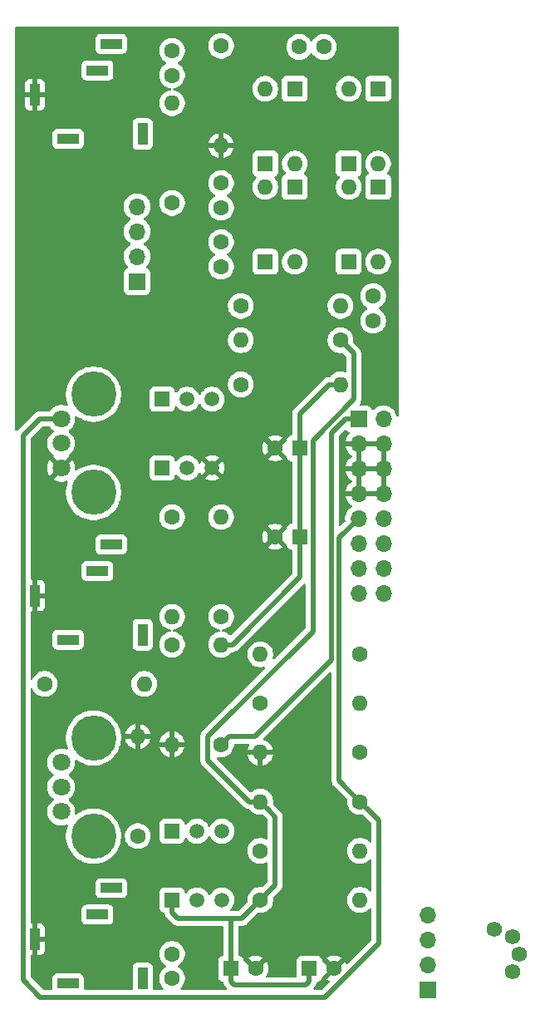
<source format=gbr>
G04 #@! TF.GenerationSoftware,KiCad,Pcbnew,9.0.0*
G04 #@! TF.CreationDate,2025-02-23T16:09:46-07:00*
G04 #@! TF.ProjectId,VCF_THT,5643465f-5448-4542-9e6b-696361645f70,rev?*
G04 #@! TF.SameCoordinates,Original*
G04 #@! TF.FileFunction,Copper,L2,Bot*
G04 #@! TF.FilePolarity,Positive*
%FSLAX46Y46*%
G04 Gerber Fmt 4.6, Leading zero omitted, Abs format (unit mm)*
G04 Created by KiCad (PCBNEW 9.0.0) date 2025-02-23 16:09:46*
%MOMM*%
%LPD*%
G01*
G04 APERTURE LIST*
G04 #@! TA.AperFunction,ComponentPad*
%ADD10R,1.000000X2.200000*%
G04 #@! TD*
G04 #@! TA.AperFunction,ComponentPad*
%ADD11R,2.200000X1.000000*%
G04 #@! TD*
G04 #@! TA.AperFunction,ComponentPad*
%ADD12R,1.700000X1.700000*%
G04 #@! TD*
G04 #@! TA.AperFunction,ComponentPad*
%ADD13O,1.700000X1.700000*%
G04 #@! TD*
G04 #@! TA.AperFunction,ComponentPad*
%ADD14C,4.600000*%
G04 #@! TD*
G04 #@! TA.AperFunction,ComponentPad*
%ADD15C,1.800000*%
G04 #@! TD*
G04 #@! TA.AperFunction,ComponentPad*
%ADD16C,1.580000*%
G04 #@! TD*
G04 #@! TA.AperFunction,ComponentPad*
%ADD17R,1.600000X1.600000*%
G04 #@! TD*
G04 #@! TA.AperFunction,ComponentPad*
%ADD18C,1.600000*%
G04 #@! TD*
G04 #@! TA.AperFunction,ComponentPad*
%ADD19O,1.600000X1.600000*%
G04 #@! TD*
G04 #@! TA.AperFunction,ComponentPad*
%ADD20R,1.520000X1.520000*%
G04 #@! TD*
G04 #@! TA.AperFunction,ComponentPad*
%ADD21C,1.520000*%
G04 #@! TD*
G04 #@! TA.AperFunction,Conductor*
%ADD22C,0.500000*%
G04 #@! TD*
G04 APERTURE END LIST*
D10*
X2000000Y-7000000D03*
X13000000Y-11000000D03*
D11*
X5400000Y-11500000D03*
X8400000Y-4500000D03*
X9800000Y-1800000D03*
D10*
X2000000Y-58000000D03*
X13000000Y-62000000D03*
D11*
X5400000Y-62500000D03*
X8400000Y-55500000D03*
X9800000Y-52800000D03*
D12*
X12440000Y-26000000D03*
D13*
X12440000Y-23460000D03*
X12440000Y-20920000D03*
X12440000Y-18380000D03*
D12*
X42080180Y-98163380D03*
D13*
X42080180Y-95623380D03*
X42080180Y-93083380D03*
X42080180Y-90543380D03*
D12*
X35000000Y-40000000D03*
D13*
X37540000Y-40000000D03*
X35000000Y-42540000D03*
X37540000Y-42540000D03*
X35000000Y-45080000D03*
X37540000Y-45080000D03*
X35000000Y-47620000D03*
X37540000Y-47620000D03*
X35000000Y-50160000D03*
X37540000Y-50160000D03*
X35000000Y-52700000D03*
X37540000Y-52700000D03*
X35000000Y-55240000D03*
X37540000Y-55240000D03*
X35000000Y-57780000D03*
X37540000Y-57780000D03*
D10*
X2000000Y-93000000D03*
X13000000Y-97000000D03*
D11*
X5400000Y-97500000D03*
X8400000Y-90500000D03*
X9800000Y-87800000D03*
D14*
X8000000Y-47500000D03*
X8000000Y-37500000D03*
D15*
X4700000Y-40000000D03*
X4700000Y-42500000D03*
X4700000Y-45000000D03*
D14*
X8000000Y-82500000D03*
X8000000Y-72500000D03*
D15*
X4700000Y-75000000D03*
X4700000Y-77500000D03*
X4700000Y-80000000D03*
D16*
X50673320Y-92727460D03*
X51417220Y-94523560D03*
X50673320Y-96319660D03*
X48877220Y-91983560D03*
D17*
X29000000Y-52000000D03*
D18*
X26500000Y-52000000D03*
X31452820Y-2115820D03*
X28952820Y-2115820D03*
X36500000Y-30000000D03*
X36500000Y-27500000D03*
X21000000Y-16000000D03*
X21000000Y-18500000D03*
D17*
X30000000Y-96000000D03*
D18*
X32500000Y-96000000D03*
D17*
X22000000Y-96000000D03*
D18*
X24500000Y-96000000D03*
X16000000Y-97000000D03*
X16000000Y-94500000D03*
D17*
X28500000Y-16380000D03*
D19*
X28500000Y-24000000D03*
D17*
X37000000Y-16380000D03*
D19*
X37000000Y-24000000D03*
D17*
X37000000Y-6380000D03*
D19*
X37000000Y-14000000D03*
D17*
X34000000Y-14000000D03*
D19*
X34000000Y-6380000D03*
D17*
X28500000Y-6380000D03*
D19*
X28500000Y-14000000D03*
D20*
X15000000Y-38000000D03*
D21*
X17540000Y-38000000D03*
X20080000Y-38000000D03*
D20*
X15000000Y-45000000D03*
D21*
X17540000Y-45000000D03*
X20080000Y-45000000D03*
D20*
X16000000Y-82000000D03*
D21*
X18540000Y-82000000D03*
X21080000Y-82000000D03*
D20*
X16000000Y-89000000D03*
D21*
X18540000Y-89000000D03*
X21080000Y-89000000D03*
D18*
X16000000Y-18000000D03*
D19*
X16000000Y-7840000D03*
D18*
X16000000Y-50000000D03*
D19*
X16000000Y-60160000D03*
D18*
X21000000Y-60160000D03*
D19*
X21000000Y-50000000D03*
D18*
X16000000Y-63000000D03*
D19*
X16000000Y-73160000D03*
D18*
X33160000Y-32000000D03*
D19*
X23000000Y-32000000D03*
D18*
X23000000Y-28500000D03*
D19*
X33160000Y-28500000D03*
D18*
X23000000Y-36500000D03*
D19*
X33160000Y-36500000D03*
D18*
X21000000Y-73160000D03*
D19*
X21000000Y-63000000D03*
D18*
X21000000Y-2000000D03*
D19*
X21000000Y-12160000D03*
D18*
X35160000Y-79000000D03*
D19*
X25000000Y-79000000D03*
D18*
X35160000Y-64000000D03*
D19*
X25000000Y-64000000D03*
D18*
X25000000Y-89000000D03*
D19*
X35160000Y-89000000D03*
D18*
X35160000Y-74000000D03*
D19*
X25000000Y-74000000D03*
D18*
X25000000Y-84000000D03*
D19*
X35160000Y-84000000D03*
D18*
X12500000Y-82500000D03*
D19*
X12500000Y-72340000D03*
D18*
X25000000Y-69000000D03*
D19*
X35160000Y-69000000D03*
D18*
X3000000Y-67000000D03*
D19*
X13160000Y-67000000D03*
D17*
X25500000Y-14000000D03*
D19*
X25500000Y-6380000D03*
D17*
X34000000Y-24000000D03*
D19*
X34000000Y-16380000D03*
D17*
X25500000Y-24000000D03*
D19*
X25500000Y-16380000D03*
D18*
X16000000Y-5000000D03*
X16000000Y-2500000D03*
X21000000Y-22000000D03*
X21000000Y-24500000D03*
D17*
X29000000Y-43000000D03*
D18*
X26500000Y-43000000D03*
D22*
X33160000Y-36500000D02*
X31958080Y-36500000D01*
X22131370Y-63000000D02*
X29000000Y-56131370D01*
X21000000Y-63000000D02*
X22131370Y-63000000D01*
X31958080Y-36500000D02*
X29000000Y-39458080D01*
X29000000Y-43000000D02*
X29000000Y-44300000D01*
X29000000Y-53300000D02*
X29000000Y-52000000D01*
X29000000Y-39458080D02*
X29000000Y-43000000D01*
X29000000Y-56131370D02*
X29000000Y-53300000D01*
X29000000Y-44300000D02*
X29000000Y-52000000D01*
X19649999Y-74781369D02*
X23868630Y-79000000D01*
X19649999Y-72351999D02*
X19649999Y-74781369D01*
X29637000Y-97663000D02*
X30000000Y-97300000D01*
X30350001Y-42168615D02*
X30350001Y-61651997D01*
X22000000Y-96000000D02*
X22000000Y-97300000D01*
X30350001Y-61651997D02*
X19649999Y-72351999D01*
X22000000Y-97300000D02*
X22363000Y-97663000D01*
X34510001Y-38008615D02*
X30350001Y-42168615D01*
X25799999Y-79799999D02*
X25000000Y-79000000D01*
X21915120Y-90871040D02*
X22000000Y-90955920D01*
X23868630Y-79000000D02*
X25000000Y-79000000D01*
X21915120Y-90871040D02*
X23128960Y-90871040D01*
X26525220Y-80525220D02*
X25799999Y-79799999D01*
X16611040Y-90871040D02*
X21915120Y-90871040D01*
X25000000Y-89000000D02*
X26525220Y-87474780D01*
X33160000Y-32000000D02*
X34510001Y-33350001D01*
X22000000Y-90955920D02*
X22000000Y-96000000D01*
X34510001Y-33350001D02*
X34510001Y-38008615D01*
X26525220Y-87474780D02*
X26525220Y-80525220D01*
X30000000Y-97300000D02*
X30000000Y-96000000D01*
X23128960Y-90871040D02*
X25000000Y-89000000D01*
X22363000Y-97663000D02*
X29637000Y-97663000D01*
X16000000Y-89000000D02*
X16000000Y-90260000D01*
X16000000Y-90260000D02*
X16611040Y-90871040D01*
X797560Y-97149920D02*
X2557780Y-98910140D01*
X33035240Y-76875240D02*
X33035240Y-52124760D01*
X4700000Y-40000000D02*
X2494200Y-40000000D01*
X31587862Y-98910140D02*
X37099240Y-93398762D01*
X2557780Y-98910140D02*
X31587862Y-98910140D01*
X33035240Y-52124760D02*
X35000000Y-50160000D01*
X2494200Y-40000000D02*
X797560Y-41696640D01*
X35160000Y-79000000D02*
X33035240Y-76875240D01*
X37099240Y-80939240D02*
X35959999Y-79799999D01*
X35959999Y-79799999D02*
X35160000Y-79000000D01*
X797560Y-41696640D02*
X797560Y-97149920D01*
X37099240Y-93398762D02*
X37099240Y-80939240D01*
X24431779Y-72360001D02*
X32235230Y-64556550D01*
X21000000Y-73160000D02*
X21799999Y-72360001D01*
X21799999Y-72360001D02*
X24431779Y-72360001D01*
X32235230Y-64556550D02*
X32235230Y-41414770D01*
X33650000Y-40000000D02*
X35000000Y-40000000D01*
X32235230Y-41414770D02*
X33650000Y-40000000D01*
G04 #@! TA.AperFunction,Conductor*
G36*
X39068223Y-45502D02*
G01*
X39114716Y-99158D01*
X39126101Y-151548D01*
X39118973Y-17688499D01*
X39110049Y-39640436D01*
X39090019Y-39708549D01*
X39036345Y-39755020D01*
X38966067Y-39765095D01*
X38901498Y-39735576D01*
X38864216Y-39679321D01*
X38851582Y-39640436D01*
X38798972Y-39478517D01*
X38701894Y-39287991D01*
X38576206Y-39114996D01*
X38576203Y-39114993D01*
X38576201Y-39114990D01*
X38425009Y-38963798D01*
X38425006Y-38963796D01*
X38425004Y-38963794D01*
X38252009Y-38838106D01*
X38061483Y-38741028D01*
X38061480Y-38741027D01*
X38061478Y-38741026D01*
X37858120Y-38674952D01*
X37858123Y-38674952D01*
X37818801Y-38668724D01*
X37646916Y-38641500D01*
X37433084Y-38641500D01*
X37221884Y-38674951D01*
X37221878Y-38674952D01*
X37018521Y-38741026D01*
X37018515Y-38741029D01*
X36827987Y-38838108D01*
X36654995Y-38963794D01*
X36552018Y-39066771D01*
X36489706Y-39100796D01*
X36418890Y-39095730D01*
X36362054Y-39053184D01*
X36344871Y-39021715D01*
X36300889Y-38903796D01*
X36300886Y-38903792D01*
X36300886Y-38903791D01*
X36213261Y-38786738D01*
X36096207Y-38699112D01*
X36096202Y-38699110D01*
X35959204Y-38648011D01*
X35959196Y-38648009D01*
X35898649Y-38641500D01*
X35898638Y-38641500D01*
X35235090Y-38641500D01*
X35225182Y-38638590D01*
X35214936Y-38639878D01*
X35191692Y-38628757D01*
X35166969Y-38621498D01*
X35160206Y-38613693D01*
X35150892Y-38609237D01*
X35137351Y-38587317D01*
X35120476Y-38567842D01*
X35119006Y-38557620D01*
X35113580Y-38548836D01*
X35114039Y-38523075D01*
X35110372Y-38497568D01*
X35114695Y-38486284D01*
X35114846Y-38477851D01*
X35130324Y-38445499D01*
X35182174Y-38367900D01*
X35182175Y-38367899D01*
X35239352Y-38229861D01*
X35268501Y-38083321D01*
X35268501Y-33275295D01*
X35239352Y-33128755D01*
X35182175Y-32990717D01*
X35099167Y-32866486D01*
X34495733Y-32263052D01*
X34461707Y-32200740D01*
X34460380Y-32154247D01*
X34468500Y-32102981D01*
X34468500Y-31897019D01*
X34436280Y-31693592D01*
X34372634Y-31497710D01*
X34279129Y-31314197D01*
X34158068Y-31147570D01*
X34158065Y-31147567D01*
X34158063Y-31147564D01*
X34012435Y-31001936D01*
X34012432Y-31001934D01*
X34012430Y-31001932D01*
X33845803Y-30880871D01*
X33662290Y-30787366D01*
X33662287Y-30787365D01*
X33662285Y-30787364D01*
X33466412Y-30723721D01*
X33466410Y-30723720D01*
X33466408Y-30723720D01*
X33262981Y-30691500D01*
X33057019Y-30691500D01*
X32853592Y-30723720D01*
X32853590Y-30723720D01*
X32853587Y-30723721D01*
X32657714Y-30787364D01*
X32657708Y-30787367D01*
X32474193Y-30880873D01*
X32307567Y-31001934D01*
X32307564Y-31001936D01*
X32161936Y-31147564D01*
X32161934Y-31147567D01*
X32040873Y-31314193D01*
X31947367Y-31497708D01*
X31947364Y-31497714D01*
X31883721Y-31693587D01*
X31883720Y-31693590D01*
X31883720Y-31693592D01*
X31851500Y-31897019D01*
X31851500Y-32102981D01*
X31883720Y-32306408D01*
X31947366Y-32502290D01*
X32040871Y-32685803D01*
X32161932Y-32852430D01*
X32161934Y-32852432D01*
X32161936Y-32852435D01*
X32307564Y-32998063D01*
X32307567Y-32998065D01*
X32307570Y-32998068D01*
X32474197Y-33119129D01*
X32657710Y-33212634D01*
X32853592Y-33276280D01*
X33057019Y-33308500D01*
X33057022Y-33308500D01*
X33262982Y-33308500D01*
X33273409Y-33306848D01*
X33314246Y-33300380D01*
X33384655Y-33309478D01*
X33423052Y-33335733D01*
X33714596Y-33627277D01*
X33748622Y-33689589D01*
X33751501Y-33716372D01*
X33751501Y-35142928D01*
X33731499Y-35211049D01*
X33677843Y-35257542D01*
X33607569Y-35267646D01*
X33586565Y-35262761D01*
X33466412Y-35223721D01*
X33466410Y-35223720D01*
X33466408Y-35223720D01*
X33262981Y-35191500D01*
X33057019Y-35191500D01*
X32853592Y-35223720D01*
X32853590Y-35223720D01*
X32853587Y-35223721D01*
X32657714Y-35287364D01*
X32657708Y-35287367D01*
X32474193Y-35380873D01*
X32307567Y-35501934D01*
X32307564Y-35501936D01*
X32161936Y-35647564D01*
X32161934Y-35647567D01*
X32131424Y-35689561D01*
X32075202Y-35732915D01*
X32029488Y-35741500D01*
X31883368Y-35741500D01*
X31810104Y-35756073D01*
X31810104Y-35756074D01*
X31736833Y-35770649D01*
X31736831Y-35770649D01*
X31736830Y-35770650D01*
X31598794Y-35827827D01*
X31474566Y-35910833D01*
X31474560Y-35910838D01*
X28410838Y-38974560D01*
X28410833Y-38974566D01*
X28327826Y-39098795D01*
X28279011Y-39216647D01*
X28270650Y-39236830D01*
X28270649Y-39236834D01*
X28241500Y-39383370D01*
X28241500Y-41568629D01*
X28221498Y-41636750D01*
X28167842Y-41683243D01*
X28128968Y-41693907D01*
X28090803Y-41698009D01*
X28090795Y-41698011D01*
X27953797Y-41749110D01*
X27953792Y-41749112D01*
X27836738Y-41836738D01*
X27749112Y-41953792D01*
X27749110Y-41953797D01*
X27698011Y-42090795D01*
X27698009Y-42090803D01*
X27691139Y-42154717D01*
X27690034Y-42154598D01*
X27667925Y-42217233D01*
X27611849Y-42260777D01*
X27596079Y-42263129D01*
X26900000Y-42959208D01*
X26900000Y-42947339D01*
X26872741Y-42845606D01*
X26820080Y-42754394D01*
X26745606Y-42679920D01*
X26654394Y-42627259D01*
X26552661Y-42600000D01*
X26540790Y-42600000D01*
X27228372Y-41912416D01*
X27185541Y-41881298D01*
X27185540Y-41881297D01*
X27002099Y-41787829D01*
X27002093Y-41787826D01*
X26806294Y-41724208D01*
X26806298Y-41724208D01*
X26602939Y-41692000D01*
X26397061Y-41692000D01*
X26193703Y-41724208D01*
X25997906Y-41787826D01*
X25997900Y-41787829D01*
X25814452Y-41881301D01*
X25771625Y-41912416D01*
X26459209Y-42600000D01*
X26447339Y-42600000D01*
X26345606Y-42627259D01*
X26254394Y-42679920D01*
X26179920Y-42754394D01*
X26127259Y-42845606D01*
X26100000Y-42947339D01*
X26100000Y-42959209D01*
X25412416Y-42271625D01*
X25381301Y-42314452D01*
X25287829Y-42497900D01*
X25287826Y-42497906D01*
X25224208Y-42693703D01*
X25192000Y-42897061D01*
X25192000Y-43102938D01*
X25224208Y-43306296D01*
X25287826Y-43502093D01*
X25287829Y-43502099D01*
X25381297Y-43685540D01*
X25381298Y-43685541D01*
X25412416Y-43728372D01*
X26100000Y-43040788D01*
X26100000Y-43052661D01*
X26127259Y-43154394D01*
X26179920Y-43245606D01*
X26254394Y-43320080D01*
X26345606Y-43372741D01*
X26447339Y-43400000D01*
X26459210Y-43400000D01*
X25771626Y-44087582D01*
X25771626Y-44087583D01*
X25814454Y-44118699D01*
X25997900Y-44212170D01*
X25997906Y-44212173D01*
X26193705Y-44275791D01*
X26193701Y-44275791D01*
X26397061Y-44308000D01*
X26602939Y-44308000D01*
X26806296Y-44275791D01*
X27002093Y-44212173D01*
X27002099Y-44212170D01*
X27185541Y-44118701D01*
X27228372Y-44087582D01*
X27228372Y-44087581D01*
X26540791Y-43400000D01*
X26552661Y-43400000D01*
X26654394Y-43372741D01*
X26745606Y-43320080D01*
X26820080Y-43245606D01*
X26872741Y-43154394D01*
X26900000Y-43052661D01*
X26900000Y-43040791D01*
X27599179Y-43739970D01*
X27625330Y-43745463D01*
X27675891Y-43795304D01*
X27690305Y-43845372D01*
X27691139Y-43845283D01*
X27698009Y-43909196D01*
X27698011Y-43909204D01*
X27749110Y-44046202D01*
X27749112Y-44046207D01*
X27836738Y-44163261D01*
X27953792Y-44250887D01*
X27953794Y-44250888D01*
X27953796Y-44250889D01*
X27983693Y-44262040D01*
X28090795Y-44301988D01*
X28090798Y-44301988D01*
X28090799Y-44301989D01*
X28090804Y-44301990D01*
X28119812Y-44305108D01*
X28128965Y-44306092D01*
X28194558Y-44333259D01*
X28235051Y-44391576D01*
X28241500Y-44431370D01*
X28241500Y-50568629D01*
X28221498Y-50636750D01*
X28167842Y-50683243D01*
X28128968Y-50693907D01*
X28090803Y-50698009D01*
X28090795Y-50698011D01*
X27953797Y-50749110D01*
X27953792Y-50749112D01*
X27836738Y-50836738D01*
X27749112Y-50953792D01*
X27749110Y-50953797D01*
X27698011Y-51090795D01*
X27698009Y-51090803D01*
X27691139Y-51154717D01*
X27690034Y-51154598D01*
X27667925Y-51217233D01*
X27611849Y-51260777D01*
X27596079Y-51263129D01*
X26900000Y-51959208D01*
X26900000Y-51947339D01*
X26872741Y-51845606D01*
X26820080Y-51754394D01*
X26745606Y-51679920D01*
X26654394Y-51627259D01*
X26552661Y-51600000D01*
X26540790Y-51600000D01*
X27228372Y-50912416D01*
X27185541Y-50881298D01*
X27185540Y-50881297D01*
X27002099Y-50787829D01*
X27002093Y-50787826D01*
X26806294Y-50724208D01*
X26806298Y-50724208D01*
X26602939Y-50692000D01*
X26397061Y-50692000D01*
X26193703Y-50724208D01*
X25997906Y-50787826D01*
X25997900Y-50787829D01*
X25814452Y-50881301D01*
X25771625Y-50912416D01*
X26459209Y-51600000D01*
X26447339Y-51600000D01*
X26345606Y-51627259D01*
X26254394Y-51679920D01*
X26179920Y-51754394D01*
X26127259Y-51845606D01*
X26100000Y-51947339D01*
X26100000Y-51959209D01*
X25412416Y-51271625D01*
X25381301Y-51314452D01*
X25287829Y-51497900D01*
X25287826Y-51497906D01*
X25224208Y-51693703D01*
X25192000Y-51897061D01*
X25192000Y-52102938D01*
X25224208Y-52306296D01*
X25287826Y-52502093D01*
X25287829Y-52502099D01*
X25381297Y-52685540D01*
X25381298Y-52685541D01*
X25412416Y-52728372D01*
X26100000Y-52040788D01*
X26100000Y-52052661D01*
X26127259Y-52154394D01*
X26179920Y-52245606D01*
X26254394Y-52320080D01*
X26345606Y-52372741D01*
X26447339Y-52400000D01*
X26459210Y-52400000D01*
X25771626Y-53087582D01*
X25771626Y-53087583D01*
X25814454Y-53118699D01*
X25997900Y-53212170D01*
X25997906Y-53212173D01*
X26193705Y-53275791D01*
X26193701Y-53275791D01*
X26397061Y-53308000D01*
X26602939Y-53308000D01*
X26806296Y-53275791D01*
X27002093Y-53212173D01*
X27002099Y-53212170D01*
X27185541Y-53118701D01*
X27228372Y-53087582D01*
X27228372Y-53087581D01*
X26540791Y-52400000D01*
X26552661Y-52400000D01*
X26654394Y-52372741D01*
X26745606Y-52320080D01*
X26820080Y-52245606D01*
X26872741Y-52154394D01*
X26900000Y-52052661D01*
X26900000Y-52040791D01*
X27599179Y-52739970D01*
X27625330Y-52745463D01*
X27675891Y-52795304D01*
X27690305Y-52845372D01*
X27691139Y-52845283D01*
X27698009Y-52909196D01*
X27698011Y-52909204D01*
X27749110Y-53046202D01*
X27749112Y-53046207D01*
X27836738Y-53163261D01*
X27953792Y-53250887D01*
X27953794Y-53250888D01*
X27953796Y-53250889D01*
X28012875Y-53272924D01*
X28090795Y-53301988D01*
X28090798Y-53301988D01*
X28090799Y-53301989D01*
X28090804Y-53301990D01*
X28119812Y-53305108D01*
X28128965Y-53306092D01*
X28194558Y-53333259D01*
X28235051Y-53391576D01*
X28241500Y-53431370D01*
X28241500Y-55764998D01*
X28221498Y-55833119D01*
X28204595Y-55854093D01*
X22043688Y-62014999D01*
X21981376Y-62049025D01*
X21910561Y-62043960D01*
X21865498Y-62014999D01*
X21852435Y-62001936D01*
X21852432Y-62001934D01*
X21852430Y-62001932D01*
X21685803Y-61880871D01*
X21502290Y-61787366D01*
X21502287Y-61787365D01*
X21502285Y-61787364D01*
X21306412Y-61723721D01*
X21306410Y-61723720D01*
X21306408Y-61723720D01*
X21184731Y-61704448D01*
X21120580Y-61674036D01*
X21083053Y-61613768D01*
X21084067Y-61542779D01*
X21123300Y-61483607D01*
X21184730Y-61455551D01*
X21306408Y-61436280D01*
X21502290Y-61372634D01*
X21685803Y-61279129D01*
X21852430Y-61158068D01*
X21998068Y-61012430D01*
X22119129Y-60845803D01*
X22212634Y-60662290D01*
X22276280Y-60466408D01*
X22308500Y-60262981D01*
X22308500Y-60057019D01*
X22276280Y-59853592D01*
X22212634Y-59657710D01*
X22119129Y-59474197D01*
X21998068Y-59307570D01*
X21998065Y-59307567D01*
X21998063Y-59307564D01*
X21852435Y-59161936D01*
X21852432Y-59161934D01*
X21852430Y-59161932D01*
X21685803Y-59040871D01*
X21502290Y-58947366D01*
X21502287Y-58947365D01*
X21502285Y-58947364D01*
X21306412Y-58883721D01*
X21306410Y-58883720D01*
X21306408Y-58883720D01*
X21102981Y-58851500D01*
X20897019Y-58851500D01*
X20693592Y-58883720D01*
X20693590Y-58883720D01*
X20693587Y-58883721D01*
X20497714Y-58947364D01*
X20497708Y-58947367D01*
X20314193Y-59040873D01*
X20147567Y-59161934D01*
X20147564Y-59161936D01*
X20001936Y-59307564D01*
X20001934Y-59307567D01*
X19880873Y-59474193D01*
X19787367Y-59657708D01*
X19787364Y-59657714D01*
X19723721Y-59853587D01*
X19723720Y-59853590D01*
X19723720Y-59853592D01*
X19691500Y-60057019D01*
X19691500Y-60262981D01*
X19720981Y-60449112D01*
X19723721Y-60466412D01*
X19784604Y-60653792D01*
X19787366Y-60662290D01*
X19880871Y-60845803D01*
X20001932Y-61012430D01*
X20001934Y-61012432D01*
X20001936Y-61012435D01*
X20147564Y-61158063D01*
X20147567Y-61158065D01*
X20147570Y-61158068D01*
X20314197Y-61279129D01*
X20497710Y-61372634D01*
X20693592Y-61436280D01*
X20815267Y-61455551D01*
X20879419Y-61485964D01*
X20916946Y-61546232D01*
X20915932Y-61617221D01*
X20876699Y-61676393D01*
X20815267Y-61704448D01*
X20693592Y-61723720D01*
X20693590Y-61723720D01*
X20693587Y-61723721D01*
X20497714Y-61787364D01*
X20497708Y-61787367D01*
X20314193Y-61880873D01*
X20147567Y-62001934D01*
X20147564Y-62001936D01*
X20001936Y-62147564D01*
X20001934Y-62147567D01*
X19880873Y-62314193D01*
X19787367Y-62497708D01*
X19787364Y-62497714D01*
X19723721Y-62693587D01*
X19723720Y-62693590D01*
X19723720Y-62693592D01*
X19691500Y-62897019D01*
X19691500Y-63102981D01*
X19714185Y-63246204D01*
X19723721Y-63306412D01*
X19787268Y-63501990D01*
X19787366Y-63502290D01*
X19880871Y-63685803D01*
X20001932Y-63852430D01*
X20001934Y-63852432D01*
X20001936Y-63852435D01*
X20147564Y-63998063D01*
X20147567Y-63998065D01*
X20147570Y-63998068D01*
X20314197Y-64119129D01*
X20497710Y-64212634D01*
X20693592Y-64276280D01*
X20897019Y-64308500D01*
X20897022Y-64308500D01*
X21102978Y-64308500D01*
X21102981Y-64308500D01*
X21306408Y-64276280D01*
X21502290Y-64212634D01*
X21685803Y-64119129D01*
X21852430Y-63998068D01*
X21998068Y-63852430D01*
X22028576Y-63810438D01*
X22056119Y-63789199D01*
X22083390Y-63767643D01*
X22084304Y-63767465D01*
X22084798Y-63767085D01*
X22118221Y-63759101D01*
X22124353Y-63758500D01*
X22206075Y-63758500D01*
X22206076Y-63758500D01*
X22279346Y-63743925D01*
X22352617Y-63729351D01*
X22490654Y-63672174D01*
X22614885Y-63589166D01*
X29376406Y-56827645D01*
X29438718Y-56793619D01*
X29509533Y-56798684D01*
X29566369Y-56841231D01*
X29591180Y-56907751D01*
X29591501Y-56916740D01*
X29591501Y-61285625D01*
X29571499Y-61353746D01*
X29554596Y-61374720D01*
X26480554Y-64448762D01*
X26418242Y-64482788D01*
X26347427Y-64477723D01*
X26290591Y-64435176D01*
X26265780Y-64368656D01*
X26271627Y-64320728D01*
X26275600Y-64308500D01*
X26276280Y-64306408D01*
X26308500Y-64102981D01*
X26308500Y-63897019D01*
X26276280Y-63693592D01*
X26212634Y-63497710D01*
X26119129Y-63314197D01*
X25998068Y-63147570D01*
X25998065Y-63147567D01*
X25998063Y-63147564D01*
X25852435Y-63001936D01*
X25852432Y-63001934D01*
X25852430Y-63001932D01*
X25685803Y-62880871D01*
X25502290Y-62787366D01*
X25502287Y-62787365D01*
X25502285Y-62787364D01*
X25306412Y-62723721D01*
X25306410Y-62723720D01*
X25306408Y-62723720D01*
X25102981Y-62691500D01*
X24897019Y-62691500D01*
X24693592Y-62723720D01*
X24693590Y-62723720D01*
X24693587Y-62723721D01*
X24497714Y-62787364D01*
X24497708Y-62787367D01*
X24314193Y-62880873D01*
X24147567Y-63001934D01*
X24147564Y-63001936D01*
X24001936Y-63147564D01*
X24001934Y-63147567D01*
X23880873Y-63314193D01*
X23787367Y-63497708D01*
X23787364Y-63497714D01*
X23723721Y-63693587D01*
X23723720Y-63693590D01*
X23723720Y-63693592D01*
X23691500Y-63897019D01*
X23691500Y-64102981D01*
X23723720Y-64306408D01*
X23723721Y-64306412D01*
X23779383Y-64477723D01*
X23787366Y-64502290D01*
X23880871Y-64685803D01*
X24001932Y-64852430D01*
X24001934Y-64852432D01*
X24001936Y-64852435D01*
X24147564Y-64998063D01*
X24147567Y-64998065D01*
X24147570Y-64998068D01*
X24314197Y-65119129D01*
X24497710Y-65212634D01*
X24693592Y-65276280D01*
X24897019Y-65308500D01*
X24897022Y-65308500D01*
X25102978Y-65308500D01*
X25102981Y-65308500D01*
X25306408Y-65276280D01*
X25320728Y-65271626D01*
X25391696Y-65269598D01*
X25452495Y-65306259D01*
X25483821Y-65369971D01*
X25475730Y-65440505D01*
X25448762Y-65480554D01*
X19060838Y-71868477D01*
X19060835Y-71868480D01*
X19050654Y-71883719D01*
X19050653Y-71883720D01*
X18977825Y-71992714D01*
X18920649Y-72130749D01*
X18920648Y-72130752D01*
X18891499Y-72277289D01*
X18891499Y-74856078D01*
X18898078Y-74889149D01*
X18920648Y-75002616D01*
X18977825Y-75140653D01*
X19060833Y-75264884D01*
X19060836Y-75264887D01*
X19060837Y-75264888D01*
X23275054Y-79479104D01*
X23275064Y-79479115D01*
X23279464Y-79483515D01*
X23279465Y-79483516D01*
X23385114Y-79589165D01*
X23509346Y-79672174D01*
X23590206Y-79705667D01*
X23647383Y-79729351D01*
X23720654Y-79743925D01*
X23793924Y-79758500D01*
X23793925Y-79758500D01*
X23869488Y-79758500D01*
X23937609Y-79778502D01*
X23971423Y-79810438D01*
X24001932Y-79852430D01*
X24001934Y-79852432D01*
X24001936Y-79852435D01*
X24147564Y-79998063D01*
X24147567Y-79998065D01*
X24147570Y-79998068D01*
X24314197Y-80119129D01*
X24497710Y-80212634D01*
X24693592Y-80276280D01*
X24897019Y-80308500D01*
X24897022Y-80308500D01*
X25102982Y-80308500D01*
X25113409Y-80306848D01*
X25154246Y-80300380D01*
X25224655Y-80309478D01*
X25263052Y-80335733D01*
X25729815Y-80802496D01*
X25763841Y-80864808D01*
X25766720Y-80891591D01*
X25766720Y-82716486D01*
X25746718Y-82784607D01*
X25693062Y-82831100D01*
X25622788Y-82841204D01*
X25583518Y-82828753D01*
X25502297Y-82787369D01*
X25502285Y-82787364D01*
X25306412Y-82723721D01*
X25306410Y-82723720D01*
X25306408Y-82723720D01*
X25102981Y-82691500D01*
X24897019Y-82691500D01*
X24693592Y-82723720D01*
X24693590Y-82723720D01*
X24693587Y-82723721D01*
X24497714Y-82787364D01*
X24497708Y-82787367D01*
X24314193Y-82880873D01*
X24147567Y-83001934D01*
X24147564Y-83001936D01*
X24001936Y-83147564D01*
X24001934Y-83147567D01*
X23880873Y-83314193D01*
X23787367Y-83497708D01*
X23787364Y-83497714D01*
X23723721Y-83693587D01*
X23723720Y-83693590D01*
X23723720Y-83693592D01*
X23691500Y-83897019D01*
X23691500Y-84102981D01*
X23723720Y-84306408D01*
X23723721Y-84306412D01*
X23745805Y-84374381D01*
X23787366Y-84502290D01*
X23880871Y-84685803D01*
X24001932Y-84852430D01*
X24001934Y-84852432D01*
X24001936Y-84852435D01*
X24147564Y-84998063D01*
X24147567Y-84998065D01*
X24147570Y-84998068D01*
X24314197Y-85119129D01*
X24497710Y-85212634D01*
X24693592Y-85276280D01*
X24897019Y-85308500D01*
X24897022Y-85308500D01*
X25102978Y-85308500D01*
X25102981Y-85308500D01*
X25306408Y-85276280D01*
X25502290Y-85212634D01*
X25583518Y-85171245D01*
X25653294Y-85158142D01*
X25719078Y-85184842D01*
X25759985Y-85242869D01*
X25766720Y-85283513D01*
X25766720Y-87108407D01*
X25746718Y-87176528D01*
X25729815Y-87197503D01*
X25263051Y-87664266D01*
X25200739Y-87698291D01*
X25154247Y-87699619D01*
X25117320Y-87693771D01*
X25102981Y-87691500D01*
X24897019Y-87691500D01*
X24693592Y-87723720D01*
X24693590Y-87723720D01*
X24693587Y-87723721D01*
X24497714Y-87787364D01*
X24497708Y-87787367D01*
X24314193Y-87880873D01*
X24147567Y-88001934D01*
X24147564Y-88001936D01*
X24001936Y-88147564D01*
X24001934Y-88147567D01*
X23880873Y-88314193D01*
X23787367Y-88497708D01*
X23787364Y-88497714D01*
X23723721Y-88693587D01*
X23723720Y-88693590D01*
X23723720Y-88693592D01*
X23691501Y-88897017D01*
X23691500Y-88897022D01*
X23691500Y-89102980D01*
X23699619Y-89154247D01*
X23690519Y-89224658D01*
X23664266Y-89263051D01*
X22851684Y-90075635D01*
X22789371Y-90109660D01*
X22762588Y-90112540D01*
X22065580Y-90112540D01*
X21997459Y-90092538D01*
X21950966Y-90038882D01*
X21940862Y-89968608D01*
X21970356Y-89904028D01*
X21976485Y-89897445D01*
X22047552Y-89826377D01*
X22047555Y-89826374D01*
X22047557Y-89826372D01*
X22164918Y-89664839D01*
X22255565Y-89486935D01*
X22317265Y-89297041D01*
X22348500Y-89099833D01*
X22348500Y-88900167D01*
X22317265Y-88702959D01*
X22255565Y-88513065D01*
X22164918Y-88335161D01*
X22047557Y-88173628D01*
X22047555Y-88173625D01*
X21906374Y-88032444D01*
X21744842Y-87915084D01*
X21744841Y-87915083D01*
X21744839Y-87915082D01*
X21566935Y-87824435D01*
X21566932Y-87824434D01*
X21566930Y-87824433D01*
X21377046Y-87762736D01*
X21377042Y-87762735D01*
X21377041Y-87762735D01*
X21179833Y-87731500D01*
X20980167Y-87731500D01*
X20782959Y-87762735D01*
X20782953Y-87762736D01*
X20593069Y-87824433D01*
X20593063Y-87824436D01*
X20415157Y-87915084D01*
X20253625Y-88032444D01*
X20112444Y-88173625D01*
X19995083Y-88335158D01*
X19922267Y-88478068D01*
X19873518Y-88529683D01*
X19804603Y-88546749D01*
X19737402Y-88523848D01*
X19697733Y-88478068D01*
X19662641Y-88409196D01*
X19624918Y-88335161D01*
X19615063Y-88321596D01*
X19507555Y-88173625D01*
X19366374Y-88032444D01*
X19204842Y-87915084D01*
X19204841Y-87915083D01*
X19204839Y-87915082D01*
X19026935Y-87824435D01*
X19026932Y-87824434D01*
X19026930Y-87824433D01*
X18837046Y-87762736D01*
X18837042Y-87762735D01*
X18837041Y-87762735D01*
X18639833Y-87731500D01*
X18440167Y-87731500D01*
X18242959Y-87762735D01*
X18242953Y-87762736D01*
X18053069Y-87824433D01*
X18053063Y-87824436D01*
X17875157Y-87915084D01*
X17713625Y-88032444D01*
X17572444Y-88173625D01*
X17496436Y-88278242D01*
X17440213Y-88321596D01*
X17369477Y-88327671D01*
X17306685Y-88294539D01*
X17271774Y-88232719D01*
X17268500Y-88204181D01*
X17268500Y-88191367D01*
X17268499Y-88191350D01*
X17261990Y-88130803D01*
X17261988Y-88130795D01*
X17225304Y-88032443D01*
X17210889Y-87993796D01*
X17210888Y-87993794D01*
X17210887Y-87993792D01*
X17123261Y-87876738D01*
X17006207Y-87789112D01*
X17006202Y-87789110D01*
X16869204Y-87738011D01*
X16869196Y-87738009D01*
X16808649Y-87731500D01*
X16808638Y-87731500D01*
X15191362Y-87731500D01*
X15191350Y-87731500D01*
X15130803Y-87738009D01*
X15130795Y-87738011D01*
X14993797Y-87789110D01*
X14993792Y-87789112D01*
X14876738Y-87876738D01*
X14789112Y-87993792D01*
X14789110Y-87993797D01*
X14738011Y-88130795D01*
X14738009Y-88130803D01*
X14731500Y-88191350D01*
X14731500Y-89808649D01*
X14738009Y-89869196D01*
X14738011Y-89869204D01*
X14789110Y-90006202D01*
X14789112Y-90006207D01*
X14876738Y-90123261D01*
X14993792Y-90210887D01*
X14993794Y-90210888D01*
X14993796Y-90210889D01*
X15130799Y-90261989D01*
X15137083Y-90262664D01*
X15160890Y-90272524D01*
X15185968Y-90278450D01*
X15193136Y-90285879D01*
X15202676Y-90289830D01*
X15217375Y-90310998D01*
X15235267Y-90329540D01*
X15240448Y-90344225D01*
X15243170Y-90348145D01*
X15247199Y-90363360D01*
X15253598Y-90395528D01*
X15256074Y-90407976D01*
X15270649Y-90481247D01*
X15327826Y-90619284D01*
X15410834Y-90743515D01*
X16127525Y-91460206D01*
X16251755Y-91543214D01*
X16389793Y-91600391D01*
X16389794Y-91600391D01*
X16389798Y-91600393D01*
X16450683Y-91612502D01*
X16463060Y-91614964D01*
X16463062Y-91614965D01*
X16487375Y-91619801D01*
X16536334Y-91629540D01*
X16536335Y-91629540D01*
X16685745Y-91629540D01*
X21115500Y-91629540D01*
X21183621Y-91649542D01*
X21230114Y-91703198D01*
X21241500Y-91755540D01*
X21241500Y-94568629D01*
X21221498Y-94636750D01*
X21167842Y-94683243D01*
X21128968Y-94693907D01*
X21090803Y-94698009D01*
X21090795Y-94698011D01*
X20953797Y-94749110D01*
X20953792Y-94749112D01*
X20836738Y-94836738D01*
X20749112Y-94953792D01*
X20749110Y-94953797D01*
X20698011Y-95090795D01*
X20698009Y-95090803D01*
X20691500Y-95151350D01*
X20691500Y-96848649D01*
X20698009Y-96909196D01*
X20698011Y-96909204D01*
X20749110Y-97046202D01*
X20749112Y-97046207D01*
X20836738Y-97163261D01*
X20953792Y-97250887D01*
X20953794Y-97250888D01*
X20953796Y-97250889D01*
X21012875Y-97272924D01*
X21090795Y-97301988D01*
X21090803Y-97301990D01*
X21122173Y-97305362D01*
X21137961Y-97307059D01*
X21203554Y-97334226D01*
X21244046Y-97392543D01*
X21248074Y-97407755D01*
X21270649Y-97521247D01*
X21327826Y-97659284D01*
X21410834Y-97783515D01*
X21410838Y-97783519D01*
X21563864Y-97936545D01*
X21597890Y-97998857D01*
X21592825Y-98069672D01*
X21550278Y-98126508D01*
X21483758Y-98151319D01*
X21474769Y-98151640D01*
X17003049Y-98151640D01*
X16934928Y-98131638D01*
X16888435Y-98077982D01*
X16878331Y-98007708D01*
X16907825Y-97943128D01*
X16913954Y-97936545D01*
X16998063Y-97852435D01*
X16998068Y-97852430D01*
X17119129Y-97685803D01*
X17212634Y-97502290D01*
X17276280Y-97306408D01*
X17308500Y-97102981D01*
X17308500Y-96897019D01*
X17276280Y-96693592D01*
X17212634Y-96497710D01*
X17119129Y-96314197D01*
X16998068Y-96147570D01*
X16998065Y-96147567D01*
X16998063Y-96147564D01*
X16852435Y-96001936D01*
X16852432Y-96001934D01*
X16852430Y-96001932D01*
X16685803Y-95880871D01*
X16649289Y-95862266D01*
X16597674Y-95813519D01*
X16580608Y-95744605D01*
X16603508Y-95677403D01*
X16649288Y-95637733D01*
X16685803Y-95619129D01*
X16852430Y-95498068D01*
X16998068Y-95352430D01*
X17119129Y-95185803D01*
X17212634Y-95002290D01*
X17276280Y-94806408D01*
X17308500Y-94602981D01*
X17308500Y-94397019D01*
X17276280Y-94193592D01*
X17212634Y-93997710D01*
X17119129Y-93814197D01*
X16998068Y-93647570D01*
X16998065Y-93647567D01*
X16998063Y-93647564D01*
X16852435Y-93501936D01*
X16852432Y-93501934D01*
X16852430Y-93501932D01*
X16685803Y-93380871D01*
X16502290Y-93287366D01*
X16502287Y-93287365D01*
X16502285Y-93287364D01*
X16306412Y-93223721D01*
X16306410Y-93223720D01*
X16306408Y-93223720D01*
X16102981Y-93191500D01*
X15897019Y-93191500D01*
X15693592Y-93223720D01*
X15693590Y-93223720D01*
X15693587Y-93223721D01*
X15497714Y-93287364D01*
X15497708Y-93287367D01*
X15314193Y-93380873D01*
X15147567Y-93501934D01*
X15147564Y-93501936D01*
X15001936Y-93647564D01*
X15001934Y-93647567D01*
X14880873Y-93814193D01*
X14787367Y-93997708D01*
X14787364Y-93997714D01*
X14723721Y-94193587D01*
X14723720Y-94193590D01*
X14723720Y-94193592D01*
X14691500Y-94397019D01*
X14691500Y-94602981D01*
X14723720Y-94806408D01*
X14723721Y-94806412D01*
X14771609Y-94953797D01*
X14787366Y-95002290D01*
X14880871Y-95185803D01*
X15001932Y-95352430D01*
X15001934Y-95352432D01*
X15001936Y-95352435D01*
X15147564Y-95498063D01*
X15147567Y-95498065D01*
X15147570Y-95498068D01*
X15314197Y-95619129D01*
X15350710Y-95637733D01*
X15402325Y-95686482D01*
X15419391Y-95755397D01*
X15396490Y-95822598D01*
X15350711Y-95862266D01*
X15317417Y-95879230D01*
X15314193Y-95880873D01*
X15147567Y-96001934D01*
X15147564Y-96001936D01*
X15001936Y-96147564D01*
X15001934Y-96147567D01*
X14880873Y-96314193D01*
X14787367Y-96497708D01*
X14787364Y-96497714D01*
X14723721Y-96693587D01*
X14723720Y-96693590D01*
X14723720Y-96693592D01*
X14691500Y-96897019D01*
X14691500Y-97102981D01*
X14723720Y-97306408D01*
X14723721Y-97306412D01*
X14756649Y-97407755D01*
X14787366Y-97502290D01*
X14880871Y-97685803D01*
X15001932Y-97852430D01*
X15001934Y-97852432D01*
X15001936Y-97852435D01*
X15086046Y-97936545D01*
X15120072Y-97998857D01*
X15115007Y-98069672D01*
X15072460Y-98126508D01*
X15005940Y-98151319D01*
X14996951Y-98151640D01*
X14134500Y-98151640D01*
X14066379Y-98131638D01*
X14019886Y-98077982D01*
X14008500Y-98025640D01*
X14008500Y-95851367D01*
X14008499Y-95851350D01*
X14001990Y-95790803D01*
X14001988Y-95790795D01*
X13950889Y-95653797D01*
X13950887Y-95653792D01*
X13863261Y-95536738D01*
X13746207Y-95449112D01*
X13746202Y-95449110D01*
X13609204Y-95398011D01*
X13609196Y-95398009D01*
X13548649Y-95391500D01*
X13548638Y-95391500D01*
X12451362Y-95391500D01*
X12451350Y-95391500D01*
X12390803Y-95398009D01*
X12390795Y-95398011D01*
X12253797Y-95449110D01*
X12253792Y-95449112D01*
X12136738Y-95536738D01*
X12049112Y-95653792D01*
X12049110Y-95653797D01*
X11998011Y-95790795D01*
X11998009Y-95790803D01*
X11991500Y-95851350D01*
X11991500Y-98025640D01*
X11971498Y-98093761D01*
X11917842Y-98140254D01*
X11865500Y-98151640D01*
X7134500Y-98151640D01*
X7066379Y-98131638D01*
X7019886Y-98077982D01*
X7008500Y-98025640D01*
X7008500Y-96951367D01*
X7008499Y-96951350D01*
X7001990Y-96890803D01*
X7001988Y-96890795D01*
X6961986Y-96783549D01*
X6950889Y-96753796D01*
X6950888Y-96753794D01*
X6950887Y-96753792D01*
X6863261Y-96636738D01*
X6746207Y-96549112D01*
X6746202Y-96549110D01*
X6609204Y-96498011D01*
X6609196Y-96498009D01*
X6548649Y-96491500D01*
X6548638Y-96491500D01*
X4251362Y-96491500D01*
X4251350Y-96491500D01*
X4190803Y-96498009D01*
X4190795Y-96498011D01*
X4053797Y-96549110D01*
X4053792Y-96549112D01*
X3936738Y-96636738D01*
X3849112Y-96753792D01*
X3849110Y-96753797D01*
X3798011Y-96890795D01*
X3798009Y-96890803D01*
X3791500Y-96951350D01*
X3791500Y-98025640D01*
X3771498Y-98093761D01*
X3717842Y-98140254D01*
X3665500Y-98151640D01*
X2924151Y-98151640D01*
X2856030Y-98131638D01*
X2835056Y-98114735D01*
X1592965Y-96872644D01*
X1558939Y-96810332D01*
X1556060Y-96783549D01*
X1556060Y-94734000D01*
X1576062Y-94665879D01*
X1629718Y-94619386D01*
X1682060Y-94608000D01*
X1746000Y-94608000D01*
X2254000Y-94608000D01*
X2548585Y-94608000D01*
X2548597Y-94607999D01*
X2609093Y-94601494D01*
X2745964Y-94550444D01*
X2745965Y-94550444D01*
X2862904Y-94462904D01*
X2950444Y-94345965D01*
X2950444Y-94345964D01*
X3001494Y-94209093D01*
X3007999Y-94148597D01*
X3008000Y-94148585D01*
X3008000Y-93254000D01*
X2254000Y-93254000D01*
X2254000Y-94608000D01*
X1746000Y-94608000D01*
X1746000Y-92560218D01*
X1800000Y-92560218D01*
X1800000Y-93439782D01*
X1830448Y-93513291D01*
X1886709Y-93569552D01*
X1960218Y-93600000D01*
X2039782Y-93600000D01*
X2113291Y-93569552D01*
X2169552Y-93513291D01*
X2200000Y-93439782D01*
X2200000Y-92746000D01*
X2254000Y-92746000D01*
X3008000Y-92746000D01*
X3008000Y-91851414D01*
X3007999Y-91851402D01*
X3001494Y-91790906D01*
X2950444Y-91654035D01*
X2950444Y-91654034D01*
X2862904Y-91537095D01*
X2745965Y-91449555D01*
X2609093Y-91398505D01*
X2548597Y-91392000D01*
X2254000Y-91392000D01*
X2254000Y-92746000D01*
X2200000Y-92746000D01*
X2200000Y-92560218D01*
X2169552Y-92486709D01*
X2113291Y-92430448D01*
X2039782Y-92400000D01*
X1960218Y-92400000D01*
X1886709Y-92430448D01*
X1830448Y-92486709D01*
X1800000Y-92560218D01*
X1746000Y-92560218D01*
X1746000Y-91426025D01*
X1636422Y-91383444D01*
X1626254Y-91375614D01*
X1613939Y-91371998D01*
X1598657Y-91354362D01*
X1580172Y-91340127D01*
X1575851Y-91328042D01*
X1567446Y-91318342D01*
X1559775Y-91283078D01*
X1556270Y-91273275D01*
X1556978Y-91270220D01*
X1556060Y-91266000D01*
X1556060Y-89951350D01*
X6791500Y-89951350D01*
X6791500Y-91048649D01*
X6798009Y-91109196D01*
X6798011Y-91109204D01*
X6849110Y-91246202D01*
X6849112Y-91246207D01*
X6936738Y-91363261D01*
X7053792Y-91450887D01*
X7053794Y-91450888D01*
X7053796Y-91450889D01*
X7112875Y-91472924D01*
X7190795Y-91501988D01*
X7190803Y-91501990D01*
X7251350Y-91508499D01*
X7251355Y-91508499D01*
X7251362Y-91508500D01*
X7251368Y-91508500D01*
X9548632Y-91508500D01*
X9548638Y-91508500D01*
X9548645Y-91508499D01*
X9548649Y-91508499D01*
X9609196Y-91501990D01*
X9609199Y-91501989D01*
X9609201Y-91501989D01*
X9746204Y-91450889D01*
X9779419Y-91426025D01*
X9863261Y-91363261D01*
X9950887Y-91246207D01*
X9950887Y-91246206D01*
X9950889Y-91246204D01*
X10001989Y-91109201D01*
X10008500Y-91048638D01*
X10008500Y-89951362D01*
X10008499Y-89951350D01*
X10001990Y-89890803D01*
X10001988Y-89890795D01*
X9950889Y-89753797D01*
X9950887Y-89753792D01*
X9863261Y-89636738D01*
X9746207Y-89549112D01*
X9746202Y-89549110D01*
X9609204Y-89498011D01*
X9609196Y-89498009D01*
X9548649Y-89491500D01*
X9548638Y-89491500D01*
X7251362Y-89491500D01*
X7251350Y-89491500D01*
X7190803Y-89498009D01*
X7190795Y-89498011D01*
X7053797Y-89549110D01*
X7053792Y-89549112D01*
X6936738Y-89636738D01*
X6849112Y-89753792D01*
X6849110Y-89753797D01*
X6798011Y-89890795D01*
X6798009Y-89890803D01*
X6791500Y-89951350D01*
X1556060Y-89951350D01*
X1556060Y-87251350D01*
X8191500Y-87251350D01*
X8191500Y-88348649D01*
X8198009Y-88409196D01*
X8198011Y-88409204D01*
X8249110Y-88546202D01*
X8249112Y-88546207D01*
X8336738Y-88663261D01*
X8453792Y-88750887D01*
X8453794Y-88750888D01*
X8453796Y-88750889D01*
X8512875Y-88772924D01*
X8590795Y-88801988D01*
X8590803Y-88801990D01*
X8651350Y-88808499D01*
X8651355Y-88808499D01*
X8651362Y-88808500D01*
X8651368Y-88808500D01*
X10948632Y-88808500D01*
X10948638Y-88808500D01*
X10948645Y-88808499D01*
X10948649Y-88808499D01*
X11009196Y-88801990D01*
X11009199Y-88801989D01*
X11009201Y-88801989D01*
X11146204Y-88750889D01*
X11263261Y-88663261D01*
X11350889Y-88546204D01*
X11401989Y-88409201D01*
X11408500Y-88348638D01*
X11408500Y-87251362D01*
X11402710Y-87197503D01*
X11401990Y-87190803D01*
X11401988Y-87190795D01*
X11350889Y-87053797D01*
X11350887Y-87053792D01*
X11263261Y-86936738D01*
X11146207Y-86849112D01*
X11146202Y-86849110D01*
X11009204Y-86798011D01*
X11009196Y-86798009D01*
X10948649Y-86791500D01*
X10948638Y-86791500D01*
X8651362Y-86791500D01*
X8651350Y-86791500D01*
X8590803Y-86798009D01*
X8590795Y-86798011D01*
X8453797Y-86849110D01*
X8453792Y-86849112D01*
X8336738Y-86936738D01*
X8249112Y-87053792D01*
X8249110Y-87053797D01*
X8198011Y-87190795D01*
X8198009Y-87190803D01*
X8191500Y-87251350D01*
X1556060Y-87251350D01*
X1556060Y-74889149D01*
X3291500Y-74889149D01*
X3291500Y-75110851D01*
X3318936Y-75284074D01*
X3326183Y-75329829D01*
X3394690Y-75540671D01*
X3394692Y-75540676D01*
X3394693Y-75540677D01*
X3495345Y-75738218D01*
X3625658Y-75917578D01*
X3782417Y-76074337D01*
X3782420Y-76074339D01*
X3782424Y-76074343D01*
X3883892Y-76148064D01*
X3927245Y-76204287D01*
X3933320Y-76275023D01*
X3900188Y-76337815D01*
X3883892Y-76351936D01*
X3782417Y-76425662D01*
X3625658Y-76582421D01*
X3495345Y-76761781D01*
X3394693Y-76959322D01*
X3394690Y-76959328D01*
X3326183Y-77170170D01*
X3326182Y-77170175D01*
X3326182Y-77170176D01*
X3291500Y-77389149D01*
X3291500Y-77610851D01*
X3326182Y-77829824D01*
X3326183Y-77829829D01*
X3386349Y-78015000D01*
X3394692Y-78040676D01*
X3495343Y-78238215D01*
X3495345Y-78238218D01*
X3625658Y-78417578D01*
X3782417Y-78574337D01*
X3782420Y-78574339D01*
X3782424Y-78574343D01*
X3883892Y-78648064D01*
X3927245Y-78704287D01*
X3933320Y-78775023D01*
X3900188Y-78837815D01*
X3883892Y-78851936D01*
X3782417Y-78925662D01*
X3625658Y-79082421D01*
X3495345Y-79261781D01*
X3394693Y-79459322D01*
X3394690Y-79459328D01*
X3326183Y-79670170D01*
X3326182Y-79670175D01*
X3326182Y-79670176D01*
X3291500Y-79889149D01*
X3291500Y-80110851D01*
X3319052Y-80284804D01*
X3326183Y-80329829D01*
X3394690Y-80540671D01*
X3394692Y-80540676D01*
X3495343Y-80738215D01*
X3495345Y-80738218D01*
X3625658Y-80917578D01*
X3782421Y-81074341D01*
X3782424Y-81074343D01*
X3961785Y-81204657D01*
X4159324Y-81305308D01*
X4370176Y-81373818D01*
X4589149Y-81408500D01*
X4589152Y-81408500D01*
X4810848Y-81408500D01*
X4810851Y-81408500D01*
X5029824Y-81373818D01*
X5226611Y-81309877D01*
X5297576Y-81307850D01*
X5358374Y-81344513D01*
X5389699Y-81408225D01*
X5384474Y-81471326D01*
X5297013Y-81721275D01*
X5226819Y-82028814D01*
X5191500Y-82342276D01*
X5191500Y-82657723D01*
X5226819Y-82971185D01*
X5259678Y-83115146D01*
X5297012Y-83278718D01*
X5297014Y-83278724D01*
X5297013Y-83278724D01*
X5401189Y-83576442D01*
X5401200Y-83576469D01*
X5538063Y-83860668D01*
X5705890Y-84127762D01*
X5705894Y-84127768D01*
X5902563Y-84374381D01*
X5902572Y-84374391D01*
X6125608Y-84597427D01*
X6125618Y-84597436D01*
X6372231Y-84794105D01*
X6372238Y-84794109D01*
X6372241Y-84794112D01*
X6462504Y-84850828D01*
X6639331Y-84961936D01*
X6639334Y-84961937D01*
X6639335Y-84961938D01*
X6923540Y-85098804D01*
X6923556Y-85098809D01*
X6923557Y-85098810D01*
X7221275Y-85202986D01*
X7221278Y-85202986D01*
X7221282Y-85202988D01*
X7528818Y-85273181D01*
X7751088Y-85298225D01*
X7842276Y-85308500D01*
X7842278Y-85308500D01*
X8157724Y-85308500D01*
X8237332Y-85299529D01*
X8471182Y-85273181D01*
X8778718Y-85202988D01*
X9076460Y-85098804D01*
X9360665Y-84961938D01*
X9627759Y-84794112D01*
X9874383Y-84597435D01*
X10097435Y-84374383D01*
X10294112Y-84127759D01*
X10461938Y-83860665D01*
X10598804Y-83576460D01*
X10702988Y-83278718D01*
X10773181Y-82971182D01*
X10808500Y-82657722D01*
X10808500Y-82397019D01*
X11191500Y-82397019D01*
X11191500Y-82602981D01*
X11222043Y-82795818D01*
X11223721Y-82806412D01*
X11287249Y-83001932D01*
X11287366Y-83002290D01*
X11375655Y-83175566D01*
X11380873Y-83185806D01*
X11399097Y-83210889D01*
X11501932Y-83352430D01*
X11501934Y-83352432D01*
X11501936Y-83352435D01*
X11647564Y-83498063D01*
X11647567Y-83498065D01*
X11647570Y-83498068D01*
X11814197Y-83619129D01*
X11997710Y-83712634D01*
X12193592Y-83776280D01*
X12397019Y-83808500D01*
X12397022Y-83808500D01*
X12602978Y-83808500D01*
X12602981Y-83808500D01*
X12806408Y-83776280D01*
X13002290Y-83712634D01*
X13185803Y-83619129D01*
X13352430Y-83498068D01*
X13498068Y-83352430D01*
X13619129Y-83185803D01*
X13712634Y-83002290D01*
X13776280Y-82806408D01*
X13808500Y-82602981D01*
X13808500Y-82397019D01*
X13776280Y-82193592D01*
X13712634Y-81997710D01*
X13619129Y-81814197D01*
X13498068Y-81647570D01*
X13498065Y-81647567D01*
X13498063Y-81647564D01*
X13352435Y-81501936D01*
X13352432Y-81501934D01*
X13352430Y-81501932D01*
X13185803Y-81380871D01*
X13002290Y-81287366D01*
X13002287Y-81287365D01*
X13002285Y-81287364D01*
X12806412Y-81223721D01*
X12806410Y-81223720D01*
X12806408Y-81223720D01*
X12602981Y-81191500D01*
X12397019Y-81191500D01*
X12193592Y-81223720D01*
X12193590Y-81223720D01*
X12193587Y-81223721D01*
X11997714Y-81287364D01*
X11997708Y-81287367D01*
X11814193Y-81380873D01*
X11647567Y-81501934D01*
X11647564Y-81501936D01*
X11501936Y-81647564D01*
X11501934Y-81647567D01*
X11380873Y-81814193D01*
X11287367Y-81997708D01*
X11287364Y-81997714D01*
X11223721Y-82193587D01*
X11223720Y-82193590D01*
X11223720Y-82193592D01*
X11191500Y-82397019D01*
X10808500Y-82397019D01*
X10808500Y-82342278D01*
X10803403Y-82297046D01*
X10791746Y-82193587D01*
X10773181Y-82028818D01*
X10702988Y-81721282D01*
X10696574Y-81702953D01*
X10598810Y-81423557D01*
X10598809Y-81423556D01*
X10598804Y-81423540D01*
X10486987Y-81191350D01*
X14731500Y-81191350D01*
X14731500Y-82808649D01*
X14738009Y-82869196D01*
X14738011Y-82869204D01*
X14789110Y-83006202D01*
X14789112Y-83006207D01*
X14876738Y-83123261D01*
X14993792Y-83210887D01*
X14993794Y-83210888D01*
X14993796Y-83210889D01*
X15052875Y-83232924D01*
X15130795Y-83261988D01*
X15130803Y-83261990D01*
X15191350Y-83268499D01*
X15191355Y-83268499D01*
X15191362Y-83268500D01*
X15191368Y-83268500D01*
X16808632Y-83268500D01*
X16808638Y-83268500D01*
X16808645Y-83268499D01*
X16808649Y-83268499D01*
X16869196Y-83261990D01*
X16869199Y-83261989D01*
X16869201Y-83261989D01*
X17006204Y-83210889D01*
X17123261Y-83123261D01*
X17210889Y-83006204D01*
X17261989Y-82869201D01*
X17266338Y-82828753D01*
X17268499Y-82808649D01*
X17268500Y-82808632D01*
X17268500Y-82795818D01*
X17288502Y-82727697D01*
X17342158Y-82681204D01*
X17412432Y-82671100D01*
X17477012Y-82700594D01*
X17496433Y-82721754D01*
X17572443Y-82826372D01*
X17572445Y-82826374D01*
X17572447Y-82826377D01*
X17713625Y-82967555D01*
X17713628Y-82967557D01*
X17875161Y-83084918D01*
X18053065Y-83175565D01*
X18242959Y-83237265D01*
X18440167Y-83268500D01*
X18440170Y-83268500D01*
X18639830Y-83268500D01*
X18639833Y-83268500D01*
X18837041Y-83237265D01*
X19026935Y-83175565D01*
X19204839Y-83084918D01*
X19366372Y-82967557D01*
X19507557Y-82826372D01*
X19624918Y-82664839D01*
X19697734Y-82521929D01*
X19746481Y-82470316D01*
X19815396Y-82453250D01*
X19882598Y-82476151D01*
X19922265Y-82521929D01*
X19995082Y-82664839D01*
X19995084Y-82664842D01*
X20112444Y-82826374D01*
X20253625Y-82967555D01*
X20253628Y-82967557D01*
X20415161Y-83084918D01*
X20593065Y-83175565D01*
X20782959Y-83237265D01*
X20980167Y-83268500D01*
X20980170Y-83268500D01*
X21179830Y-83268500D01*
X21179833Y-83268500D01*
X21377041Y-83237265D01*
X21566935Y-83175565D01*
X21744839Y-83084918D01*
X21906372Y-82967557D01*
X22047557Y-82826372D01*
X22164918Y-82664839D01*
X22255565Y-82486935D01*
X22317265Y-82297041D01*
X22348500Y-82099833D01*
X22348500Y-81900167D01*
X22317265Y-81702959D01*
X22255565Y-81513065D01*
X22164918Y-81335161D01*
X22047557Y-81173628D01*
X22047555Y-81173625D01*
X21906374Y-81032444D01*
X21744842Y-80915084D01*
X21744841Y-80915083D01*
X21744839Y-80915082D01*
X21566935Y-80824435D01*
X21566932Y-80824434D01*
X21566930Y-80824433D01*
X21377046Y-80762736D01*
X21377042Y-80762735D01*
X21377041Y-80762735D01*
X21179833Y-80731500D01*
X20980167Y-80731500D01*
X20782959Y-80762735D01*
X20782953Y-80762736D01*
X20593069Y-80824433D01*
X20593063Y-80824436D01*
X20415157Y-80915084D01*
X20253625Y-81032444D01*
X20112444Y-81173625D01*
X19995083Y-81335158D01*
X19922267Y-81478068D01*
X19873518Y-81529683D01*
X19804603Y-81546749D01*
X19737402Y-81523848D01*
X19697733Y-81478068D01*
X19669958Y-81423557D01*
X19624918Y-81335161D01*
X19615063Y-81321596D01*
X19507555Y-81173625D01*
X19366374Y-81032444D01*
X19204842Y-80915084D01*
X19204841Y-80915083D01*
X19204839Y-80915082D01*
X19026935Y-80824435D01*
X19026932Y-80824434D01*
X19026930Y-80824433D01*
X18837046Y-80762736D01*
X18837042Y-80762735D01*
X18837041Y-80762735D01*
X18639833Y-80731500D01*
X18440167Y-80731500D01*
X18242959Y-80762735D01*
X18242953Y-80762736D01*
X18053069Y-80824433D01*
X18053063Y-80824436D01*
X17875157Y-80915084D01*
X17713625Y-81032444D01*
X17572444Y-81173625D01*
X17496436Y-81278242D01*
X17440213Y-81321596D01*
X17369477Y-81327671D01*
X17306685Y-81294539D01*
X17271774Y-81232719D01*
X17268500Y-81204181D01*
X17268500Y-81191367D01*
X17268499Y-81191350D01*
X17261990Y-81130803D01*
X17261988Y-81130795D01*
X17210889Y-80993797D01*
X17210887Y-80993792D01*
X17123261Y-80876738D01*
X17006207Y-80789112D01*
X17006202Y-80789110D01*
X16869204Y-80738011D01*
X16869196Y-80738009D01*
X16808649Y-80731500D01*
X16808638Y-80731500D01*
X15191362Y-80731500D01*
X15191350Y-80731500D01*
X15130803Y-80738009D01*
X15130795Y-80738011D01*
X14993797Y-80789110D01*
X14993792Y-80789112D01*
X14876738Y-80876738D01*
X14789112Y-80993792D01*
X14789110Y-80993797D01*
X14738011Y-81130795D01*
X14738009Y-81130803D01*
X14731500Y-81191350D01*
X10486987Y-81191350D01*
X10461938Y-81139335D01*
X10461937Y-81139334D01*
X10461936Y-81139331D01*
X10321032Y-80915084D01*
X10294112Y-80872241D01*
X10294109Y-80872237D01*
X10294105Y-80872231D01*
X10097436Y-80625618D01*
X10097427Y-80625608D01*
X9874391Y-80402572D01*
X9874381Y-80402563D01*
X9627768Y-80205894D01*
X9627762Y-80205890D01*
X9360668Y-80038063D01*
X9076469Y-79901200D01*
X9076464Y-79901198D01*
X9076460Y-79901196D01*
X9076454Y-79901193D01*
X9076442Y-79901189D01*
X8778724Y-79797013D01*
X8471185Y-79726819D01*
X8157724Y-79691500D01*
X8157722Y-79691500D01*
X7842278Y-79691500D01*
X7842276Y-79691500D01*
X7528814Y-79726819D01*
X7221275Y-79797013D01*
X6923557Y-79901189D01*
X6923530Y-79901200D01*
X6639331Y-80038063D01*
X6372241Y-80205888D01*
X6306930Y-80257971D01*
X6241199Y-80284804D01*
X6171396Y-80271842D01*
X6119682Y-80223198D01*
X6102476Y-80154318D01*
X6103923Y-80139746D01*
X6108500Y-80110851D01*
X6108500Y-79889152D01*
X6108500Y-79889149D01*
X6073818Y-79670176D01*
X6005308Y-79459324D01*
X5904657Y-79261785D01*
X5774343Y-79082424D01*
X5774341Y-79082421D01*
X5617578Y-78925658D01*
X5516108Y-78851936D01*
X5472754Y-78795713D01*
X5466679Y-78724977D01*
X5499811Y-78662186D01*
X5516108Y-78648064D01*
X5617576Y-78574343D01*
X5774343Y-78417576D01*
X5904657Y-78238215D01*
X6005308Y-78040676D01*
X6073818Y-77829824D01*
X6108500Y-77610851D01*
X6108500Y-77389149D01*
X6073818Y-77170176D01*
X6005308Y-76959324D01*
X5904657Y-76761785D01*
X5774343Y-76582424D01*
X5774341Y-76582421D01*
X5617578Y-76425658D01*
X5516108Y-76351936D01*
X5472754Y-76295713D01*
X5466679Y-76224977D01*
X5499811Y-76162186D01*
X5516108Y-76148064D01*
X5617576Y-76074343D01*
X5774343Y-75917576D01*
X5904657Y-75738215D01*
X6005308Y-75540676D01*
X6073818Y-75329824D01*
X6108500Y-75110851D01*
X6108500Y-74889149D01*
X6103922Y-74860247D01*
X6113021Y-74789840D01*
X6158743Y-74735525D01*
X6226571Y-74714552D01*
X6294970Y-74733578D01*
X6306931Y-74742029D01*
X6372231Y-74794105D01*
X6372238Y-74794109D01*
X6372241Y-74794112D01*
X6477501Y-74860251D01*
X6639331Y-74961936D01*
X6639334Y-74961937D01*
X6639335Y-74961938D01*
X6923540Y-75098804D01*
X6923556Y-75098809D01*
X6923557Y-75098810D01*
X7221275Y-75202986D01*
X7221278Y-75202986D01*
X7221282Y-75202988D01*
X7528818Y-75273181D01*
X7751088Y-75298225D01*
X7842276Y-75308500D01*
X7842278Y-75308500D01*
X8157724Y-75308500D01*
X8237332Y-75299529D01*
X8471182Y-75273181D01*
X8778718Y-75202988D01*
X9076460Y-75098804D01*
X9360665Y-74961938D01*
X9627759Y-74794112D01*
X9874383Y-74597435D01*
X10097435Y-74374383D01*
X10269945Y-74158063D01*
X10294105Y-74127768D01*
X10294105Y-74127766D01*
X10294112Y-74127759D01*
X10461938Y-73860665D01*
X10598804Y-73576460D01*
X10687921Y-73321776D01*
X10702986Y-73278724D01*
X10702986Y-73278723D01*
X10702988Y-73278718D01*
X10773181Y-72971182D01*
X10808500Y-72657722D01*
X10808500Y-72342278D01*
X10801177Y-72277289D01*
X10785457Y-72137769D01*
X10779624Y-72086000D01*
X11215926Y-72086000D01*
X12188314Y-72086000D01*
X12179920Y-72094394D01*
X12127259Y-72185606D01*
X12100000Y-72287339D01*
X12100000Y-72392661D01*
X12127259Y-72494394D01*
X12179920Y-72585606D01*
X12188314Y-72594000D01*
X11215926Y-72594000D01*
X11224208Y-72646295D01*
X11287826Y-72842093D01*
X11287829Y-72842099D01*
X11381300Y-73025545D01*
X11502315Y-73192107D01*
X11502317Y-73192110D01*
X11647889Y-73337682D01*
X11647892Y-73337684D01*
X11814454Y-73458699D01*
X11997900Y-73552170D01*
X11997906Y-73552173D01*
X12193705Y-73615791D01*
X12193717Y-73615794D01*
X12245999Y-73624074D01*
X12246000Y-73624074D01*
X12246000Y-72651686D01*
X12254394Y-72660080D01*
X12345606Y-72712741D01*
X12447339Y-72740000D01*
X12552661Y-72740000D01*
X12654394Y-72712741D01*
X12745606Y-72660080D01*
X12754000Y-72651686D01*
X12754000Y-73624074D01*
X12806282Y-73615794D01*
X12806294Y-73615791D01*
X13002093Y-73552173D01*
X13002099Y-73552170D01*
X13185545Y-73458699D01*
X13352107Y-73337684D01*
X13352110Y-73337682D01*
X13402549Y-73287244D01*
X13497682Y-73192110D01*
X13497684Y-73192107D01*
X13618700Y-73025545D01*
X13679612Y-72906000D01*
X14715926Y-72906000D01*
X15688314Y-72906000D01*
X15679920Y-72914394D01*
X15627259Y-73005606D01*
X15600000Y-73107339D01*
X15600000Y-73212661D01*
X15627259Y-73314394D01*
X15679920Y-73405606D01*
X15688314Y-73414000D01*
X14715926Y-73414000D01*
X14724208Y-73466295D01*
X14787826Y-73662093D01*
X14787829Y-73662099D01*
X14881300Y-73845545D01*
X15002315Y-74012107D01*
X15002317Y-74012110D01*
X15147889Y-74157682D01*
X15147892Y-74157684D01*
X15314454Y-74278699D01*
X15497900Y-74372170D01*
X15497906Y-74372173D01*
X15693705Y-74435791D01*
X15693717Y-74435794D01*
X15745999Y-74444074D01*
X15746000Y-74444074D01*
X15746000Y-73471686D01*
X15754394Y-73480080D01*
X15845606Y-73532741D01*
X15947339Y-73560000D01*
X16052661Y-73560000D01*
X16154394Y-73532741D01*
X16245606Y-73480080D01*
X16254000Y-73471686D01*
X16254000Y-74444074D01*
X16306282Y-74435794D01*
X16306294Y-74435791D01*
X16502093Y-74372173D01*
X16502099Y-74372170D01*
X16685545Y-74278699D01*
X16852107Y-74157684D01*
X16852110Y-74157682D01*
X16997682Y-74012110D01*
X16997684Y-74012107D01*
X17118699Y-73845545D01*
X17212170Y-73662099D01*
X17212173Y-73662093D01*
X17275791Y-73466295D01*
X17284074Y-73414000D01*
X16311686Y-73414000D01*
X16320080Y-73405606D01*
X16372741Y-73314394D01*
X16400000Y-73212661D01*
X16400000Y-73107339D01*
X16372741Y-73005606D01*
X16320080Y-72914394D01*
X16311686Y-72906000D01*
X17284074Y-72906000D01*
X17275791Y-72853704D01*
X17212173Y-72657906D01*
X17212170Y-72657900D01*
X17118699Y-72474454D01*
X16997684Y-72307892D01*
X16997682Y-72307889D01*
X16852110Y-72162317D01*
X16852107Y-72162315D01*
X16685545Y-72041300D01*
X16502099Y-71947829D01*
X16502093Y-71947826D01*
X16306294Y-71884208D01*
X16306296Y-71884208D01*
X16254000Y-71875925D01*
X16254000Y-72848314D01*
X16245606Y-72839920D01*
X16154394Y-72787259D01*
X16052661Y-72760000D01*
X15947339Y-72760000D01*
X15845606Y-72787259D01*
X15754394Y-72839920D01*
X15746000Y-72848314D01*
X15746000Y-71875925D01*
X15693704Y-71884208D01*
X15497906Y-71947826D01*
X15497900Y-71947829D01*
X15314454Y-72041300D01*
X15147892Y-72162315D01*
X15147889Y-72162317D01*
X15002317Y-72307889D01*
X15002315Y-72307892D01*
X14881300Y-72474454D01*
X14787829Y-72657900D01*
X14787826Y-72657906D01*
X14724208Y-72853704D01*
X14715926Y-72906000D01*
X13679612Y-72906000D01*
X13689569Y-72886458D01*
X13712170Y-72842099D01*
X13712173Y-72842093D01*
X13775791Y-72646295D01*
X13784074Y-72594000D01*
X12811686Y-72594000D01*
X12820080Y-72585606D01*
X12872741Y-72494394D01*
X12900000Y-72392661D01*
X12900000Y-72287339D01*
X12872741Y-72185606D01*
X12820080Y-72094394D01*
X12811686Y-72086000D01*
X13784074Y-72086000D01*
X13775791Y-72033704D01*
X13712173Y-71837906D01*
X13712170Y-71837900D01*
X13618699Y-71654454D01*
X13497684Y-71487892D01*
X13497682Y-71487889D01*
X13352110Y-71342317D01*
X13352107Y-71342315D01*
X13185545Y-71221300D01*
X13002099Y-71127829D01*
X13002093Y-71127826D01*
X12806294Y-71064208D01*
X12806296Y-71064208D01*
X12754000Y-71055925D01*
X12754000Y-72028314D01*
X12745606Y-72019920D01*
X12654394Y-71967259D01*
X12552661Y-71940000D01*
X12447339Y-71940000D01*
X12345606Y-71967259D01*
X12254394Y-72019920D01*
X12246000Y-72028314D01*
X12246000Y-71055925D01*
X12193704Y-71064208D01*
X11997906Y-71127826D01*
X11997900Y-71127829D01*
X11814454Y-71221300D01*
X11647892Y-71342315D01*
X11647889Y-71342317D01*
X11502317Y-71487889D01*
X11502315Y-71487892D01*
X11381300Y-71654454D01*
X11287829Y-71837900D01*
X11287826Y-71837906D01*
X11224208Y-72033704D01*
X11215926Y-72086000D01*
X10779624Y-72086000D01*
X10774587Y-72041300D01*
X10773181Y-72028818D01*
X10702988Y-71721282D01*
X10660067Y-71598621D01*
X10598810Y-71423557D01*
X10598809Y-71423556D01*
X10598804Y-71423540D01*
X10461938Y-71139335D01*
X10461937Y-71139334D01*
X10461936Y-71139331D01*
X10294109Y-70872237D01*
X10294105Y-70872231D01*
X10097436Y-70625618D01*
X10097427Y-70625608D01*
X9874391Y-70402572D01*
X9874381Y-70402563D01*
X9627768Y-70205894D01*
X9627762Y-70205890D01*
X9360668Y-70038063D01*
X9076469Y-69901200D01*
X9076464Y-69901198D01*
X9076460Y-69901196D01*
X9076454Y-69901193D01*
X9076442Y-69901189D01*
X8778724Y-69797013D01*
X8471185Y-69726819D01*
X8157724Y-69691500D01*
X8157722Y-69691500D01*
X7842278Y-69691500D01*
X7842276Y-69691500D01*
X7528814Y-69726819D01*
X7221275Y-69797013D01*
X6923557Y-69901189D01*
X6923530Y-69901200D01*
X6639331Y-70038063D01*
X6372237Y-70205890D01*
X6372231Y-70205894D01*
X6125618Y-70402563D01*
X6125608Y-70402572D01*
X5902572Y-70625608D01*
X5902563Y-70625618D01*
X5705894Y-70872231D01*
X5705890Y-70872237D01*
X5538063Y-71139331D01*
X5401200Y-71423530D01*
X5401189Y-71423557D01*
X5297013Y-71721275D01*
X5226819Y-72028814D01*
X5191500Y-72342276D01*
X5191500Y-72657723D01*
X5226819Y-72971185D01*
X5233925Y-73002317D01*
X5297012Y-73278718D01*
X5297014Y-73278724D01*
X5297013Y-73278724D01*
X5384474Y-73528673D01*
X5388093Y-73599577D01*
X5352804Y-73661183D01*
X5289811Y-73693929D01*
X5226609Y-73690121D01*
X5029827Y-73626183D01*
X5029831Y-73626183D01*
X4989063Y-73619726D01*
X4810851Y-73591500D01*
X4589149Y-73591500D01*
X4370176Y-73626182D01*
X4370170Y-73626183D01*
X4159328Y-73694690D01*
X4159322Y-73694693D01*
X3961781Y-73795345D01*
X3782421Y-73925658D01*
X3625658Y-74082421D01*
X3495345Y-74261781D01*
X3394693Y-74459322D01*
X3394690Y-74459328D01*
X3326183Y-74670170D01*
X3326182Y-74670175D01*
X3326182Y-74670176D01*
X3291500Y-74889149D01*
X1556060Y-74889149D01*
X1556060Y-67573153D01*
X1576062Y-67505032D01*
X1629718Y-67458539D01*
X1699992Y-67448435D01*
X1764572Y-67477929D01*
X1794324Y-67515946D01*
X1880871Y-67685803D01*
X2001932Y-67852430D01*
X2001934Y-67852432D01*
X2001936Y-67852435D01*
X2147564Y-67998063D01*
X2147567Y-67998065D01*
X2147570Y-67998068D01*
X2314197Y-68119129D01*
X2497710Y-68212634D01*
X2693592Y-68276280D01*
X2897019Y-68308500D01*
X2897022Y-68308500D01*
X3102978Y-68308500D01*
X3102981Y-68308500D01*
X3306408Y-68276280D01*
X3502290Y-68212634D01*
X3685803Y-68119129D01*
X3852430Y-67998068D01*
X3998068Y-67852430D01*
X4119129Y-67685803D01*
X4212634Y-67502290D01*
X4276280Y-67306408D01*
X4308500Y-67102981D01*
X4308500Y-66897019D01*
X11851500Y-66897019D01*
X11851500Y-67102981D01*
X11883720Y-67306408D01*
X11883721Y-67306412D01*
X11939450Y-67477929D01*
X11947366Y-67502290D01*
X12040871Y-67685803D01*
X12161932Y-67852430D01*
X12161934Y-67852432D01*
X12161936Y-67852435D01*
X12307564Y-67998063D01*
X12307567Y-67998065D01*
X12307570Y-67998068D01*
X12474197Y-68119129D01*
X12657710Y-68212634D01*
X12853592Y-68276280D01*
X13057019Y-68308500D01*
X13057022Y-68308500D01*
X13262978Y-68308500D01*
X13262981Y-68308500D01*
X13466408Y-68276280D01*
X13662290Y-68212634D01*
X13845803Y-68119129D01*
X14012430Y-67998068D01*
X14158068Y-67852430D01*
X14279129Y-67685803D01*
X14372634Y-67502290D01*
X14436280Y-67306408D01*
X14468500Y-67102981D01*
X14468500Y-66897019D01*
X14436280Y-66693592D01*
X14372634Y-66497710D01*
X14279129Y-66314197D01*
X14158068Y-66147570D01*
X14158065Y-66147567D01*
X14158063Y-66147564D01*
X14012435Y-66001936D01*
X14012432Y-66001934D01*
X14012430Y-66001932D01*
X13845803Y-65880871D01*
X13662290Y-65787366D01*
X13662287Y-65787365D01*
X13662285Y-65787364D01*
X13466412Y-65723721D01*
X13466410Y-65723720D01*
X13466408Y-65723720D01*
X13262981Y-65691500D01*
X13057019Y-65691500D01*
X12853592Y-65723720D01*
X12853590Y-65723720D01*
X12853587Y-65723721D01*
X12657714Y-65787364D01*
X12657708Y-65787367D01*
X12474193Y-65880873D01*
X12307567Y-66001934D01*
X12307564Y-66001936D01*
X12161936Y-66147564D01*
X12161934Y-66147567D01*
X12040873Y-66314193D01*
X11947367Y-66497708D01*
X11947364Y-66497714D01*
X11883721Y-66693587D01*
X11883720Y-66693590D01*
X11883720Y-66693592D01*
X11851500Y-66897019D01*
X4308500Y-66897019D01*
X4276280Y-66693592D01*
X4212634Y-66497710D01*
X4119129Y-66314197D01*
X3998068Y-66147570D01*
X3998065Y-66147567D01*
X3998063Y-66147564D01*
X3852435Y-66001936D01*
X3852432Y-66001934D01*
X3852430Y-66001932D01*
X3685803Y-65880871D01*
X3502290Y-65787366D01*
X3502287Y-65787365D01*
X3502285Y-65787364D01*
X3306412Y-65723721D01*
X3306410Y-65723720D01*
X3306408Y-65723720D01*
X3102981Y-65691500D01*
X2897019Y-65691500D01*
X2693592Y-65723720D01*
X2693590Y-65723720D01*
X2693587Y-65723721D01*
X2497714Y-65787364D01*
X2497708Y-65787367D01*
X2314193Y-65880873D01*
X2147567Y-66001934D01*
X2147564Y-66001936D01*
X2001936Y-66147564D01*
X2001934Y-66147567D01*
X1880873Y-66314193D01*
X1880871Y-66314197D01*
X1799330Y-66474231D01*
X1794327Y-66484049D01*
X1745578Y-66535664D01*
X1676663Y-66552730D01*
X1609462Y-66529829D01*
X1565310Y-66474231D01*
X1556060Y-66426846D01*
X1556060Y-61951350D01*
X3791500Y-61951350D01*
X3791500Y-63048649D01*
X3798009Y-63109196D01*
X3798011Y-63109204D01*
X3849110Y-63246202D01*
X3849112Y-63246207D01*
X3936738Y-63363261D01*
X4053792Y-63450887D01*
X4053794Y-63450888D01*
X4053796Y-63450889D01*
X4112875Y-63472924D01*
X4190795Y-63501988D01*
X4190803Y-63501990D01*
X4251350Y-63508499D01*
X4251355Y-63508499D01*
X4251362Y-63508500D01*
X4251368Y-63508500D01*
X6548632Y-63508500D01*
X6548638Y-63508500D01*
X6548645Y-63508499D01*
X6548649Y-63508499D01*
X6609196Y-63501990D01*
X6609199Y-63501989D01*
X6609201Y-63501989D01*
X6746204Y-63450889D01*
X6863261Y-63363261D01*
X6950887Y-63246207D01*
X6950887Y-63246206D01*
X6950889Y-63246204D01*
X7001989Y-63109201D01*
X7002659Y-63102977D01*
X7008499Y-63048649D01*
X7008500Y-63048632D01*
X7008500Y-61951367D01*
X7008499Y-61951350D01*
X7001990Y-61890803D01*
X7001988Y-61890795D01*
X6950889Y-61753797D01*
X6950887Y-61753792D01*
X6863261Y-61636738D01*
X6746207Y-61549112D01*
X6746202Y-61549110D01*
X6609204Y-61498011D01*
X6609196Y-61498009D01*
X6548649Y-61491500D01*
X6548638Y-61491500D01*
X4251362Y-61491500D01*
X4251350Y-61491500D01*
X4190803Y-61498009D01*
X4190795Y-61498011D01*
X4053797Y-61549110D01*
X4053792Y-61549112D01*
X3936738Y-61636738D01*
X3849112Y-61753792D01*
X3849110Y-61753797D01*
X3798011Y-61890795D01*
X3798009Y-61890803D01*
X3791500Y-61951350D01*
X1556060Y-61951350D01*
X1556060Y-60851350D01*
X11991500Y-60851350D01*
X11991500Y-63148649D01*
X11998009Y-63209196D01*
X11998011Y-63209204D01*
X12049110Y-63346202D01*
X12049112Y-63346207D01*
X12136738Y-63463261D01*
X12253792Y-63550887D01*
X12253794Y-63550888D01*
X12253796Y-63550889D01*
X12312875Y-63572924D01*
X12390795Y-63601988D01*
X12390803Y-63601990D01*
X12451350Y-63608499D01*
X12451355Y-63608499D01*
X12451362Y-63608500D01*
X12451368Y-63608500D01*
X13548632Y-63608500D01*
X13548638Y-63608500D01*
X13548645Y-63608499D01*
X13548649Y-63608499D01*
X13609196Y-63601990D01*
X13609199Y-63601989D01*
X13609201Y-63601989D01*
X13746204Y-63550889D01*
X13811125Y-63502290D01*
X13863261Y-63463261D01*
X13950887Y-63346207D01*
X13950887Y-63346206D01*
X13950889Y-63346204D01*
X14001989Y-63209201D01*
X14008500Y-63148638D01*
X14008500Y-60851362D01*
X14007903Y-60845806D01*
X14001990Y-60790803D01*
X14001988Y-60790795D01*
X13972924Y-60712875D01*
X13950889Y-60653796D01*
X13950888Y-60653794D01*
X13950887Y-60653792D01*
X13863261Y-60536738D01*
X13746207Y-60449112D01*
X13746202Y-60449110D01*
X13609204Y-60398011D01*
X13609196Y-60398009D01*
X13548649Y-60391500D01*
X13548638Y-60391500D01*
X12451362Y-60391500D01*
X12451350Y-60391500D01*
X12390803Y-60398009D01*
X12390795Y-60398011D01*
X12253797Y-60449110D01*
X12253792Y-60449112D01*
X12136738Y-60536738D01*
X12049112Y-60653792D01*
X12049110Y-60653797D01*
X11998011Y-60790795D01*
X11998009Y-60790803D01*
X11991500Y-60851350D01*
X1556060Y-60851350D01*
X1556060Y-60057019D01*
X14691500Y-60057019D01*
X14691500Y-60262981D01*
X14720981Y-60449112D01*
X14723721Y-60466412D01*
X14784604Y-60653792D01*
X14787366Y-60662290D01*
X14880871Y-60845803D01*
X15001932Y-61012430D01*
X15001934Y-61012432D01*
X15001936Y-61012435D01*
X15147564Y-61158063D01*
X15147567Y-61158065D01*
X15147570Y-61158068D01*
X15314197Y-61279129D01*
X15497710Y-61372634D01*
X15693592Y-61436280D01*
X15815267Y-61455551D01*
X15879419Y-61485964D01*
X15916946Y-61546232D01*
X15915932Y-61617221D01*
X15876699Y-61676393D01*
X15815267Y-61704448D01*
X15693592Y-61723720D01*
X15693590Y-61723720D01*
X15693587Y-61723721D01*
X15497714Y-61787364D01*
X15497708Y-61787367D01*
X15314193Y-61880873D01*
X15147567Y-62001934D01*
X15147564Y-62001936D01*
X15001936Y-62147564D01*
X15001934Y-62147567D01*
X14880873Y-62314193D01*
X14787367Y-62497708D01*
X14787364Y-62497714D01*
X14723721Y-62693587D01*
X14723720Y-62693590D01*
X14723720Y-62693592D01*
X14691500Y-62897019D01*
X14691500Y-63102981D01*
X14714185Y-63246204D01*
X14723721Y-63306412D01*
X14787268Y-63501990D01*
X14787366Y-63502290D01*
X14880871Y-63685803D01*
X15001932Y-63852430D01*
X15001934Y-63852432D01*
X15001936Y-63852435D01*
X15147564Y-63998063D01*
X15147567Y-63998065D01*
X15147570Y-63998068D01*
X15314197Y-64119129D01*
X15497710Y-64212634D01*
X15693592Y-64276280D01*
X15897019Y-64308500D01*
X15897022Y-64308500D01*
X16102978Y-64308500D01*
X16102981Y-64308500D01*
X16306408Y-64276280D01*
X16502290Y-64212634D01*
X16685803Y-64119129D01*
X16852430Y-63998068D01*
X16998068Y-63852430D01*
X17119129Y-63685803D01*
X17212634Y-63502290D01*
X17276280Y-63306408D01*
X17308500Y-63102981D01*
X17308500Y-62897019D01*
X17276280Y-62693592D01*
X17212634Y-62497710D01*
X17119129Y-62314197D01*
X16998068Y-62147570D01*
X16998065Y-62147567D01*
X16998063Y-62147564D01*
X16852435Y-62001936D01*
X16852432Y-62001934D01*
X16852430Y-62001932D01*
X16685803Y-61880871D01*
X16502290Y-61787366D01*
X16502287Y-61787365D01*
X16502285Y-61787364D01*
X16306412Y-61723721D01*
X16306410Y-61723720D01*
X16306408Y-61723720D01*
X16184731Y-61704448D01*
X16120580Y-61674036D01*
X16083053Y-61613768D01*
X16084067Y-61542779D01*
X16123300Y-61483607D01*
X16184730Y-61455551D01*
X16306408Y-61436280D01*
X16502290Y-61372634D01*
X16685803Y-61279129D01*
X16852430Y-61158068D01*
X16998068Y-61012430D01*
X17119129Y-60845803D01*
X17212634Y-60662290D01*
X17276280Y-60466408D01*
X17308500Y-60262981D01*
X17308500Y-60057019D01*
X17276280Y-59853592D01*
X17212634Y-59657710D01*
X17119129Y-59474197D01*
X16998068Y-59307570D01*
X16998065Y-59307567D01*
X16998063Y-59307564D01*
X16852435Y-59161936D01*
X16852432Y-59161934D01*
X16852430Y-59161932D01*
X16685803Y-59040871D01*
X16502290Y-58947366D01*
X16502287Y-58947365D01*
X16502285Y-58947364D01*
X16306412Y-58883721D01*
X16306410Y-58883720D01*
X16306408Y-58883720D01*
X16102981Y-58851500D01*
X15897019Y-58851500D01*
X15693592Y-58883720D01*
X15693590Y-58883720D01*
X15693587Y-58883721D01*
X15497714Y-58947364D01*
X15497708Y-58947367D01*
X15314193Y-59040873D01*
X15147567Y-59161934D01*
X15147564Y-59161936D01*
X15001936Y-59307564D01*
X15001934Y-59307567D01*
X14880873Y-59474193D01*
X14787367Y-59657708D01*
X14787364Y-59657714D01*
X14723721Y-59853587D01*
X14723720Y-59853590D01*
X14723720Y-59853592D01*
X14691500Y-60057019D01*
X1556060Y-60057019D01*
X1556060Y-59734000D01*
X1576062Y-59665879D01*
X1629718Y-59619386D01*
X1682060Y-59608000D01*
X1746000Y-59608000D01*
X2254000Y-59608000D01*
X2548585Y-59608000D01*
X2548597Y-59607999D01*
X2609093Y-59601494D01*
X2745964Y-59550444D01*
X2745965Y-59550444D01*
X2862904Y-59462904D01*
X2950444Y-59345965D01*
X2950444Y-59345964D01*
X3001494Y-59209093D01*
X3007999Y-59148597D01*
X3008000Y-59148585D01*
X3008000Y-58254000D01*
X2254000Y-58254000D01*
X2254000Y-59608000D01*
X1746000Y-59608000D01*
X1746000Y-57560218D01*
X1800000Y-57560218D01*
X1800000Y-58439782D01*
X1830448Y-58513291D01*
X1886709Y-58569552D01*
X1960218Y-58600000D01*
X2039782Y-58600000D01*
X2113291Y-58569552D01*
X2169552Y-58513291D01*
X2200000Y-58439782D01*
X2200000Y-57746000D01*
X2254000Y-57746000D01*
X3008000Y-57746000D01*
X3008000Y-56851414D01*
X3007999Y-56851402D01*
X3001494Y-56790906D01*
X2950444Y-56654035D01*
X2950444Y-56654034D01*
X2862904Y-56537095D01*
X2745965Y-56449555D01*
X2609093Y-56398505D01*
X2548597Y-56392000D01*
X2254000Y-56392000D01*
X2254000Y-57746000D01*
X2200000Y-57746000D01*
X2200000Y-57560218D01*
X2169552Y-57486709D01*
X2113291Y-57430448D01*
X2039782Y-57400000D01*
X1960218Y-57400000D01*
X1886709Y-57430448D01*
X1830448Y-57486709D01*
X1800000Y-57560218D01*
X1746000Y-57560218D01*
X1746000Y-56426025D01*
X1636422Y-56383444D01*
X1626254Y-56375614D01*
X1613939Y-56371998D01*
X1598657Y-56354362D01*
X1580172Y-56340127D01*
X1575851Y-56328042D01*
X1567446Y-56318342D01*
X1559775Y-56283078D01*
X1556270Y-56273275D01*
X1556978Y-56270220D01*
X1556060Y-56266000D01*
X1556060Y-54951350D01*
X6791500Y-54951350D01*
X6791500Y-56048649D01*
X6798009Y-56109196D01*
X6798011Y-56109204D01*
X6849110Y-56246202D01*
X6849112Y-56246207D01*
X6936738Y-56363261D01*
X7053792Y-56450887D01*
X7053794Y-56450888D01*
X7053796Y-56450889D01*
X7112875Y-56472924D01*
X7190795Y-56501988D01*
X7190803Y-56501990D01*
X7251350Y-56508499D01*
X7251355Y-56508499D01*
X7251362Y-56508500D01*
X7251368Y-56508500D01*
X9548632Y-56508500D01*
X9548638Y-56508500D01*
X9548645Y-56508499D01*
X9548649Y-56508499D01*
X9609196Y-56501990D01*
X9609199Y-56501989D01*
X9609201Y-56501989D01*
X9746204Y-56450889D01*
X9779419Y-56426025D01*
X9863261Y-56363261D01*
X9950887Y-56246207D01*
X9950887Y-56246206D01*
X9950889Y-56246204D01*
X10001989Y-56109201D01*
X10008500Y-56048638D01*
X10008500Y-54951362D01*
X10008499Y-54951350D01*
X10001990Y-54890803D01*
X10001988Y-54890795D01*
X9950889Y-54753797D01*
X9950887Y-54753792D01*
X9863261Y-54636738D01*
X9746207Y-54549112D01*
X9746202Y-54549110D01*
X9609204Y-54498011D01*
X9609196Y-54498009D01*
X9548649Y-54491500D01*
X9548638Y-54491500D01*
X7251362Y-54491500D01*
X7251350Y-54491500D01*
X7190803Y-54498009D01*
X7190795Y-54498011D01*
X7053797Y-54549110D01*
X7053792Y-54549112D01*
X6936738Y-54636738D01*
X6849112Y-54753792D01*
X6849110Y-54753797D01*
X6798011Y-54890795D01*
X6798009Y-54890803D01*
X6791500Y-54951350D01*
X1556060Y-54951350D01*
X1556060Y-52251350D01*
X8191500Y-52251350D01*
X8191500Y-53348649D01*
X8198009Y-53409196D01*
X8198011Y-53409204D01*
X8249110Y-53546202D01*
X8249112Y-53546207D01*
X8336738Y-53663261D01*
X8453792Y-53750887D01*
X8453794Y-53750888D01*
X8453796Y-53750889D01*
X8512875Y-53772924D01*
X8590795Y-53801988D01*
X8590803Y-53801990D01*
X8651350Y-53808499D01*
X8651355Y-53808499D01*
X8651362Y-53808500D01*
X8651368Y-53808500D01*
X10948632Y-53808500D01*
X10948638Y-53808500D01*
X10948645Y-53808499D01*
X10948649Y-53808499D01*
X11009196Y-53801990D01*
X11009199Y-53801989D01*
X11009201Y-53801989D01*
X11146204Y-53750889D01*
X11263261Y-53663261D01*
X11350889Y-53546204D01*
X11401989Y-53409201D01*
X11402076Y-53408398D01*
X11408499Y-53348649D01*
X11408500Y-53348632D01*
X11408500Y-52251367D01*
X11408499Y-52251350D01*
X11401990Y-52190803D01*
X11401988Y-52190795D01*
X11350889Y-52053797D01*
X11350887Y-52053792D01*
X11286378Y-51967619D01*
X11286376Y-51967617D01*
X11271196Y-51947339D01*
X11263261Y-51936739D01*
X11263259Y-51936738D01*
X11263259Y-51936737D01*
X11146207Y-51849112D01*
X11146202Y-51849110D01*
X11009204Y-51798011D01*
X11009196Y-51798009D01*
X10948649Y-51791500D01*
X10948638Y-51791500D01*
X8651362Y-51791500D01*
X8651350Y-51791500D01*
X8590803Y-51798009D01*
X8590795Y-51798011D01*
X8453797Y-51849110D01*
X8453792Y-51849112D01*
X8336738Y-51936738D01*
X8249112Y-52053792D01*
X8249110Y-52053797D01*
X8198011Y-52190795D01*
X8198009Y-52190803D01*
X8191500Y-52251350D01*
X1556060Y-52251350D01*
X1556060Y-42063011D01*
X1576062Y-41994890D01*
X1592965Y-41973916D01*
X2771476Y-40795405D01*
X2833788Y-40761379D01*
X2860571Y-40758500D01*
X3445881Y-40758500D01*
X3514002Y-40778502D01*
X3547817Y-40810439D01*
X3625658Y-40917578D01*
X3782417Y-41074337D01*
X3782420Y-41074339D01*
X3782424Y-41074343D01*
X3883892Y-41148064D01*
X3927245Y-41204287D01*
X3933320Y-41275023D01*
X3900188Y-41337815D01*
X3883892Y-41351936D01*
X3782417Y-41425662D01*
X3625658Y-41582421D01*
X3495345Y-41761781D01*
X3394693Y-41959322D01*
X3394690Y-41959328D01*
X3326183Y-42170170D01*
X3326182Y-42170175D01*
X3326182Y-42170176D01*
X3291500Y-42389149D01*
X3291500Y-42610851D01*
X3326182Y-42829824D01*
X3326183Y-42829829D01*
X3394472Y-43040000D01*
X3394692Y-43040676D01*
X3485456Y-43218810D01*
X3495345Y-43238218D01*
X3625658Y-43417578D01*
X3782418Y-43574338D01*
X3782421Y-43574340D01*
X3782424Y-43574343D01*
X3884316Y-43648372D01*
X3927670Y-43704594D01*
X3933745Y-43775331D01*
X3900613Y-43838122D01*
X3900221Y-43838461D01*
X3900035Y-43840825D01*
X4575052Y-44515842D01*
X4507007Y-44534075D01*
X4392993Y-44599901D01*
X4299901Y-44692993D01*
X4234075Y-44807007D01*
X4215842Y-44875052D01*
X3540825Y-44200035D01*
X3540823Y-44200035D01*
X3495772Y-44262043D01*
X3395156Y-44459514D01*
X3395155Y-44459516D01*
X3326670Y-44670289D01*
X3292000Y-44889191D01*
X3292000Y-45110808D01*
X3326670Y-45329710D01*
X3395155Y-45540483D01*
X3395156Y-45540485D01*
X3495770Y-45737952D01*
X3540824Y-45799963D01*
X4215841Y-45124946D01*
X4234075Y-45192993D01*
X4299901Y-45307007D01*
X4392993Y-45400099D01*
X4507007Y-45465925D01*
X4575051Y-45484157D01*
X3900035Y-46159173D01*
X3900035Y-46159174D01*
X3962047Y-46204229D01*
X4159514Y-46304843D01*
X4159516Y-46304844D01*
X4370289Y-46373329D01*
X4589191Y-46408000D01*
X4810809Y-46408000D01*
X5029710Y-46373329D01*
X5226815Y-46309285D01*
X5297783Y-46307257D01*
X5358581Y-46343919D01*
X5389906Y-46407631D01*
X5384682Y-46470733D01*
X5344987Y-46584177D01*
X5297015Y-46721275D01*
X5297012Y-46721283D01*
X5226819Y-47028814D01*
X5191500Y-47342276D01*
X5191500Y-47657723D01*
X5226819Y-47971185D01*
X5253008Y-48085925D01*
X5297012Y-48278718D01*
X5297014Y-48278724D01*
X5297013Y-48278724D01*
X5401189Y-48576442D01*
X5401200Y-48576469D01*
X5538063Y-48860668D01*
X5705890Y-49127762D01*
X5705894Y-49127768D01*
X5902563Y-49374381D01*
X5902572Y-49374391D01*
X6125608Y-49597427D01*
X6125618Y-49597436D01*
X6372231Y-49794105D01*
X6372238Y-49794109D01*
X6372241Y-49794112D01*
X6448270Y-49841884D01*
X6639331Y-49961936D01*
X6639334Y-49961937D01*
X6639335Y-49961938D01*
X6923540Y-50098804D01*
X6923556Y-50098809D01*
X6923557Y-50098810D01*
X7221275Y-50202986D01*
X7221278Y-50202986D01*
X7221282Y-50202988D01*
X7528818Y-50273181D01*
X7751088Y-50298225D01*
X7842276Y-50308500D01*
X7842278Y-50308500D01*
X8157724Y-50308500D01*
X8237332Y-50299529D01*
X8471182Y-50273181D01*
X8778718Y-50202988D01*
X9076460Y-50098804D01*
X9360665Y-49961938D01*
X9463983Y-49897019D01*
X14691500Y-49897019D01*
X14691500Y-50102981D01*
X14723720Y-50306408D01*
X14723721Y-50306412D01*
X14756749Y-50408063D01*
X14787366Y-50502290D01*
X14879567Y-50683243D01*
X14880873Y-50685806D01*
X14908774Y-50724208D01*
X15001932Y-50852430D01*
X15001934Y-50852432D01*
X15001936Y-50852435D01*
X15147564Y-50998063D01*
X15147567Y-50998065D01*
X15147570Y-50998068D01*
X15314197Y-51119129D01*
X15497710Y-51212634D01*
X15693592Y-51276280D01*
X15897019Y-51308500D01*
X15897022Y-51308500D01*
X16102978Y-51308500D01*
X16102981Y-51308500D01*
X16306408Y-51276280D01*
X16502290Y-51212634D01*
X16685803Y-51119129D01*
X16852430Y-50998068D01*
X16998068Y-50852430D01*
X17119129Y-50685803D01*
X17212634Y-50502290D01*
X17276280Y-50306408D01*
X17308500Y-50102981D01*
X17308500Y-49897019D01*
X19691500Y-49897019D01*
X19691500Y-50102981D01*
X19723720Y-50306408D01*
X19723721Y-50306412D01*
X19756749Y-50408063D01*
X19787366Y-50502290D01*
X19879567Y-50683243D01*
X19880873Y-50685806D01*
X19908774Y-50724208D01*
X20001932Y-50852430D01*
X20001934Y-50852432D01*
X20001936Y-50852435D01*
X20147564Y-50998063D01*
X20147567Y-50998065D01*
X20147570Y-50998068D01*
X20314197Y-51119129D01*
X20497710Y-51212634D01*
X20693592Y-51276280D01*
X20897019Y-51308500D01*
X20897022Y-51308500D01*
X21102978Y-51308500D01*
X21102981Y-51308500D01*
X21306408Y-51276280D01*
X21502290Y-51212634D01*
X21685803Y-51119129D01*
X21852430Y-50998068D01*
X21896706Y-50953792D01*
X21979157Y-50871342D01*
X21998063Y-50852435D01*
X21998068Y-50852430D01*
X22119129Y-50685803D01*
X22212634Y-50502290D01*
X22276280Y-50306408D01*
X22308500Y-50102981D01*
X22308500Y-49897019D01*
X22276280Y-49693592D01*
X22212634Y-49497710D01*
X22119129Y-49314197D01*
X21998068Y-49147570D01*
X21998065Y-49147567D01*
X21998063Y-49147564D01*
X21852435Y-49001936D01*
X21852432Y-49001934D01*
X21852430Y-49001932D01*
X21685803Y-48880871D01*
X21502290Y-48787366D01*
X21502287Y-48787365D01*
X21502285Y-48787364D01*
X21306412Y-48723721D01*
X21306410Y-48723720D01*
X21306408Y-48723720D01*
X21102981Y-48691500D01*
X20897019Y-48691500D01*
X20693592Y-48723720D01*
X20693590Y-48723720D01*
X20693587Y-48723721D01*
X20497714Y-48787364D01*
X20497708Y-48787367D01*
X20314193Y-48880873D01*
X20147567Y-49001934D01*
X20147564Y-49001936D01*
X20001936Y-49147564D01*
X20001934Y-49147567D01*
X19880873Y-49314193D01*
X19787367Y-49497708D01*
X19787364Y-49497714D01*
X19723721Y-49693587D01*
X19723720Y-49693590D01*
X19723720Y-49693592D01*
X19691500Y-49897019D01*
X17308500Y-49897019D01*
X17276280Y-49693592D01*
X17212634Y-49497710D01*
X17119129Y-49314197D01*
X16998068Y-49147570D01*
X16998065Y-49147567D01*
X16998063Y-49147564D01*
X16852435Y-49001936D01*
X16852432Y-49001934D01*
X16852430Y-49001932D01*
X16685803Y-48880871D01*
X16502290Y-48787366D01*
X16502287Y-48787365D01*
X16502285Y-48787364D01*
X16306412Y-48723721D01*
X16306410Y-48723720D01*
X16306408Y-48723720D01*
X16102981Y-48691500D01*
X15897019Y-48691500D01*
X15693592Y-48723720D01*
X15693590Y-48723720D01*
X15693587Y-48723721D01*
X15497714Y-48787364D01*
X15497708Y-48787367D01*
X15314193Y-48880873D01*
X15147567Y-49001934D01*
X15147564Y-49001936D01*
X15001936Y-49147564D01*
X15001934Y-49147567D01*
X14880873Y-49314193D01*
X14787367Y-49497708D01*
X14787364Y-49497714D01*
X14723721Y-49693587D01*
X14723720Y-49693590D01*
X14723720Y-49693592D01*
X14691500Y-49897019D01*
X9463983Y-49897019D01*
X9627759Y-49794112D01*
X9627894Y-49794003D01*
X9628460Y-49793554D01*
X9628460Y-49793553D01*
X9640814Y-49783700D01*
X9874383Y-49597435D01*
X10097435Y-49374383D01*
X10294112Y-49127759D01*
X10461938Y-48860665D01*
X10598804Y-48576460D01*
X10684432Y-48331748D01*
X10702986Y-48278724D01*
X10702986Y-48278723D01*
X10702988Y-48278718D01*
X10773181Y-47971182D01*
X10808500Y-47657722D01*
X10808500Y-47342278D01*
X10773181Y-47028818D01*
X10702988Y-46721282D01*
X10615317Y-46470733D01*
X10598810Y-46423557D01*
X10598809Y-46423556D01*
X10598804Y-46423540D01*
X10461938Y-46139335D01*
X10461937Y-46139334D01*
X10461936Y-46139331D01*
X10354000Y-45967552D01*
X10294112Y-45872241D01*
X10294109Y-45872237D01*
X10294105Y-45872231D01*
X10097436Y-45625618D01*
X10097427Y-45625608D01*
X9874391Y-45402572D01*
X9874381Y-45402563D01*
X9627768Y-45205894D01*
X9627762Y-45205890D01*
X9360668Y-45038063D01*
X9076469Y-44901200D01*
X9076464Y-44901198D01*
X9076460Y-44901196D01*
X9076454Y-44901193D01*
X9076442Y-44901189D01*
X8778724Y-44797013D01*
X8471185Y-44726819D01*
X8157724Y-44691500D01*
X8157722Y-44691500D01*
X7842278Y-44691500D01*
X7842276Y-44691500D01*
X7528814Y-44726819D01*
X7221275Y-44797013D01*
X6923557Y-44901189D01*
X6923530Y-44901200D01*
X6639331Y-45038063D01*
X6372237Y-45205890D01*
X6372233Y-45205893D01*
X6306351Y-45258432D01*
X6240621Y-45285266D01*
X6170817Y-45272304D01*
X6119103Y-45223661D01*
X6101897Y-45154781D01*
X6103343Y-45140209D01*
X6108000Y-45110807D01*
X6108000Y-44889191D01*
X6073329Y-44670289D01*
X6004844Y-44459516D01*
X6004843Y-44459514D01*
X5904226Y-44262040D01*
X5859175Y-44200035D01*
X5859173Y-44200035D01*
X5184157Y-44875051D01*
X5165925Y-44807007D01*
X5100099Y-44692993D01*
X5007007Y-44599901D01*
X4892993Y-44534075D01*
X4824946Y-44515841D01*
X5149437Y-44191350D01*
X13731500Y-44191350D01*
X13731500Y-45808649D01*
X13738009Y-45869196D01*
X13738011Y-45869204D01*
X13789110Y-46006202D01*
X13789112Y-46006207D01*
X13876738Y-46123261D01*
X13993792Y-46210887D01*
X13993794Y-46210888D01*
X13993796Y-46210889D01*
X14052875Y-46232924D01*
X14130795Y-46261988D01*
X14130803Y-46261990D01*
X14191350Y-46268499D01*
X14191355Y-46268499D01*
X14191362Y-46268500D01*
X14191368Y-46268500D01*
X15808632Y-46268500D01*
X15808638Y-46268500D01*
X15808645Y-46268499D01*
X15808649Y-46268499D01*
X15869196Y-46261990D01*
X15869199Y-46261989D01*
X15869201Y-46261989D01*
X16006204Y-46210889D01*
X16054009Y-46175103D01*
X16123261Y-46123261D01*
X16210887Y-46006207D01*
X16210887Y-46006206D01*
X16210889Y-46006204D01*
X16261989Y-45869201D01*
X16266594Y-45826374D01*
X16268499Y-45808649D01*
X16268500Y-45808632D01*
X16268500Y-45795818D01*
X16288502Y-45727697D01*
X16342158Y-45681204D01*
X16412432Y-45671100D01*
X16477012Y-45700594D01*
X16496433Y-45721754D01*
X16572443Y-45826372D01*
X16572445Y-45826374D01*
X16572447Y-45826377D01*
X16713625Y-45967555D01*
X16713628Y-45967557D01*
X16875161Y-46084918D01*
X17053065Y-46175565D01*
X17242959Y-46237265D01*
X17440167Y-46268500D01*
X17440170Y-46268500D01*
X17639830Y-46268500D01*
X17639833Y-46268500D01*
X17837041Y-46237265D01*
X18026935Y-46175565D01*
X18204839Y-46084918D01*
X18366372Y-45967557D01*
X18369250Y-45964679D01*
X18412101Y-45921829D01*
X18507552Y-45826377D01*
X18507555Y-45826374D01*
X18507557Y-45826372D01*
X18624918Y-45664839D01*
X18698014Y-45521379D01*
X18746761Y-45469765D01*
X18815676Y-45452699D01*
X18882878Y-45475599D01*
X18922547Y-45521380D01*
X18995509Y-45664576D01*
X19021053Y-45699734D01*
X19680000Y-45040787D01*
X19680000Y-45052661D01*
X19707259Y-45154394D01*
X19759920Y-45245606D01*
X19834394Y-45320080D01*
X19925606Y-45372741D01*
X20027339Y-45400000D01*
X20039209Y-45400000D01*
X19380264Y-46058944D01*
X19380264Y-46058947D01*
X19415410Y-46084483D01*
X19415421Y-46084489D01*
X19593255Y-46175100D01*
X19593261Y-46175103D01*
X19783070Y-46236776D01*
X19980209Y-46268000D01*
X20179791Y-46268000D01*
X20376929Y-46236776D01*
X20566738Y-46175103D01*
X20566744Y-46175100D01*
X20744580Y-46084488D01*
X20779734Y-46058946D01*
X20120790Y-45400000D01*
X20132661Y-45400000D01*
X20234394Y-45372741D01*
X20325606Y-45320080D01*
X20400080Y-45245606D01*
X20452741Y-45154394D01*
X20480000Y-45052661D01*
X20480000Y-45040788D01*
X21138946Y-45699734D01*
X21164488Y-45664580D01*
X21255100Y-45486744D01*
X21255103Y-45486738D01*
X21316776Y-45296929D01*
X21348000Y-45099790D01*
X21348000Y-44900209D01*
X21316776Y-44703070D01*
X21255103Y-44513261D01*
X21255100Y-44513255D01*
X21164489Y-44335421D01*
X21164483Y-44335410D01*
X21138947Y-44300264D01*
X21138944Y-44300264D01*
X20480000Y-44959208D01*
X20480000Y-44947339D01*
X20452741Y-44845606D01*
X20400080Y-44754394D01*
X20325606Y-44679920D01*
X20234394Y-44627259D01*
X20132661Y-44600000D01*
X20120789Y-44600000D01*
X20770322Y-43950466D01*
X20779734Y-43941054D01*
X20779734Y-43941053D01*
X20744576Y-43915509D01*
X20566744Y-43824899D01*
X20566738Y-43824896D01*
X20376929Y-43763223D01*
X20179791Y-43732000D01*
X19980209Y-43732000D01*
X19783070Y-43763223D01*
X19593261Y-43824896D01*
X19593255Y-43824899D01*
X19415425Y-43915508D01*
X19380264Y-43941053D01*
X19380264Y-43941054D01*
X20039210Y-44600000D01*
X20027339Y-44600000D01*
X19925606Y-44627259D01*
X19834394Y-44679920D01*
X19759920Y-44754394D01*
X19707259Y-44845606D01*
X19680000Y-44947339D01*
X19680000Y-44959210D01*
X19021054Y-44300264D01*
X19021053Y-44300264D01*
X18995508Y-44335425D01*
X18922547Y-44478619D01*
X18873798Y-44530234D01*
X18804884Y-44547300D01*
X18737682Y-44524399D01*
X18698014Y-44478621D01*
X18624918Y-44335161D01*
X18581783Y-44275791D01*
X18507555Y-44173625D01*
X18366374Y-44032444D01*
X18204842Y-43915084D01*
X18204841Y-43915083D01*
X18204839Y-43915082D01*
X18026935Y-43824435D01*
X18026932Y-43824434D01*
X18026930Y-43824433D01*
X17837046Y-43762736D01*
X17837042Y-43762735D01*
X17837041Y-43762735D01*
X17639833Y-43731500D01*
X17440167Y-43731500D01*
X17242959Y-43762735D01*
X17242953Y-43762736D01*
X17053069Y-43824433D01*
X17053063Y-43824436D01*
X16875157Y-43915084D01*
X16713625Y-44032444D01*
X16572444Y-44173625D01*
X16496436Y-44278242D01*
X16440213Y-44321596D01*
X16369477Y-44327671D01*
X16306685Y-44294539D01*
X16271774Y-44232719D01*
X16268500Y-44204181D01*
X16268500Y-44191367D01*
X16268499Y-44191350D01*
X16261990Y-44130803D01*
X16261988Y-44130795D01*
X16210889Y-43993797D01*
X16210887Y-43993792D01*
X16123261Y-43876738D01*
X16006207Y-43789112D01*
X16006202Y-43789110D01*
X15869204Y-43738011D01*
X15869196Y-43738009D01*
X15808649Y-43731500D01*
X15808638Y-43731500D01*
X14191362Y-43731500D01*
X14191350Y-43731500D01*
X14130803Y-43738009D01*
X14130795Y-43738011D01*
X13993797Y-43789110D01*
X13993792Y-43789112D01*
X13876738Y-43876738D01*
X13789112Y-43993792D01*
X13789110Y-43993797D01*
X13738011Y-44130795D01*
X13738009Y-44130803D01*
X13731500Y-44191350D01*
X5149437Y-44191350D01*
X5499963Y-43840824D01*
X5499177Y-43830839D01*
X5472328Y-43796019D01*
X5466254Y-43725283D01*
X5499387Y-43662492D01*
X5515676Y-43648377D01*
X5617576Y-43574343D01*
X5774343Y-43417576D01*
X5904657Y-43238215D01*
X6005308Y-43040676D01*
X6073818Y-42829824D01*
X6108500Y-42610851D01*
X6108500Y-42389149D01*
X6073818Y-42170176D01*
X6005308Y-41959324D01*
X5904657Y-41761785D01*
X5774343Y-41582424D01*
X5774341Y-41582421D01*
X5617578Y-41425658D01*
X5516108Y-41351936D01*
X5472754Y-41295713D01*
X5466679Y-41224977D01*
X5499811Y-41162186D01*
X5516108Y-41148064D01*
X5617576Y-41074343D01*
X5774343Y-40917576D01*
X5904657Y-40738215D01*
X6005308Y-40540676D01*
X6073818Y-40329824D01*
X6108500Y-40110851D01*
X6108500Y-39889149D01*
X6103922Y-39860247D01*
X6113021Y-39789840D01*
X6158743Y-39735525D01*
X6226571Y-39714552D01*
X6294970Y-39733578D01*
X6306931Y-39742029D01*
X6372231Y-39794105D01*
X6372238Y-39794109D01*
X6372241Y-39794112D01*
X6420524Y-39824450D01*
X6639331Y-39961936D01*
X6639334Y-39961937D01*
X6639335Y-39961938D01*
X6923540Y-40098804D01*
X6923556Y-40098809D01*
X6923557Y-40098810D01*
X7221275Y-40202986D01*
X7221278Y-40202986D01*
X7221282Y-40202988D01*
X7528818Y-40273181D01*
X7751088Y-40298225D01*
X7842276Y-40308500D01*
X7842278Y-40308500D01*
X8157724Y-40308500D01*
X8237332Y-40299529D01*
X8471182Y-40273181D01*
X8778718Y-40202988D01*
X9076460Y-40098804D01*
X9360665Y-39961938D01*
X9627759Y-39794112D01*
X9874383Y-39597435D01*
X10097435Y-39374383D01*
X10294112Y-39127759D01*
X10461938Y-38860665D01*
X10598804Y-38576460D01*
X10702988Y-38278718D01*
X10773181Y-37971182D01*
X10803404Y-37702953D01*
X10808500Y-37657723D01*
X10808500Y-37342276D01*
X10792705Y-37202096D01*
X10791494Y-37191350D01*
X13731500Y-37191350D01*
X13731500Y-38808649D01*
X13738009Y-38869196D01*
X13738011Y-38869204D01*
X13789110Y-39006202D01*
X13789112Y-39006207D01*
X13876738Y-39123261D01*
X13993792Y-39210887D01*
X13993794Y-39210888D01*
X13993796Y-39210889D01*
X14009234Y-39216647D01*
X14130795Y-39261988D01*
X14130803Y-39261990D01*
X14191350Y-39268499D01*
X14191355Y-39268499D01*
X14191362Y-39268500D01*
X14191368Y-39268500D01*
X15808632Y-39268500D01*
X15808638Y-39268500D01*
X15808645Y-39268499D01*
X15808649Y-39268499D01*
X15869196Y-39261990D01*
X15869199Y-39261989D01*
X15869201Y-39261989D01*
X16006204Y-39210889D01*
X16123261Y-39123261D01*
X16175720Y-39053184D01*
X16210887Y-39006207D01*
X16210887Y-39006206D01*
X16210889Y-39006204D01*
X16261989Y-38869201D01*
X16262907Y-38860668D01*
X16268499Y-38808649D01*
X16268500Y-38808632D01*
X16268500Y-38795818D01*
X16288502Y-38727697D01*
X16342158Y-38681204D01*
X16412432Y-38671100D01*
X16477012Y-38700594D01*
X16496433Y-38721754D01*
X16572443Y-38826372D01*
X16572445Y-38826374D01*
X16572447Y-38826377D01*
X16713625Y-38967555D01*
X16723275Y-38974566D01*
X16875161Y-39084918D01*
X17053065Y-39175565D01*
X17242959Y-39237265D01*
X17440167Y-39268500D01*
X17440170Y-39268500D01*
X17639830Y-39268500D01*
X17639833Y-39268500D01*
X17837041Y-39237265D01*
X18026935Y-39175565D01*
X18204839Y-39084918D01*
X18366372Y-38967557D01*
X18507557Y-38826372D01*
X18624918Y-38664839D01*
X18697734Y-38521929D01*
X18746481Y-38470316D01*
X18815396Y-38453250D01*
X18882598Y-38476151D01*
X18922265Y-38521929D01*
X18995082Y-38664839D01*
X18995084Y-38664842D01*
X19112444Y-38826374D01*
X19253625Y-38967555D01*
X19263275Y-38974566D01*
X19415161Y-39084918D01*
X19593065Y-39175565D01*
X19782959Y-39237265D01*
X19980167Y-39268500D01*
X19980170Y-39268500D01*
X20179830Y-39268500D01*
X20179833Y-39268500D01*
X20377041Y-39237265D01*
X20566935Y-39175565D01*
X20744839Y-39084918D01*
X20906372Y-38967557D01*
X21047557Y-38826372D01*
X21164918Y-38664839D01*
X21255565Y-38486935D01*
X21317265Y-38297041D01*
X21348500Y-38099833D01*
X21348500Y-37900167D01*
X21317265Y-37702959D01*
X21255565Y-37513065D01*
X21164918Y-37335161D01*
X21047557Y-37173628D01*
X21047555Y-37173625D01*
X20906374Y-37032444D01*
X20744842Y-36915084D01*
X20744841Y-36915083D01*
X20744839Y-36915082D01*
X20566935Y-36824435D01*
X20566932Y-36824434D01*
X20566930Y-36824433D01*
X20377046Y-36762736D01*
X20377042Y-36762735D01*
X20377041Y-36762735D01*
X20179833Y-36731500D01*
X19980167Y-36731500D01*
X19782959Y-36762735D01*
X19782953Y-36762736D01*
X19593069Y-36824433D01*
X19593063Y-36824436D01*
X19415157Y-36915084D01*
X19253625Y-37032444D01*
X19112444Y-37173625D01*
X18995083Y-37335158D01*
X18922267Y-37478068D01*
X18873518Y-37529683D01*
X18804603Y-37546749D01*
X18737402Y-37523848D01*
X18697733Y-37478068D01*
X18683291Y-37449724D01*
X18624918Y-37335161D01*
X18615063Y-37321596D01*
X18507555Y-37173625D01*
X18366374Y-37032444D01*
X18204842Y-36915084D01*
X18204841Y-36915083D01*
X18204839Y-36915082D01*
X18026935Y-36824435D01*
X18026932Y-36824434D01*
X18026930Y-36824433D01*
X17837046Y-36762736D01*
X17837042Y-36762735D01*
X17837041Y-36762735D01*
X17639833Y-36731500D01*
X17440167Y-36731500D01*
X17242959Y-36762735D01*
X17242953Y-36762736D01*
X17053069Y-36824433D01*
X17053063Y-36824436D01*
X16875157Y-36915084D01*
X16713625Y-37032444D01*
X16572444Y-37173625D01*
X16496436Y-37278242D01*
X16440213Y-37321596D01*
X16369477Y-37327671D01*
X16306685Y-37294539D01*
X16271774Y-37232719D01*
X16268500Y-37204181D01*
X16268500Y-37191367D01*
X16268499Y-37191350D01*
X16261990Y-37130803D01*
X16261988Y-37130795D01*
X16223950Y-37028814D01*
X16210889Y-36993796D01*
X16210888Y-36993794D01*
X16210887Y-36993792D01*
X16123261Y-36876738D01*
X16006207Y-36789112D01*
X16006202Y-36789110D01*
X15869204Y-36738011D01*
X15869196Y-36738009D01*
X15808649Y-36731500D01*
X15808638Y-36731500D01*
X14191362Y-36731500D01*
X14191350Y-36731500D01*
X14130803Y-36738009D01*
X14130795Y-36738011D01*
X13993797Y-36789110D01*
X13993792Y-36789112D01*
X13876738Y-36876738D01*
X13789112Y-36993792D01*
X13789110Y-36993797D01*
X13738011Y-37130795D01*
X13738009Y-37130803D01*
X13731500Y-37191350D01*
X10791494Y-37191350D01*
X10773181Y-37028818D01*
X10702988Y-36721282D01*
X10702986Y-36721275D01*
X10602354Y-36433683D01*
X10600224Y-36427598D01*
X10598804Y-36423540D01*
X10586032Y-36397019D01*
X21691500Y-36397019D01*
X21691500Y-36602981D01*
X21720981Y-36789112D01*
X21723721Y-36806412D01*
X21784604Y-36993792D01*
X21787366Y-37002290D01*
X21880871Y-37185803D01*
X22001932Y-37352430D01*
X22001934Y-37352432D01*
X22001936Y-37352435D01*
X22147564Y-37498063D01*
X22147567Y-37498065D01*
X22147570Y-37498068D01*
X22314197Y-37619129D01*
X22497710Y-37712634D01*
X22693592Y-37776280D01*
X22897019Y-37808500D01*
X22897022Y-37808500D01*
X23102978Y-37808500D01*
X23102981Y-37808500D01*
X23306408Y-37776280D01*
X23502290Y-37712634D01*
X23685803Y-37619129D01*
X23852430Y-37498068D01*
X23998068Y-37352430D01*
X24119129Y-37185803D01*
X24212634Y-37002290D01*
X24276280Y-36806408D01*
X24308500Y-36602981D01*
X24308500Y-36397019D01*
X24276280Y-36193592D01*
X24212634Y-35997710D01*
X24119129Y-35814197D01*
X23998068Y-35647570D01*
X23998065Y-35647567D01*
X23998063Y-35647564D01*
X23852435Y-35501936D01*
X23852432Y-35501934D01*
X23852430Y-35501932D01*
X23685803Y-35380871D01*
X23502290Y-35287366D01*
X23502287Y-35287365D01*
X23502285Y-35287364D01*
X23306412Y-35223721D01*
X23306410Y-35223720D01*
X23306408Y-35223720D01*
X23102981Y-35191500D01*
X22897019Y-35191500D01*
X22693592Y-35223720D01*
X22693590Y-35223720D01*
X22693587Y-35223721D01*
X22497714Y-35287364D01*
X22497708Y-35287367D01*
X22314193Y-35380873D01*
X22147567Y-35501934D01*
X22147564Y-35501936D01*
X22001936Y-35647564D01*
X22001934Y-35647567D01*
X21880873Y-35814193D01*
X21787367Y-35997708D01*
X21787364Y-35997714D01*
X21723721Y-36193587D01*
X21723720Y-36193590D01*
X21723720Y-36193592D01*
X21691500Y-36397019D01*
X10586032Y-36397019D01*
X10461938Y-36139335D01*
X10461937Y-36139334D01*
X10461936Y-36139331D01*
X10318364Y-35910838D01*
X10294112Y-35872241D01*
X10294109Y-35872237D01*
X10294105Y-35872231D01*
X10097436Y-35625618D01*
X10097427Y-35625608D01*
X9874391Y-35402572D01*
X9874381Y-35402563D01*
X9627768Y-35205894D01*
X9627762Y-35205890D01*
X9360668Y-35038063D01*
X9076469Y-34901200D01*
X9076464Y-34901198D01*
X9076460Y-34901196D01*
X9076454Y-34901193D01*
X9076442Y-34901189D01*
X8778724Y-34797013D01*
X8471185Y-34726819D01*
X8157724Y-34691500D01*
X8157722Y-34691500D01*
X7842278Y-34691500D01*
X7842276Y-34691500D01*
X7528814Y-34726819D01*
X7221275Y-34797013D01*
X6923557Y-34901189D01*
X6923530Y-34901200D01*
X6639331Y-35038063D01*
X6372237Y-35205890D01*
X6372231Y-35205894D01*
X6125618Y-35402563D01*
X6125608Y-35402572D01*
X5902572Y-35625608D01*
X5902563Y-35625618D01*
X5705894Y-35872231D01*
X5705890Y-35872237D01*
X5538063Y-36139331D01*
X5401200Y-36423530D01*
X5401189Y-36423557D01*
X5297013Y-36721275D01*
X5226819Y-37028814D01*
X5191500Y-37342276D01*
X5191500Y-37657723D01*
X5226819Y-37971185D01*
X5256182Y-38099829D01*
X5297012Y-38278718D01*
X5297014Y-38278724D01*
X5297013Y-38278724D01*
X5384474Y-38528673D01*
X5388093Y-38599577D01*
X5352804Y-38661183D01*
X5289811Y-38693929D01*
X5226609Y-38690121D01*
X5029827Y-38626183D01*
X5029831Y-38626183D01*
X4989063Y-38619726D01*
X4810851Y-38591500D01*
X4589149Y-38591500D01*
X4399750Y-38621498D01*
X4370170Y-38626183D01*
X4159328Y-38694690D01*
X4159322Y-38694693D01*
X3961781Y-38795345D01*
X3782421Y-38925658D01*
X3625658Y-39082421D01*
X3547817Y-39189561D01*
X3491594Y-39232915D01*
X3445881Y-39241500D01*
X2419488Y-39241500D01*
X2346224Y-39256073D01*
X2346224Y-39256074D01*
X2272953Y-39270649D01*
X2272951Y-39270649D01*
X2272950Y-39270650D01*
X2272949Y-39270650D01*
X2215776Y-39294331D01*
X2215776Y-39294332D01*
X2134916Y-39327826D01*
X2051781Y-39383375D01*
X2010684Y-39410835D01*
X2010682Y-39410836D01*
X2010679Y-39410839D01*
X240595Y-41180924D01*
X178283Y-41214950D01*
X107468Y-41209885D01*
X50632Y-41167338D01*
X25821Y-41100818D01*
X25500Y-41091829D01*
X25500Y-31897019D01*
X21691500Y-31897019D01*
X21691500Y-32102981D01*
X21723720Y-32306408D01*
X21787366Y-32502290D01*
X21880871Y-32685803D01*
X22001932Y-32852430D01*
X22001934Y-32852432D01*
X22001936Y-32852435D01*
X22147564Y-32998063D01*
X22147567Y-32998065D01*
X22147570Y-32998068D01*
X22314197Y-33119129D01*
X22497710Y-33212634D01*
X22693592Y-33276280D01*
X22897019Y-33308500D01*
X22897022Y-33308500D01*
X23102978Y-33308500D01*
X23102981Y-33308500D01*
X23306408Y-33276280D01*
X23502290Y-33212634D01*
X23685803Y-33119129D01*
X23852430Y-32998068D01*
X23998068Y-32852430D01*
X24119129Y-32685803D01*
X24212634Y-32502290D01*
X24276280Y-32306408D01*
X24308500Y-32102981D01*
X24308500Y-31897019D01*
X24276280Y-31693592D01*
X24212634Y-31497710D01*
X24119129Y-31314197D01*
X23998068Y-31147570D01*
X23998065Y-31147567D01*
X23998063Y-31147564D01*
X23852435Y-31001936D01*
X23852432Y-31001934D01*
X23852430Y-31001932D01*
X23685803Y-30880871D01*
X23502290Y-30787366D01*
X23502287Y-30787365D01*
X23502285Y-30787364D01*
X23306412Y-30723721D01*
X23306410Y-30723720D01*
X23306408Y-30723720D01*
X23102981Y-30691500D01*
X22897019Y-30691500D01*
X22693592Y-30723720D01*
X22693590Y-30723720D01*
X22693587Y-30723721D01*
X22497714Y-30787364D01*
X22497708Y-30787367D01*
X22314193Y-30880873D01*
X22147567Y-31001934D01*
X22147564Y-31001936D01*
X22001936Y-31147564D01*
X22001934Y-31147567D01*
X21880873Y-31314193D01*
X21787367Y-31497708D01*
X21787364Y-31497714D01*
X21723721Y-31693587D01*
X21723720Y-31693590D01*
X21723720Y-31693592D01*
X21691500Y-31897019D01*
X25500Y-31897019D01*
X25500Y-28397019D01*
X21691500Y-28397019D01*
X21691500Y-28602981D01*
X21714786Y-28750000D01*
X21723721Y-28806412D01*
X21787249Y-29001932D01*
X21787366Y-29002290D01*
X21880871Y-29185803D01*
X22001932Y-29352430D01*
X22001934Y-29352432D01*
X22001936Y-29352435D01*
X22147564Y-29498063D01*
X22147567Y-29498065D01*
X22147570Y-29498068D01*
X22314197Y-29619129D01*
X22497710Y-29712634D01*
X22693592Y-29776280D01*
X22897019Y-29808500D01*
X22897022Y-29808500D01*
X23102978Y-29808500D01*
X23102981Y-29808500D01*
X23306408Y-29776280D01*
X23502290Y-29712634D01*
X23685803Y-29619129D01*
X23852430Y-29498068D01*
X23998068Y-29352430D01*
X24119129Y-29185803D01*
X24212634Y-29002290D01*
X24276280Y-28806408D01*
X24308500Y-28602981D01*
X24308500Y-28397019D01*
X31851500Y-28397019D01*
X31851500Y-28602981D01*
X31874786Y-28750000D01*
X31883721Y-28806412D01*
X31947249Y-29001932D01*
X31947366Y-29002290D01*
X32040871Y-29185803D01*
X32161932Y-29352430D01*
X32161934Y-29352432D01*
X32161936Y-29352435D01*
X32307564Y-29498063D01*
X32307567Y-29498065D01*
X32307570Y-29498068D01*
X32474197Y-29619129D01*
X32657710Y-29712634D01*
X32853592Y-29776280D01*
X33057019Y-29808500D01*
X33057022Y-29808500D01*
X33262978Y-29808500D01*
X33262981Y-29808500D01*
X33466408Y-29776280D01*
X33662290Y-29712634D01*
X33845803Y-29619129D01*
X34012430Y-29498068D01*
X34158068Y-29352430D01*
X34279129Y-29185803D01*
X34372634Y-29002290D01*
X34436280Y-28806408D01*
X34468500Y-28602981D01*
X34468500Y-28397019D01*
X34436280Y-28193592D01*
X34372634Y-27997710D01*
X34279129Y-27814197D01*
X34158068Y-27647570D01*
X34158065Y-27647567D01*
X34158063Y-27647564D01*
X34012436Y-27501937D01*
X34012432Y-27501934D01*
X34012430Y-27501932D01*
X33868029Y-27397019D01*
X35191500Y-27397019D01*
X35191500Y-27602981D01*
X35223720Y-27806408D01*
X35223721Y-27806412D01*
X35285877Y-27997710D01*
X35287366Y-28002290D01*
X35380871Y-28185803D01*
X35501932Y-28352430D01*
X35501934Y-28352432D01*
X35501936Y-28352435D01*
X35647564Y-28498063D01*
X35647567Y-28498065D01*
X35647570Y-28498068D01*
X35814197Y-28619129D01*
X35850710Y-28637733D01*
X35902325Y-28686482D01*
X35919391Y-28755397D01*
X35896490Y-28822598D01*
X35850711Y-28862266D01*
X35817417Y-28879230D01*
X35814193Y-28880873D01*
X35647567Y-29001934D01*
X35647564Y-29001936D01*
X35501936Y-29147564D01*
X35501934Y-29147567D01*
X35380873Y-29314193D01*
X35287367Y-29497708D01*
X35287364Y-29497714D01*
X35223721Y-29693587D01*
X35223720Y-29693590D01*
X35223720Y-29693592D01*
X35191500Y-29897019D01*
X35191500Y-30102981D01*
X35223720Y-30306408D01*
X35287366Y-30502290D01*
X35380871Y-30685803D01*
X35501932Y-30852430D01*
X35501934Y-30852432D01*
X35501936Y-30852435D01*
X35647564Y-30998063D01*
X35647567Y-30998065D01*
X35647570Y-30998068D01*
X35814197Y-31119129D01*
X35997710Y-31212634D01*
X36193592Y-31276280D01*
X36397019Y-31308500D01*
X36397022Y-31308500D01*
X36602978Y-31308500D01*
X36602981Y-31308500D01*
X36806408Y-31276280D01*
X37002290Y-31212634D01*
X37185803Y-31119129D01*
X37352430Y-30998068D01*
X37498068Y-30852430D01*
X37619129Y-30685803D01*
X37712634Y-30502290D01*
X37776280Y-30306408D01*
X37808500Y-30102981D01*
X37808500Y-29897019D01*
X37776280Y-29693592D01*
X37712634Y-29497710D01*
X37619129Y-29314197D01*
X37498068Y-29147570D01*
X37498065Y-29147567D01*
X37498063Y-29147564D01*
X37352435Y-29001936D01*
X37352432Y-29001934D01*
X37352430Y-29001932D01*
X37185803Y-28880871D01*
X37149289Y-28862266D01*
X37097674Y-28813519D01*
X37080608Y-28744605D01*
X37103508Y-28677403D01*
X37149288Y-28637733D01*
X37185803Y-28619129D01*
X37352430Y-28498068D01*
X37498068Y-28352430D01*
X37619129Y-28185803D01*
X37712634Y-28002290D01*
X37776280Y-27806408D01*
X37808500Y-27602981D01*
X37808500Y-27397019D01*
X37776280Y-27193592D01*
X37712634Y-26997710D01*
X37619129Y-26814197D01*
X37498068Y-26647570D01*
X37498065Y-26647567D01*
X37498063Y-26647564D01*
X37352435Y-26501936D01*
X37352432Y-26501934D01*
X37352430Y-26501932D01*
X37185803Y-26380871D01*
X37002290Y-26287366D01*
X37002287Y-26287365D01*
X37002285Y-26287364D01*
X36806412Y-26223721D01*
X36806410Y-26223720D01*
X36806408Y-26223720D01*
X36602981Y-26191500D01*
X36397019Y-26191500D01*
X36193592Y-26223720D01*
X36193590Y-26223720D01*
X36193587Y-26223721D01*
X35997714Y-26287364D01*
X35997708Y-26287367D01*
X35814193Y-26380873D01*
X35647567Y-26501934D01*
X35647564Y-26501936D01*
X35501936Y-26647564D01*
X35501934Y-26647567D01*
X35380873Y-26814193D01*
X35287367Y-26997708D01*
X35287364Y-26997714D01*
X35223721Y-27193587D01*
X35223720Y-27193590D01*
X35223720Y-27193592D01*
X35191500Y-27397019D01*
X33868029Y-27397019D01*
X33845803Y-27380871D01*
X33662290Y-27287366D01*
X33662287Y-27287365D01*
X33662285Y-27287364D01*
X33466412Y-27223721D01*
X33466410Y-27223720D01*
X33466408Y-27223720D01*
X33262981Y-27191500D01*
X33057019Y-27191500D01*
X32853592Y-27223720D01*
X32853590Y-27223720D01*
X32853587Y-27223721D01*
X32657714Y-27287364D01*
X32657708Y-27287367D01*
X32474193Y-27380873D01*
X32307567Y-27501934D01*
X32307564Y-27501936D01*
X32161936Y-27647564D01*
X32161934Y-27647567D01*
X32040873Y-27814193D01*
X31947367Y-27997708D01*
X31947364Y-27997714D01*
X31883721Y-28193587D01*
X31883720Y-28193590D01*
X31883720Y-28193592D01*
X31851500Y-28397019D01*
X24308500Y-28397019D01*
X24276280Y-28193592D01*
X24212634Y-27997710D01*
X24119129Y-27814197D01*
X23998068Y-27647570D01*
X23998065Y-27647567D01*
X23998063Y-27647564D01*
X23852435Y-27501936D01*
X23852432Y-27501934D01*
X23852430Y-27501932D01*
X23685803Y-27380871D01*
X23502290Y-27287366D01*
X23502287Y-27287365D01*
X23502285Y-27287364D01*
X23306412Y-27223721D01*
X23306410Y-27223720D01*
X23306408Y-27223720D01*
X23102981Y-27191500D01*
X22897019Y-27191500D01*
X22693592Y-27223720D01*
X22693590Y-27223720D01*
X22693587Y-27223721D01*
X22497714Y-27287364D01*
X22497708Y-27287367D01*
X22314193Y-27380873D01*
X22147567Y-27501934D01*
X22147564Y-27501936D01*
X22001936Y-27647564D01*
X22001934Y-27647567D01*
X21880873Y-27814193D01*
X21787367Y-27997708D01*
X21787364Y-27997714D01*
X21723721Y-28193587D01*
X21723720Y-28193590D01*
X21723720Y-28193592D01*
X21691500Y-28397019D01*
X25500Y-28397019D01*
X25500Y-18273084D01*
X11081500Y-18273084D01*
X11081500Y-18486916D01*
X11114951Y-18698116D01*
X11114952Y-18698121D01*
X11181026Y-18901478D01*
X11181028Y-18901483D01*
X11278106Y-19092009D01*
X11403794Y-19265004D01*
X11403796Y-19265006D01*
X11403798Y-19265009D01*
X11554990Y-19416201D01*
X11554993Y-19416203D01*
X11554996Y-19416206D01*
X11727991Y-19541894D01*
X11727996Y-19541896D01*
X11729088Y-19542566D01*
X11729418Y-19542931D01*
X11731996Y-19544804D01*
X11731602Y-19545345D01*
X11776721Y-19595213D01*
X11788328Y-19665255D01*
X11760226Y-19730453D01*
X11731870Y-19755023D01*
X11731996Y-19755196D01*
X11729982Y-19756658D01*
X11729088Y-19757434D01*
X11727987Y-19758108D01*
X11554993Y-19883796D01*
X11554990Y-19883798D01*
X11403798Y-20034990D01*
X11403796Y-20034993D01*
X11278108Y-20207987D01*
X11181029Y-20398515D01*
X11181026Y-20398521D01*
X11114952Y-20601878D01*
X11114951Y-20601883D01*
X11114951Y-20601884D01*
X11081500Y-20813084D01*
X11081500Y-21026916D01*
X11100610Y-21147570D01*
X11114952Y-21238121D01*
X11181026Y-21441478D01*
X11181028Y-21441483D01*
X11278106Y-21632009D01*
X11403794Y-21805004D01*
X11403796Y-21805006D01*
X11403798Y-21805009D01*
X11554990Y-21956201D01*
X11554993Y-21956203D01*
X11554996Y-21956206D01*
X11727991Y-22081894D01*
X11727996Y-22081896D01*
X11729088Y-22082566D01*
X11729418Y-22082931D01*
X11731996Y-22084804D01*
X11731602Y-22085345D01*
X11776721Y-22135213D01*
X11788328Y-22205255D01*
X11760226Y-22270453D01*
X11731870Y-22295023D01*
X11731996Y-22295196D01*
X11729982Y-22296658D01*
X11729088Y-22297434D01*
X11727987Y-22298108D01*
X11554993Y-22423796D01*
X11554990Y-22423798D01*
X11403798Y-22574990D01*
X11403796Y-22574993D01*
X11278108Y-22747987D01*
X11181029Y-22938515D01*
X11181026Y-22938521D01*
X11114952Y-23141878D01*
X11114951Y-23141883D01*
X11114951Y-23141884D01*
X11081500Y-23353084D01*
X11081500Y-23566916D01*
X11101563Y-23693587D01*
X11114952Y-23778121D01*
X11126674Y-23814197D01*
X11181028Y-23981483D01*
X11278106Y-24172009D01*
X11403794Y-24345004D01*
X11403796Y-24345006D01*
X11403798Y-24345009D01*
X11506770Y-24447981D01*
X11540796Y-24510293D01*
X11535731Y-24581108D01*
X11493184Y-24637944D01*
X11461708Y-24655131D01*
X11343797Y-24699110D01*
X11343792Y-24699112D01*
X11226738Y-24786738D01*
X11139112Y-24903792D01*
X11139110Y-24903797D01*
X11088011Y-25040795D01*
X11088009Y-25040803D01*
X11081500Y-25101350D01*
X11081500Y-26898649D01*
X11088009Y-26959196D01*
X11088011Y-26959204D01*
X11139110Y-27096202D01*
X11139112Y-27096207D01*
X11226738Y-27213261D01*
X11343792Y-27300887D01*
X11343794Y-27300888D01*
X11343796Y-27300889D01*
X11402875Y-27322924D01*
X11480795Y-27351988D01*
X11480803Y-27351990D01*
X11541350Y-27358499D01*
X11541355Y-27358499D01*
X11541362Y-27358500D01*
X11541368Y-27358500D01*
X13338632Y-27358500D01*
X13338638Y-27358500D01*
X13338645Y-27358499D01*
X13338649Y-27358499D01*
X13399196Y-27351990D01*
X13399199Y-27351989D01*
X13399201Y-27351989D01*
X13536204Y-27300889D01*
X13554268Y-27287367D01*
X13653261Y-27213261D01*
X13740887Y-27096207D01*
X13740887Y-27096206D01*
X13740889Y-27096204D01*
X13791989Y-26959201D01*
X13798500Y-26898638D01*
X13798500Y-25101362D01*
X13798499Y-25101350D01*
X13791990Y-25040803D01*
X13791988Y-25040795D01*
X13740889Y-24903797D01*
X13740887Y-24903792D01*
X13653261Y-24786738D01*
X13536207Y-24699112D01*
X13536203Y-24699110D01*
X13418291Y-24655131D01*
X13361455Y-24612585D01*
X13336645Y-24546064D01*
X13351737Y-24476690D01*
X13373226Y-24447983D01*
X13476206Y-24345004D01*
X13601894Y-24172009D01*
X13698972Y-23981483D01*
X13765049Y-23778116D01*
X13798500Y-23566916D01*
X13798500Y-23353084D01*
X13765049Y-23141884D01*
X13698972Y-22938517D01*
X13601894Y-22747991D01*
X13476206Y-22574996D01*
X13476203Y-22574993D01*
X13476201Y-22574990D01*
X13325009Y-22423798D01*
X13325006Y-22423796D01*
X13325004Y-22423794D01*
X13152009Y-22298106D01*
X13152007Y-22298105D01*
X13150920Y-22297439D01*
X13150591Y-22297075D01*
X13148004Y-22295196D01*
X13148398Y-22294652D01*
X13103283Y-22244796D01*
X13091670Y-22174756D01*
X13119766Y-22109555D01*
X13148130Y-22084978D01*
X13148004Y-22084804D01*
X13150030Y-22083331D01*
X13150920Y-22082561D01*
X13151997Y-22081899D01*
X13152009Y-22081894D01*
X13325004Y-21956206D01*
X13384191Y-21897019D01*
X19691500Y-21897019D01*
X19691500Y-22102981D01*
X19723720Y-22306408D01*
X19723721Y-22306412D01*
X19761861Y-22423796D01*
X19787366Y-22502290D01*
X19824412Y-22574996D01*
X19880873Y-22685806D01*
X19908419Y-22723720D01*
X20001932Y-22852430D01*
X20001934Y-22852432D01*
X20001936Y-22852435D01*
X20147564Y-22998063D01*
X20147567Y-22998065D01*
X20147570Y-22998068D01*
X20314197Y-23119129D01*
X20350710Y-23137733D01*
X20402325Y-23186482D01*
X20419391Y-23255397D01*
X20396490Y-23322598D01*
X20350711Y-23362266D01*
X20317417Y-23379230D01*
X20314193Y-23380873D01*
X20147567Y-23501934D01*
X20147564Y-23501936D01*
X20001936Y-23647564D01*
X20001934Y-23647567D01*
X19880873Y-23814193D01*
X19787367Y-23997708D01*
X19787364Y-23997714D01*
X19723721Y-24193587D01*
X19723720Y-24193590D01*
X19723720Y-24193592D01*
X19691500Y-24397019D01*
X19691500Y-24602981D01*
X19706726Y-24699111D01*
X19723721Y-24806412D01*
X19785992Y-24998063D01*
X19787366Y-25002290D01*
X19880871Y-25185803D01*
X20001932Y-25352430D01*
X20001934Y-25352432D01*
X20001936Y-25352435D01*
X20147564Y-25498063D01*
X20147567Y-25498065D01*
X20147570Y-25498068D01*
X20314197Y-25619129D01*
X20497710Y-25712634D01*
X20693592Y-25776280D01*
X20897019Y-25808500D01*
X20897022Y-25808500D01*
X21102978Y-25808500D01*
X21102981Y-25808500D01*
X21306408Y-25776280D01*
X21502290Y-25712634D01*
X21685803Y-25619129D01*
X21852430Y-25498068D01*
X21998068Y-25352430D01*
X22119129Y-25185803D01*
X22212634Y-25002290D01*
X22276280Y-24806408D01*
X22308500Y-24602981D01*
X22308500Y-24397019D01*
X22276280Y-24193592D01*
X22212634Y-23997710D01*
X22119129Y-23814197D01*
X21998068Y-23647570D01*
X21998065Y-23647567D01*
X21998063Y-23647564D01*
X21852435Y-23501936D01*
X21852432Y-23501934D01*
X21852430Y-23501932D01*
X21685803Y-23380871D01*
X21649289Y-23362266D01*
X21645235Y-23358437D01*
X21639861Y-23356941D01*
X21619699Y-23334320D01*
X21597674Y-23313519D01*
X21596333Y-23308104D01*
X21592622Y-23303941D01*
X21587890Y-23274014D01*
X21580608Y-23244605D01*
X21582407Y-23239325D01*
X21581536Y-23233815D01*
X21593736Y-23206079D01*
X21603508Y-23177403D01*
X21608471Y-23172581D01*
X21610122Y-23168828D01*
X21622219Y-23159224D01*
X21630324Y-23151350D01*
X24191500Y-23151350D01*
X24191500Y-24848649D01*
X24198009Y-24909196D01*
X24198011Y-24909204D01*
X24249110Y-25046202D01*
X24249112Y-25046207D01*
X24336738Y-25163261D01*
X24453792Y-25250887D01*
X24453794Y-25250888D01*
X24453796Y-25250889D01*
X24512875Y-25272924D01*
X24590795Y-25301988D01*
X24590803Y-25301990D01*
X24651350Y-25308499D01*
X24651355Y-25308499D01*
X24651362Y-25308500D01*
X24651368Y-25308500D01*
X26348632Y-25308500D01*
X26348638Y-25308500D01*
X26348645Y-25308499D01*
X26348649Y-25308499D01*
X26409196Y-25301990D01*
X26409199Y-25301989D01*
X26409201Y-25301989D01*
X26546204Y-25250889D01*
X26633145Y-25185806D01*
X26663261Y-25163261D01*
X26750887Y-25046207D01*
X26750887Y-25046206D01*
X26750889Y-25046204D01*
X26801989Y-24909201D01*
X26802571Y-24903796D01*
X26808499Y-24848649D01*
X26808500Y-24848632D01*
X26808500Y-23897019D01*
X27191500Y-23897019D01*
X27191500Y-24102981D01*
X27202434Y-24172012D01*
X27223721Y-24306412D01*
X27269719Y-24447980D01*
X27287366Y-24502290D01*
X27361615Y-24648011D01*
X27380873Y-24685806D01*
X27410802Y-24726999D01*
X27501932Y-24852430D01*
X27501934Y-24852432D01*
X27501936Y-24852435D01*
X27647564Y-24998063D01*
X27647567Y-24998065D01*
X27647570Y-24998068D01*
X27814197Y-25119129D01*
X27997710Y-25212634D01*
X28193592Y-25276280D01*
X28397019Y-25308500D01*
X28397022Y-25308500D01*
X28602978Y-25308500D01*
X28602981Y-25308500D01*
X28806408Y-25276280D01*
X29002290Y-25212634D01*
X29185803Y-25119129D01*
X29352430Y-24998068D01*
X29498068Y-24852430D01*
X29619129Y-24685803D01*
X29712634Y-24502290D01*
X29776280Y-24306408D01*
X29808500Y-24102981D01*
X29808500Y-23897019D01*
X29776280Y-23693592D01*
X29712634Y-23497710D01*
X29619129Y-23314197D01*
X29500814Y-23151350D01*
X32691500Y-23151350D01*
X32691500Y-24848649D01*
X32698009Y-24909196D01*
X32698011Y-24909204D01*
X32749110Y-25046202D01*
X32749112Y-25046207D01*
X32836738Y-25163261D01*
X32953792Y-25250887D01*
X32953794Y-25250888D01*
X32953796Y-25250889D01*
X33012875Y-25272924D01*
X33090795Y-25301988D01*
X33090803Y-25301990D01*
X33151350Y-25308499D01*
X33151355Y-25308499D01*
X33151362Y-25308500D01*
X33151368Y-25308500D01*
X34848632Y-25308500D01*
X34848638Y-25308500D01*
X34848645Y-25308499D01*
X34848649Y-25308499D01*
X34909196Y-25301990D01*
X34909199Y-25301989D01*
X34909201Y-25301989D01*
X35046204Y-25250889D01*
X35133145Y-25185806D01*
X35163261Y-25163261D01*
X35250887Y-25046207D01*
X35250887Y-25046206D01*
X35250889Y-25046204D01*
X35301989Y-24909201D01*
X35302571Y-24903796D01*
X35308499Y-24848649D01*
X35308500Y-24848632D01*
X35308500Y-23897019D01*
X35691500Y-23897019D01*
X35691500Y-24102981D01*
X35702434Y-24172012D01*
X35723721Y-24306412D01*
X35769719Y-24447980D01*
X35787366Y-24502290D01*
X35861615Y-24648011D01*
X35880873Y-24685806D01*
X35910802Y-24726999D01*
X36001932Y-24852430D01*
X36001934Y-24852432D01*
X36001936Y-24852435D01*
X36147564Y-24998063D01*
X36147567Y-24998065D01*
X36147570Y-24998068D01*
X36314197Y-25119129D01*
X36497710Y-25212634D01*
X36693592Y-25276280D01*
X36897019Y-25308500D01*
X36897022Y-25308500D01*
X37102978Y-25308500D01*
X37102981Y-25308500D01*
X37306408Y-25276280D01*
X37502290Y-25212634D01*
X37685803Y-25119129D01*
X37852430Y-24998068D01*
X37998068Y-24852430D01*
X38119129Y-24685803D01*
X38212634Y-24502290D01*
X38276280Y-24306408D01*
X38308500Y-24102981D01*
X38308500Y-23897019D01*
X38276280Y-23693592D01*
X38212634Y-23497710D01*
X38119129Y-23314197D01*
X37998068Y-23147570D01*
X37998065Y-23147567D01*
X37998063Y-23147564D01*
X37852435Y-23001936D01*
X37852432Y-23001934D01*
X37852430Y-23001932D01*
X37685803Y-22880871D01*
X37502290Y-22787366D01*
X37502287Y-22787365D01*
X37502285Y-22787364D01*
X37306412Y-22723721D01*
X37306410Y-22723720D01*
X37306408Y-22723720D01*
X37102981Y-22691500D01*
X36897019Y-22691500D01*
X36693592Y-22723720D01*
X36693590Y-22723720D01*
X36693587Y-22723721D01*
X36497714Y-22787364D01*
X36497708Y-22787367D01*
X36314193Y-22880873D01*
X36147567Y-23001934D01*
X36147564Y-23001936D01*
X36001936Y-23147564D01*
X36001934Y-23147567D01*
X35880873Y-23314193D01*
X35787367Y-23497708D01*
X35787364Y-23497714D01*
X35723721Y-23693587D01*
X35723720Y-23693590D01*
X35723720Y-23693592D01*
X35691500Y-23897019D01*
X35308500Y-23897019D01*
X35308500Y-23151367D01*
X35308499Y-23151350D01*
X35301990Y-23090803D01*
X35301988Y-23090795D01*
X35250889Y-22953797D01*
X35250887Y-22953792D01*
X35163261Y-22836738D01*
X35046207Y-22749112D01*
X35046202Y-22749110D01*
X34909204Y-22698011D01*
X34909196Y-22698009D01*
X34848649Y-22691500D01*
X34848638Y-22691500D01*
X33151362Y-22691500D01*
X33151350Y-22691500D01*
X33090803Y-22698009D01*
X33090795Y-22698011D01*
X32953797Y-22749110D01*
X32953792Y-22749112D01*
X32836738Y-22836738D01*
X32749112Y-22953792D01*
X32749110Y-22953797D01*
X32698011Y-23090795D01*
X32698009Y-23090803D01*
X32691500Y-23151350D01*
X29500814Y-23151350D01*
X29498068Y-23147570D01*
X29498065Y-23147567D01*
X29498063Y-23147564D01*
X29352435Y-23001936D01*
X29352432Y-23001934D01*
X29352430Y-23001932D01*
X29185803Y-22880871D01*
X29002290Y-22787366D01*
X29002287Y-22787365D01*
X29002285Y-22787364D01*
X28806412Y-22723721D01*
X28806410Y-22723720D01*
X28806408Y-22723720D01*
X28602981Y-22691500D01*
X28397019Y-22691500D01*
X28193592Y-22723720D01*
X28193590Y-22723720D01*
X28193587Y-22723721D01*
X27997714Y-22787364D01*
X27997708Y-22787367D01*
X27814193Y-22880873D01*
X27647567Y-23001934D01*
X27647564Y-23001936D01*
X27501936Y-23147564D01*
X27501934Y-23147567D01*
X27380873Y-23314193D01*
X27287367Y-23497708D01*
X27287364Y-23497714D01*
X27223721Y-23693587D01*
X27223720Y-23693590D01*
X27223720Y-23693592D01*
X27191500Y-23897019D01*
X26808500Y-23897019D01*
X26808500Y-23151367D01*
X26808499Y-23151350D01*
X26801990Y-23090803D01*
X26801988Y-23090795D01*
X26750889Y-22953797D01*
X26750887Y-22953792D01*
X26663261Y-22836738D01*
X26546207Y-22749112D01*
X26546202Y-22749110D01*
X26409204Y-22698011D01*
X26409196Y-22698009D01*
X26348649Y-22691500D01*
X26348638Y-22691500D01*
X24651362Y-22691500D01*
X24651350Y-22691500D01*
X24590803Y-22698009D01*
X24590795Y-22698011D01*
X24453797Y-22749110D01*
X24453792Y-22749112D01*
X24336738Y-22836738D01*
X24249112Y-22953792D01*
X24249110Y-22953797D01*
X24198011Y-23090795D01*
X24198009Y-23090803D01*
X24191500Y-23151350D01*
X21630324Y-23151350D01*
X21636895Y-23144966D01*
X21642884Y-23140996D01*
X21685803Y-23119129D01*
X21852430Y-22998068D01*
X21998068Y-22852430D01*
X22119129Y-22685803D01*
X22212634Y-22502290D01*
X22276280Y-22306408D01*
X22308500Y-22102981D01*
X22308500Y-21897019D01*
X22276280Y-21693592D01*
X22212634Y-21497710D01*
X22119129Y-21314197D01*
X21998068Y-21147570D01*
X21998065Y-21147567D01*
X21998063Y-21147564D01*
X21852435Y-21001936D01*
X21852432Y-21001934D01*
X21852430Y-21001932D01*
X21685803Y-20880871D01*
X21502290Y-20787366D01*
X21502287Y-20787365D01*
X21502285Y-20787364D01*
X21306412Y-20723721D01*
X21306410Y-20723720D01*
X21306408Y-20723720D01*
X21102981Y-20691500D01*
X20897019Y-20691500D01*
X20693592Y-20723720D01*
X20693590Y-20723720D01*
X20693587Y-20723721D01*
X20497714Y-20787364D01*
X20497708Y-20787367D01*
X20314193Y-20880873D01*
X20147567Y-21001934D01*
X20147564Y-21001936D01*
X20001936Y-21147564D01*
X20001934Y-21147567D01*
X19880873Y-21314193D01*
X19787367Y-21497708D01*
X19787364Y-21497714D01*
X19723721Y-21693587D01*
X19723720Y-21693590D01*
X19723720Y-21693592D01*
X19691500Y-21897019D01*
X13384191Y-21897019D01*
X13476206Y-21805004D01*
X13601894Y-21632009D01*
X13698972Y-21441483D01*
X13765049Y-21238116D01*
X13798500Y-21026916D01*
X13798500Y-20813084D01*
X13765049Y-20601884D01*
X13698972Y-20398517D01*
X13601894Y-20207991D01*
X13476206Y-20034996D01*
X13476203Y-20034993D01*
X13476201Y-20034990D01*
X13325009Y-19883798D01*
X13325006Y-19883796D01*
X13325004Y-19883794D01*
X13194781Y-19789182D01*
X13152012Y-19758108D01*
X13150920Y-19757439D01*
X13150591Y-19757075D01*
X13148004Y-19755196D01*
X13148398Y-19754652D01*
X13103283Y-19704796D01*
X13091670Y-19634756D01*
X13119766Y-19569555D01*
X13148130Y-19544978D01*
X13148004Y-19544804D01*
X13150030Y-19543331D01*
X13150920Y-19542561D01*
X13151997Y-19541899D01*
X13152009Y-19541894D01*
X13325004Y-19416206D01*
X13476206Y-19265004D01*
X13601894Y-19092009D01*
X13698972Y-18901483D01*
X13765049Y-18698116D01*
X13798500Y-18486916D01*
X13798500Y-18273084D01*
X13765049Y-18061884D01*
X13711482Y-17897019D01*
X14691500Y-17897019D01*
X14691500Y-18102981D01*
X14723720Y-18306408D01*
X14723721Y-18306412D01*
X14782370Y-18486916D01*
X14787366Y-18502290D01*
X14787367Y-18502291D01*
X14880873Y-18685806D01*
X14910802Y-18726999D01*
X15001932Y-18852430D01*
X15001934Y-18852432D01*
X15001936Y-18852435D01*
X15147564Y-18998063D01*
X15147567Y-18998065D01*
X15147570Y-18998068D01*
X15314197Y-19119129D01*
X15497710Y-19212634D01*
X15693592Y-19276280D01*
X15897019Y-19308500D01*
X15897022Y-19308500D01*
X16102978Y-19308500D01*
X16102981Y-19308500D01*
X16306408Y-19276280D01*
X16502290Y-19212634D01*
X16685803Y-19119129D01*
X16852430Y-18998068D01*
X16998068Y-18852430D01*
X17119129Y-18685803D01*
X17212634Y-18502290D01*
X17276280Y-18306408D01*
X17308500Y-18102981D01*
X17308500Y-17897019D01*
X17276280Y-17693592D01*
X17212634Y-17497710D01*
X17119129Y-17314197D01*
X16998068Y-17147570D01*
X16998065Y-17147567D01*
X16998063Y-17147564D01*
X16852435Y-17001936D01*
X16852432Y-17001934D01*
X16852430Y-17001932D01*
X16726999Y-16910802D01*
X16685806Y-16880873D01*
X16685805Y-16880872D01*
X16685803Y-16880871D01*
X16502290Y-16787366D01*
X16502287Y-16787365D01*
X16502285Y-16787364D01*
X16306412Y-16723721D01*
X16306410Y-16723720D01*
X16306408Y-16723720D01*
X16102981Y-16691500D01*
X15897019Y-16691500D01*
X15693592Y-16723720D01*
X15693590Y-16723720D01*
X15693587Y-16723721D01*
X15497714Y-16787364D01*
X15497708Y-16787367D01*
X15314193Y-16880873D01*
X15147567Y-17001934D01*
X15147564Y-17001936D01*
X15001936Y-17147564D01*
X15001934Y-17147567D01*
X14880873Y-17314193D01*
X14787367Y-17497708D01*
X14787364Y-17497714D01*
X14723721Y-17693587D01*
X14723720Y-17693590D01*
X14723720Y-17693592D01*
X14691500Y-17897019D01*
X13711482Y-17897019D01*
X13698972Y-17858517D01*
X13601894Y-17667991D01*
X13476206Y-17494996D01*
X13476203Y-17494993D01*
X13476201Y-17494990D01*
X13325009Y-17343798D01*
X13325006Y-17343796D01*
X13325004Y-17343794D01*
X13152009Y-17218106D01*
X12961483Y-17121028D01*
X12961480Y-17121027D01*
X12961478Y-17121026D01*
X12758120Y-17054952D01*
X12758123Y-17054952D01*
X12718801Y-17048724D01*
X12546916Y-17021500D01*
X12333084Y-17021500D01*
X12121884Y-17054951D01*
X12121878Y-17054952D01*
X11918521Y-17121026D01*
X11918515Y-17121029D01*
X11727987Y-17218108D01*
X11554993Y-17343796D01*
X11554990Y-17343798D01*
X11403798Y-17494990D01*
X11403796Y-17494993D01*
X11278108Y-17667987D01*
X11181029Y-17858515D01*
X11181026Y-17858521D01*
X11114952Y-18061878D01*
X11114951Y-18061883D01*
X11114951Y-18061884D01*
X11081500Y-18273084D01*
X25500Y-18273084D01*
X25500Y-15897019D01*
X19691500Y-15897019D01*
X19691500Y-16102981D01*
X19719066Y-16277022D01*
X19723721Y-16306412D01*
X19781090Y-16482977D01*
X19787366Y-16502290D01*
X19787367Y-16502291D01*
X19880873Y-16685806D01*
X19881313Y-16686412D01*
X20001932Y-16852430D01*
X20001934Y-16852432D01*
X20001936Y-16852435D01*
X20147564Y-16998063D01*
X20147567Y-16998065D01*
X20147570Y-16998068D01*
X20314197Y-17119129D01*
X20350710Y-17137733D01*
X20402325Y-17186482D01*
X20419391Y-17255397D01*
X20396490Y-17322598D01*
X20350711Y-17362266D01*
X20319708Y-17378063D01*
X20314193Y-17380873D01*
X20147567Y-17501934D01*
X20147564Y-17501936D01*
X20001936Y-17647564D01*
X20001934Y-17647567D01*
X19880873Y-17814193D01*
X19787367Y-17997708D01*
X19787364Y-17997714D01*
X19723721Y-18193587D01*
X19723720Y-18193590D01*
X19723720Y-18193592D01*
X19691500Y-18397019D01*
X19691500Y-18602981D01*
X19706569Y-18698121D01*
X19723721Y-18806412D01*
X19785992Y-18998063D01*
X19787366Y-19002290D01*
X19880871Y-19185803D01*
X20001932Y-19352430D01*
X20001934Y-19352432D01*
X20001936Y-19352435D01*
X20147564Y-19498063D01*
X20147567Y-19498065D01*
X20147570Y-19498068D01*
X20314197Y-19619129D01*
X20497710Y-19712634D01*
X20693592Y-19776280D01*
X20897019Y-19808500D01*
X20897022Y-19808500D01*
X21102978Y-19808500D01*
X21102981Y-19808500D01*
X21306408Y-19776280D01*
X21502290Y-19712634D01*
X21685803Y-19619129D01*
X21852430Y-19498068D01*
X21998068Y-19352430D01*
X22119129Y-19185803D01*
X22212634Y-19002290D01*
X22276280Y-18806408D01*
X22308500Y-18602981D01*
X22308500Y-18397019D01*
X22276280Y-18193592D01*
X22212634Y-17997710D01*
X22119129Y-17814197D01*
X21998068Y-17647570D01*
X21998065Y-17647567D01*
X21998063Y-17647564D01*
X21852435Y-17501936D01*
X21852432Y-17501934D01*
X21852430Y-17501932D01*
X21685803Y-17380871D01*
X21649289Y-17362266D01*
X21597674Y-17313519D01*
X21580608Y-17244605D01*
X21603508Y-17177403D01*
X21649288Y-17137733D01*
X21685803Y-17119129D01*
X21852430Y-16998068D01*
X21998068Y-16852430D01*
X22119129Y-16685803D01*
X22212634Y-16502290D01*
X22276280Y-16306408D01*
X22308500Y-16102981D01*
X22308500Y-15897019D01*
X22276280Y-15693592D01*
X22212634Y-15497710D01*
X22119129Y-15314197D01*
X21998068Y-15147570D01*
X21998065Y-15147567D01*
X21998063Y-15147564D01*
X21852435Y-15001936D01*
X21852432Y-15001934D01*
X21852430Y-15001932D01*
X21685803Y-14880871D01*
X21502290Y-14787366D01*
X21502287Y-14787365D01*
X21502285Y-14787364D01*
X21306412Y-14723721D01*
X21306410Y-14723720D01*
X21306408Y-14723720D01*
X21102981Y-14691500D01*
X20897019Y-14691500D01*
X20693592Y-14723720D01*
X20693590Y-14723720D01*
X20693587Y-14723721D01*
X20497714Y-14787364D01*
X20497708Y-14787367D01*
X20314193Y-14880873D01*
X20147567Y-15001934D01*
X20147564Y-15001936D01*
X20001936Y-15147564D01*
X20001934Y-15147567D01*
X19880873Y-15314193D01*
X19787367Y-15497708D01*
X19787364Y-15497714D01*
X19723721Y-15693587D01*
X19723720Y-15693590D01*
X19723720Y-15693592D01*
X19691500Y-15897019D01*
X25500Y-15897019D01*
X25500Y-10951350D01*
X3791500Y-10951350D01*
X3791500Y-12048649D01*
X3798009Y-12109196D01*
X3798011Y-12109204D01*
X3849110Y-12246202D01*
X3849112Y-12246207D01*
X3936738Y-12363261D01*
X4053792Y-12450887D01*
X4053794Y-12450888D01*
X4053796Y-12450889D01*
X4095101Y-12466295D01*
X4190795Y-12501988D01*
X4190803Y-12501990D01*
X4251350Y-12508499D01*
X4251355Y-12508499D01*
X4251362Y-12508500D01*
X4251368Y-12508500D01*
X6548632Y-12508500D01*
X6548638Y-12508500D01*
X6548645Y-12508499D01*
X6548649Y-12508499D01*
X6609196Y-12501990D01*
X6609199Y-12501989D01*
X6609201Y-12501989D01*
X6746204Y-12450889D01*
X6863261Y-12363261D01*
X6950887Y-12246207D01*
X6950887Y-12246206D01*
X6950889Y-12246204D01*
X7001989Y-12109201D01*
X7002190Y-12107339D01*
X7008499Y-12048649D01*
X7008500Y-12048632D01*
X7008500Y-10951367D01*
X7008499Y-10951350D01*
X7001990Y-10890803D01*
X7001988Y-10890795D01*
X6950889Y-10753797D01*
X6950887Y-10753792D01*
X6863261Y-10636738D01*
X6746207Y-10549112D01*
X6746202Y-10549110D01*
X6609204Y-10498011D01*
X6609196Y-10498009D01*
X6548649Y-10491500D01*
X6548638Y-10491500D01*
X4251362Y-10491500D01*
X4251350Y-10491500D01*
X4190803Y-10498009D01*
X4190795Y-10498011D01*
X4053797Y-10549110D01*
X4053792Y-10549112D01*
X3936738Y-10636738D01*
X3849112Y-10753792D01*
X3849110Y-10753797D01*
X3798011Y-10890795D01*
X3798009Y-10890803D01*
X3791500Y-10951350D01*
X25500Y-10951350D01*
X25500Y-9851350D01*
X11991500Y-9851350D01*
X11991500Y-12148649D01*
X11998009Y-12209196D01*
X11998011Y-12209204D01*
X12049110Y-12346202D01*
X12049112Y-12346207D01*
X12136738Y-12463261D01*
X12253792Y-12550887D01*
X12253794Y-12550888D01*
X12253796Y-12550889D01*
X12312875Y-12572924D01*
X12390795Y-12601988D01*
X12390803Y-12601990D01*
X12451350Y-12608499D01*
X12451355Y-12608499D01*
X12451362Y-12608500D01*
X12451368Y-12608500D01*
X13548632Y-12608500D01*
X13548638Y-12608500D01*
X13548645Y-12608499D01*
X13548649Y-12608499D01*
X13609196Y-12601990D01*
X13609199Y-12601989D01*
X13609201Y-12601989D01*
X13746204Y-12550889D01*
X13863261Y-12463261D01*
X13872524Y-12450887D01*
X13950887Y-12346207D01*
X13950887Y-12346206D01*
X13950889Y-12346204D01*
X13992944Y-12233449D01*
X14001988Y-12209204D01*
X14001990Y-12209196D01*
X14008499Y-12148649D01*
X14008500Y-12148632D01*
X14008500Y-11906000D01*
X19715926Y-11906000D01*
X20688314Y-11906000D01*
X20679920Y-11914394D01*
X20627259Y-12005606D01*
X20600000Y-12107339D01*
X20600000Y-12212661D01*
X20627259Y-12314394D01*
X20679920Y-12405606D01*
X20688314Y-12414000D01*
X19715926Y-12414000D01*
X19724208Y-12466295D01*
X19787826Y-12662093D01*
X19787829Y-12662099D01*
X19881300Y-12845545D01*
X20002315Y-13012107D01*
X20002317Y-13012110D01*
X20147889Y-13157682D01*
X20147892Y-13157684D01*
X20314454Y-13278699D01*
X20497900Y-13372170D01*
X20497906Y-13372173D01*
X20693705Y-13435791D01*
X20693717Y-13435794D01*
X20745999Y-13444074D01*
X20746000Y-13444074D01*
X20746000Y-12471686D01*
X20754394Y-12480080D01*
X20845606Y-12532741D01*
X20947339Y-12560000D01*
X21052661Y-12560000D01*
X21154394Y-12532741D01*
X21245606Y-12480080D01*
X21254000Y-12471686D01*
X21254000Y-13444074D01*
X21306282Y-13435794D01*
X21306294Y-13435791D01*
X21502093Y-13372173D01*
X21502099Y-13372170D01*
X21685545Y-13278699D01*
X21852107Y-13157684D01*
X21852110Y-13157682D01*
X21858442Y-13151350D01*
X24191500Y-13151350D01*
X24191500Y-14848649D01*
X24198009Y-14909196D01*
X24198011Y-14909204D01*
X24249110Y-15046202D01*
X24249112Y-15046207D01*
X24336738Y-15163261D01*
X24453792Y-15250887D01*
X24453794Y-15250887D01*
X24453796Y-15250889D01*
X24506677Y-15270613D01*
X24563511Y-15313158D01*
X24588322Y-15379678D01*
X24573231Y-15449052D01*
X24551739Y-15477762D01*
X24501932Y-15527569D01*
X24380873Y-15694193D01*
X24287367Y-15877708D01*
X24287364Y-15877714D01*
X24223721Y-16073587D01*
X24223720Y-16073590D01*
X24223720Y-16073592D01*
X24191500Y-16277019D01*
X24191500Y-16482981D01*
X24223625Y-16685806D01*
X24223721Y-16686412D01*
X24286905Y-16880873D01*
X24287366Y-16882290D01*
X24380871Y-17065803D01*
X24501932Y-17232430D01*
X24501934Y-17232432D01*
X24501936Y-17232435D01*
X24647564Y-17378063D01*
X24647567Y-17378065D01*
X24647570Y-17378068D01*
X24814197Y-17499129D01*
X24997710Y-17592634D01*
X25193592Y-17656280D01*
X25397019Y-17688500D01*
X25397022Y-17688500D01*
X25602978Y-17688500D01*
X25602981Y-17688500D01*
X25806408Y-17656280D01*
X26002290Y-17592634D01*
X26185803Y-17499129D01*
X26352430Y-17378068D01*
X26498068Y-17232430D01*
X26619129Y-17065803D01*
X26712634Y-16882290D01*
X26776280Y-16686408D01*
X26808500Y-16482981D01*
X26808500Y-16277019D01*
X26776280Y-16073592D01*
X26712634Y-15877710D01*
X26619129Y-15694197D01*
X26498068Y-15527570D01*
X26498065Y-15527567D01*
X26498063Y-15527564D01*
X26448261Y-15477762D01*
X26414235Y-15415450D01*
X26419300Y-15344635D01*
X26461847Y-15287799D01*
X26493318Y-15270614D01*
X26546204Y-15250889D01*
X26663261Y-15163261D01*
X26688825Y-15129112D01*
X26750887Y-15046207D01*
X26750887Y-15046206D01*
X26750889Y-15046204D01*
X26801989Y-14909201D01*
X26805035Y-14880873D01*
X26808499Y-14848649D01*
X26808500Y-14848632D01*
X26808500Y-13897019D01*
X27191500Y-13897019D01*
X27191500Y-14102981D01*
X27223720Y-14306408D01*
X27287366Y-14502290D01*
X27380871Y-14685803D01*
X27501932Y-14852430D01*
X27501934Y-14852432D01*
X27501936Y-14852435D01*
X27551738Y-14902237D01*
X27585764Y-14964549D01*
X27580699Y-15035364D01*
X27538152Y-15092200D01*
X27506677Y-15109387D01*
X27453795Y-15129111D01*
X27453792Y-15129112D01*
X27336738Y-15216738D01*
X27249112Y-15333792D01*
X27249110Y-15333797D01*
X27198011Y-15470795D01*
X27198009Y-15470803D01*
X27191500Y-15531350D01*
X27191500Y-17228649D01*
X27198009Y-17289196D01*
X27198011Y-17289204D01*
X27249110Y-17426202D01*
X27249112Y-17426207D01*
X27336738Y-17543261D01*
X27453792Y-17630887D01*
X27453794Y-17630888D01*
X27453796Y-17630889D01*
X27498503Y-17647564D01*
X27590795Y-17681988D01*
X27590803Y-17681990D01*
X27651350Y-17688499D01*
X27651355Y-17688499D01*
X27651362Y-17688500D01*
X27651368Y-17688500D01*
X29348632Y-17688500D01*
X29348638Y-17688500D01*
X29348645Y-17688499D01*
X29348649Y-17688499D01*
X29409196Y-17681990D01*
X29409199Y-17681989D01*
X29409201Y-17681989D01*
X29546204Y-17630889D01*
X29663261Y-17543261D01*
X29750889Y-17426204D01*
X29801989Y-17289201D01*
X29802187Y-17287366D01*
X29808499Y-17228649D01*
X29808500Y-17228632D01*
X29808500Y-15531367D01*
X29808499Y-15531350D01*
X29801990Y-15470803D01*
X29801988Y-15470795D01*
X29768002Y-15379678D01*
X29750889Y-15333796D01*
X29750888Y-15333794D01*
X29750887Y-15333792D01*
X29663261Y-15216738D01*
X29546207Y-15129112D01*
X29546203Y-15129110D01*
X29493323Y-15109387D01*
X29436487Y-15066841D01*
X29411677Y-15000320D01*
X29426769Y-14930946D01*
X29448258Y-14902239D01*
X29498068Y-14852430D01*
X29619129Y-14685803D01*
X29712634Y-14502290D01*
X29776280Y-14306408D01*
X29808500Y-14102981D01*
X29808500Y-13897019D01*
X29776280Y-13693592D01*
X29712634Y-13497710D01*
X29619129Y-13314197D01*
X29500814Y-13151350D01*
X32691500Y-13151350D01*
X32691500Y-14848649D01*
X32698009Y-14909196D01*
X32698011Y-14909204D01*
X32749110Y-15046202D01*
X32749112Y-15046207D01*
X32836738Y-15163261D01*
X32953792Y-15250887D01*
X32953794Y-15250887D01*
X32953796Y-15250889D01*
X33006677Y-15270613D01*
X33063511Y-15313158D01*
X33088322Y-15379678D01*
X33073231Y-15449052D01*
X33051739Y-15477762D01*
X33001932Y-15527569D01*
X32880873Y-15694193D01*
X32787367Y-15877708D01*
X32787364Y-15877714D01*
X32723721Y-16073587D01*
X32723720Y-16073590D01*
X32723720Y-16073592D01*
X32691500Y-16277019D01*
X32691500Y-16482981D01*
X32723625Y-16685806D01*
X32723721Y-16686412D01*
X32786905Y-16880873D01*
X32787366Y-16882290D01*
X32880871Y-17065803D01*
X33001932Y-17232430D01*
X33001934Y-17232432D01*
X33001936Y-17232435D01*
X33147564Y-17378063D01*
X33147567Y-17378065D01*
X33147570Y-17378068D01*
X33314197Y-17499129D01*
X33497710Y-17592634D01*
X33693592Y-17656280D01*
X33897019Y-17688500D01*
X33897022Y-17688500D01*
X34102978Y-17688500D01*
X34102981Y-17688500D01*
X34306408Y-17656280D01*
X34502290Y-17592634D01*
X34685803Y-17499129D01*
X34852430Y-17378068D01*
X34998068Y-17232430D01*
X35119129Y-17065803D01*
X35212634Y-16882290D01*
X35276280Y-16686408D01*
X35308500Y-16482981D01*
X35308500Y-16277019D01*
X35276280Y-16073592D01*
X35212634Y-15877710D01*
X35119129Y-15694197D01*
X34998068Y-15527570D01*
X34998065Y-15527567D01*
X34998063Y-15527564D01*
X34948261Y-15477762D01*
X34914235Y-15415450D01*
X34919300Y-15344635D01*
X34961847Y-15287799D01*
X34993318Y-15270614D01*
X35046204Y-15250889D01*
X35163261Y-15163261D01*
X35188825Y-15129112D01*
X35250887Y-15046207D01*
X35250887Y-15046206D01*
X35250889Y-15046204D01*
X35301989Y-14909201D01*
X35305035Y-14880873D01*
X35308499Y-14848649D01*
X35308500Y-14848632D01*
X35308500Y-13897019D01*
X35691500Y-13897019D01*
X35691500Y-14102981D01*
X35723720Y-14306408D01*
X35787366Y-14502290D01*
X35880871Y-14685803D01*
X36001932Y-14852430D01*
X36001934Y-14852432D01*
X36001936Y-14852435D01*
X36051738Y-14902237D01*
X36085764Y-14964549D01*
X36080699Y-15035364D01*
X36038152Y-15092200D01*
X36006677Y-15109387D01*
X35953795Y-15129111D01*
X35953792Y-15129112D01*
X35836738Y-15216738D01*
X35749112Y-15333792D01*
X35749110Y-15333797D01*
X35698011Y-15470795D01*
X35698009Y-15470803D01*
X35691500Y-15531350D01*
X35691500Y-17228649D01*
X35698009Y-17289196D01*
X35698011Y-17289204D01*
X35749110Y-17426202D01*
X35749112Y-17426207D01*
X35836738Y-17543261D01*
X35953792Y-17630887D01*
X35953794Y-17630888D01*
X35953796Y-17630889D01*
X35998503Y-17647564D01*
X36090795Y-17681988D01*
X36090803Y-17681990D01*
X36151350Y-17688499D01*
X36151355Y-17688499D01*
X36151362Y-17688500D01*
X36151368Y-17688500D01*
X37848632Y-17688500D01*
X37848638Y-17688500D01*
X37848645Y-17688499D01*
X37848649Y-17688499D01*
X37909196Y-17681990D01*
X37909199Y-17681989D01*
X37909201Y-17681989D01*
X38046204Y-17630889D01*
X38163261Y-17543261D01*
X38250889Y-17426204D01*
X38301989Y-17289201D01*
X38302187Y-17287366D01*
X38308499Y-17228649D01*
X38308500Y-17228632D01*
X38308500Y-15531367D01*
X38308499Y-15531350D01*
X38301990Y-15470803D01*
X38301988Y-15470795D01*
X38268002Y-15379678D01*
X38250889Y-15333796D01*
X38250888Y-15333794D01*
X38250887Y-15333792D01*
X38163261Y-15216738D01*
X38046207Y-15129112D01*
X38046203Y-15129110D01*
X37993323Y-15109387D01*
X37936487Y-15066841D01*
X37911677Y-15000320D01*
X37926769Y-14930946D01*
X37948258Y-14902239D01*
X37998068Y-14852430D01*
X38119129Y-14685803D01*
X38212634Y-14502290D01*
X38276280Y-14306408D01*
X38308500Y-14102981D01*
X38308500Y-13897019D01*
X38276280Y-13693592D01*
X38212634Y-13497710D01*
X38119129Y-13314197D01*
X37998068Y-13147570D01*
X37998065Y-13147567D01*
X37998063Y-13147564D01*
X37852435Y-13001936D01*
X37852432Y-13001934D01*
X37852430Y-13001932D01*
X37685803Y-12880871D01*
X37502290Y-12787366D01*
X37502287Y-12787365D01*
X37502285Y-12787364D01*
X37306412Y-12723721D01*
X37306410Y-12723720D01*
X37306408Y-12723720D01*
X37102981Y-12691500D01*
X36897019Y-12691500D01*
X36693592Y-12723720D01*
X36693590Y-12723720D01*
X36693587Y-12723721D01*
X36497714Y-12787364D01*
X36497708Y-12787367D01*
X36314193Y-12880873D01*
X36147567Y-13001934D01*
X36147564Y-13001936D01*
X36001936Y-13147564D01*
X36001934Y-13147567D01*
X35880873Y-13314193D01*
X35787367Y-13497708D01*
X35787364Y-13497714D01*
X35723721Y-13693587D01*
X35723720Y-13693590D01*
X35723720Y-13693592D01*
X35691500Y-13897019D01*
X35308500Y-13897019D01*
X35308500Y-13151367D01*
X35308499Y-13151350D01*
X35301990Y-13090803D01*
X35301988Y-13090795D01*
X35250889Y-12953797D01*
X35250887Y-12953792D01*
X35163261Y-12836738D01*
X35046207Y-12749112D01*
X35046202Y-12749110D01*
X34909204Y-12698011D01*
X34909196Y-12698009D01*
X34848649Y-12691500D01*
X34848638Y-12691500D01*
X33151362Y-12691500D01*
X33151350Y-12691500D01*
X33090803Y-12698009D01*
X33090795Y-12698011D01*
X32953797Y-12749110D01*
X32953792Y-12749112D01*
X32836738Y-12836738D01*
X32749112Y-12953792D01*
X32749110Y-12953797D01*
X32698011Y-13090795D01*
X32698009Y-13090803D01*
X32691500Y-13151350D01*
X29500814Y-13151350D01*
X29498068Y-13147570D01*
X29498065Y-13147567D01*
X29498063Y-13147564D01*
X29352435Y-13001936D01*
X29352432Y-13001934D01*
X29352430Y-13001932D01*
X29185803Y-12880871D01*
X29002290Y-12787366D01*
X29002287Y-12787365D01*
X29002285Y-12787364D01*
X28806412Y-12723721D01*
X28806410Y-12723720D01*
X28806408Y-12723720D01*
X28602981Y-12691500D01*
X28397019Y-12691500D01*
X28193592Y-12723720D01*
X28193590Y-12723720D01*
X28193587Y-12723721D01*
X27997714Y-12787364D01*
X27997708Y-12787367D01*
X27814193Y-12880873D01*
X27647567Y-13001934D01*
X27647564Y-13001936D01*
X27501936Y-13147564D01*
X27501934Y-13147567D01*
X27380873Y-13314193D01*
X27287367Y-13497708D01*
X27287364Y-13497714D01*
X27223721Y-13693587D01*
X27223720Y-13693590D01*
X27223720Y-13693592D01*
X27191500Y-13897019D01*
X26808500Y-13897019D01*
X26808500Y-13151367D01*
X26808499Y-13151350D01*
X26801990Y-13090803D01*
X26801988Y-13090795D01*
X26750889Y-12953797D01*
X26750887Y-12953792D01*
X26663261Y-12836738D01*
X26546207Y-12749112D01*
X26546202Y-12749110D01*
X26409204Y-12698011D01*
X26409196Y-12698009D01*
X26348649Y-12691500D01*
X26348638Y-12691500D01*
X24651362Y-12691500D01*
X24651350Y-12691500D01*
X24590803Y-12698009D01*
X24590795Y-12698011D01*
X24453797Y-12749110D01*
X24453792Y-12749112D01*
X24336738Y-12836738D01*
X24249112Y-12953792D01*
X24249110Y-12953797D01*
X24198011Y-13090795D01*
X24198009Y-13090803D01*
X24191500Y-13151350D01*
X21858442Y-13151350D01*
X21950900Y-13058893D01*
X21997682Y-13012110D01*
X21997684Y-13012107D01*
X22118699Y-12845545D01*
X22212170Y-12662099D01*
X22212173Y-12662093D01*
X22275791Y-12466295D01*
X22284074Y-12414000D01*
X21311686Y-12414000D01*
X21320080Y-12405606D01*
X21372741Y-12314394D01*
X21400000Y-12212661D01*
X21400000Y-12107339D01*
X21372741Y-12005606D01*
X21320080Y-11914394D01*
X21311686Y-11906000D01*
X22284074Y-11906000D01*
X22275791Y-11853704D01*
X22212173Y-11657906D01*
X22212170Y-11657900D01*
X22118699Y-11474454D01*
X21997684Y-11307892D01*
X21997682Y-11307889D01*
X21852110Y-11162317D01*
X21852107Y-11162315D01*
X21685545Y-11041300D01*
X21502099Y-10947829D01*
X21502093Y-10947826D01*
X21306294Y-10884208D01*
X21306296Y-10884208D01*
X21254000Y-10875925D01*
X21254000Y-11848314D01*
X21245606Y-11839920D01*
X21154394Y-11787259D01*
X21052661Y-11760000D01*
X20947339Y-11760000D01*
X20845606Y-11787259D01*
X20754394Y-11839920D01*
X20746000Y-11848314D01*
X20746000Y-10875925D01*
X20693704Y-10884208D01*
X20497906Y-10947826D01*
X20497900Y-10947829D01*
X20314454Y-11041300D01*
X20147892Y-11162315D01*
X20147889Y-11162317D01*
X20002317Y-11307889D01*
X20002315Y-11307892D01*
X19881300Y-11474454D01*
X19787829Y-11657900D01*
X19787826Y-11657906D01*
X19724208Y-11853704D01*
X19715926Y-11906000D01*
X14008500Y-11906000D01*
X14008500Y-9851367D01*
X14008499Y-9851350D01*
X14001990Y-9790803D01*
X14001988Y-9790795D01*
X13950889Y-9653797D01*
X13950887Y-9653792D01*
X13863261Y-9536738D01*
X13746207Y-9449112D01*
X13746202Y-9449110D01*
X13609204Y-9398011D01*
X13609196Y-9398009D01*
X13548649Y-9391500D01*
X13548638Y-9391500D01*
X12451362Y-9391500D01*
X12451350Y-9391500D01*
X12390803Y-9398009D01*
X12390795Y-9398011D01*
X12253797Y-9449110D01*
X12253792Y-9449112D01*
X12136738Y-9536738D01*
X12049112Y-9653792D01*
X12049110Y-9653797D01*
X11998011Y-9790795D01*
X11998009Y-9790803D01*
X11991500Y-9851350D01*
X25500Y-9851350D01*
X25500Y-8148597D01*
X992000Y-8148597D01*
X998505Y-8209093D01*
X1049555Y-8345964D01*
X1049555Y-8345965D01*
X1137095Y-8462904D01*
X1254034Y-8550444D01*
X1390906Y-8601494D01*
X1451402Y-8607999D01*
X1451415Y-8608000D01*
X1746000Y-8608000D01*
X2254000Y-8608000D01*
X2548585Y-8608000D01*
X2548597Y-8607999D01*
X2609093Y-8601494D01*
X2745964Y-8550444D01*
X2745965Y-8550444D01*
X2862904Y-8462904D01*
X2950444Y-8345965D01*
X2950444Y-8345964D01*
X3001494Y-8209093D01*
X3007999Y-8148597D01*
X3008000Y-8148585D01*
X3008000Y-7254000D01*
X2254000Y-7254000D01*
X2254000Y-8608000D01*
X1746000Y-8608000D01*
X1746000Y-7254000D01*
X992000Y-7254000D01*
X992000Y-8148597D01*
X25500Y-8148597D01*
X25500Y-5851402D01*
X992000Y-5851402D01*
X992000Y-6746000D01*
X1746000Y-6746000D01*
X1746000Y-6560218D01*
X1800000Y-6560218D01*
X1800000Y-7439782D01*
X1830448Y-7513291D01*
X1886709Y-7569552D01*
X1960218Y-7600000D01*
X2039782Y-7600000D01*
X2113291Y-7569552D01*
X2169552Y-7513291D01*
X2200000Y-7439782D01*
X2200000Y-6746000D01*
X2254000Y-6746000D01*
X3008000Y-6746000D01*
X3008000Y-5851414D01*
X3007999Y-5851402D01*
X3001494Y-5790906D01*
X2950444Y-5654035D01*
X2950444Y-5654034D01*
X2862904Y-5537095D01*
X2745965Y-5449555D01*
X2609093Y-5398505D01*
X2548597Y-5392000D01*
X2254000Y-5392000D01*
X2254000Y-6746000D01*
X2200000Y-6746000D01*
X2200000Y-6560218D01*
X2169552Y-6486709D01*
X2113291Y-6430448D01*
X2039782Y-6400000D01*
X1960218Y-6400000D01*
X1886709Y-6430448D01*
X1830448Y-6486709D01*
X1800000Y-6560218D01*
X1746000Y-6560218D01*
X1746000Y-5392000D01*
X1451402Y-5392000D01*
X1390906Y-5398505D01*
X1254035Y-5449555D01*
X1254034Y-5449555D01*
X1137095Y-5537095D01*
X1049555Y-5654034D01*
X1049555Y-5654035D01*
X998505Y-5790906D01*
X992000Y-5851402D01*
X25500Y-5851402D01*
X25500Y-3951350D01*
X6791500Y-3951350D01*
X6791500Y-5048649D01*
X6798009Y-5109196D01*
X6798011Y-5109204D01*
X6849110Y-5246202D01*
X6849112Y-5246207D01*
X6936738Y-5363261D01*
X7053792Y-5450887D01*
X7053794Y-5450888D01*
X7053796Y-5450889D01*
X7107166Y-5470795D01*
X7190795Y-5501988D01*
X7190803Y-5501990D01*
X7251350Y-5508499D01*
X7251355Y-5508499D01*
X7251362Y-5508500D01*
X7251368Y-5508500D01*
X9548632Y-5508500D01*
X9548638Y-5508500D01*
X9548645Y-5508499D01*
X9548649Y-5508499D01*
X9609196Y-5501990D01*
X9609199Y-5501989D01*
X9609201Y-5501989D01*
X9746204Y-5450889D01*
X9863261Y-5363261D01*
X9939908Y-5260873D01*
X9950887Y-5246207D01*
X9950887Y-5246206D01*
X9950889Y-5246204D01*
X10001989Y-5109201D01*
X10002579Y-5103721D01*
X10008499Y-5048649D01*
X10008500Y-5048632D01*
X10008500Y-3951367D01*
X10008499Y-3951350D01*
X10001990Y-3890803D01*
X10001988Y-3890795D01*
X9950889Y-3753797D01*
X9950887Y-3753792D01*
X9863261Y-3636738D01*
X9746207Y-3549112D01*
X9746202Y-3549110D01*
X9609204Y-3498011D01*
X9609196Y-3498009D01*
X9548649Y-3491500D01*
X9548638Y-3491500D01*
X7251362Y-3491500D01*
X7251350Y-3491500D01*
X7190803Y-3498009D01*
X7190795Y-3498011D01*
X7053797Y-3549110D01*
X7053792Y-3549112D01*
X6936738Y-3636738D01*
X6849112Y-3753792D01*
X6849110Y-3753797D01*
X6798011Y-3890795D01*
X6798009Y-3890803D01*
X6791500Y-3951350D01*
X25500Y-3951350D01*
X25500Y-1251350D01*
X8191500Y-1251350D01*
X8191500Y-2348649D01*
X8198009Y-2409196D01*
X8198011Y-2409204D01*
X8249110Y-2546202D01*
X8249112Y-2546207D01*
X8336738Y-2663261D01*
X8453792Y-2750887D01*
X8453794Y-2750888D01*
X8453796Y-2750889D01*
X8491924Y-2765110D01*
X8590795Y-2801988D01*
X8590803Y-2801990D01*
X8651350Y-2808499D01*
X8651355Y-2808499D01*
X8651362Y-2808500D01*
X8651368Y-2808500D01*
X10948632Y-2808500D01*
X10948638Y-2808500D01*
X10948645Y-2808499D01*
X10948649Y-2808499D01*
X11009196Y-2801990D01*
X11009199Y-2801989D01*
X11009201Y-2801989D01*
X11010175Y-2801626D01*
X11028045Y-2794960D01*
X11146204Y-2750889D01*
X11188365Y-2719328D01*
X11263261Y-2663261D01*
X11350887Y-2546207D01*
X11350887Y-2546206D01*
X11350889Y-2546204D01*
X11401989Y-2409201D01*
X11403299Y-2397022D01*
X11403299Y-2397019D01*
X14691500Y-2397019D01*
X14691500Y-2602981D01*
X14723720Y-2806408D01*
X14723721Y-2806412D01*
X14785992Y-2998063D01*
X14787366Y-3002290D01*
X14880871Y-3185803D01*
X15001932Y-3352430D01*
X15001934Y-3352432D01*
X15001936Y-3352435D01*
X15147564Y-3498063D01*
X15147567Y-3498065D01*
X15147570Y-3498068D01*
X15314197Y-3619129D01*
X15350710Y-3637733D01*
X15402325Y-3686482D01*
X15419391Y-3755397D01*
X15396490Y-3822598D01*
X15350711Y-3862266D01*
X15317417Y-3879230D01*
X15314193Y-3880873D01*
X15147567Y-4001934D01*
X15147564Y-4001936D01*
X15001936Y-4147564D01*
X15001934Y-4147567D01*
X14880873Y-4314193D01*
X14787367Y-4497708D01*
X14787364Y-4497714D01*
X14723721Y-4693587D01*
X14723720Y-4693590D01*
X14723720Y-4693592D01*
X14691500Y-4897019D01*
X14691500Y-5102981D01*
X14714185Y-5246204D01*
X14723721Y-5306412D01*
X14787268Y-5501990D01*
X14787366Y-5502290D01*
X14880871Y-5685803D01*
X14880873Y-5685806D01*
X14910802Y-5726999D01*
X15001932Y-5852430D01*
X15001934Y-5852432D01*
X15001936Y-5852435D01*
X15147564Y-5998063D01*
X15147567Y-5998065D01*
X15147570Y-5998068D01*
X15314197Y-6119129D01*
X15497710Y-6212634D01*
X15693592Y-6276280D01*
X15815267Y-6295551D01*
X15879419Y-6325964D01*
X15916946Y-6386232D01*
X15915932Y-6457221D01*
X15876699Y-6516393D01*
X15815267Y-6544448D01*
X15693592Y-6563720D01*
X15693590Y-6563720D01*
X15693587Y-6563721D01*
X15497714Y-6627364D01*
X15497708Y-6627367D01*
X15314193Y-6720873D01*
X15147567Y-6841934D01*
X15147564Y-6841936D01*
X15001936Y-6987564D01*
X15001934Y-6987567D01*
X14880873Y-7154193D01*
X14787367Y-7337708D01*
X14787364Y-7337714D01*
X14723721Y-7533587D01*
X14723720Y-7533590D01*
X14723720Y-7533592D01*
X14691500Y-7737019D01*
X14691500Y-7942981D01*
X14723720Y-8146408D01*
X14723721Y-8146412D01*
X14744087Y-8209093D01*
X14787366Y-8342290D01*
X14880871Y-8525803D01*
X15001932Y-8692430D01*
X15001934Y-8692432D01*
X15001936Y-8692435D01*
X15147564Y-8838063D01*
X15147567Y-8838065D01*
X15147570Y-8838068D01*
X15314197Y-8959129D01*
X15497710Y-9052634D01*
X15693592Y-9116280D01*
X15897019Y-9148500D01*
X15897022Y-9148500D01*
X16102978Y-9148500D01*
X16102981Y-9148500D01*
X16306408Y-9116280D01*
X16502290Y-9052634D01*
X16685803Y-8959129D01*
X16852430Y-8838068D01*
X16998068Y-8692430D01*
X17119129Y-8525803D01*
X17212634Y-8342290D01*
X17276280Y-8146408D01*
X17308500Y-7942981D01*
X17308500Y-7737019D01*
X17276280Y-7533592D01*
X17212634Y-7337710D01*
X17119129Y-7154197D01*
X16998068Y-6987570D01*
X16998065Y-6987567D01*
X16998063Y-6987564D01*
X16852435Y-6841936D01*
X16852432Y-6841934D01*
X16852430Y-6841932D01*
X16685803Y-6720871D01*
X16502290Y-6627366D01*
X16502287Y-6627365D01*
X16502285Y-6627364D01*
X16306412Y-6563721D01*
X16306410Y-6563720D01*
X16306408Y-6563720D01*
X16184731Y-6544448D01*
X16120580Y-6514036D01*
X16083053Y-6453768D01*
X16084067Y-6382779D01*
X16123300Y-6323607D01*
X16184730Y-6295551D01*
X16301742Y-6277019D01*
X24191500Y-6277019D01*
X24191500Y-6482981D01*
X24214369Y-6627366D01*
X24223721Y-6686412D01*
X24274253Y-6841934D01*
X24287366Y-6882290D01*
X24380871Y-7065803D01*
X24501932Y-7232430D01*
X24501934Y-7232432D01*
X24501936Y-7232435D01*
X24647564Y-7378063D01*
X24647567Y-7378065D01*
X24647570Y-7378068D01*
X24814197Y-7499129D01*
X24997710Y-7592634D01*
X25193592Y-7656280D01*
X25397019Y-7688500D01*
X25397022Y-7688500D01*
X25602978Y-7688500D01*
X25602981Y-7688500D01*
X25806408Y-7656280D01*
X26002290Y-7592634D01*
X26185803Y-7499129D01*
X26352430Y-7378068D01*
X26498068Y-7232430D01*
X26619129Y-7065803D01*
X26712634Y-6882290D01*
X26776280Y-6686408D01*
X26808500Y-6482981D01*
X26808500Y-6277019D01*
X26776280Y-6073592D01*
X26712634Y-5877710D01*
X26619129Y-5694197D01*
X26500814Y-5531350D01*
X27191500Y-5531350D01*
X27191500Y-7228649D01*
X27198009Y-7289196D01*
X27198011Y-7289204D01*
X27249110Y-7426202D01*
X27249112Y-7426207D01*
X27336738Y-7543261D01*
X27453792Y-7630887D01*
X27453794Y-7630888D01*
X27453796Y-7630889D01*
X27512875Y-7652924D01*
X27590795Y-7681988D01*
X27590803Y-7681990D01*
X27651350Y-7688499D01*
X27651355Y-7688499D01*
X27651362Y-7688500D01*
X27651368Y-7688500D01*
X29348632Y-7688500D01*
X29348638Y-7688500D01*
X29348645Y-7688499D01*
X29348649Y-7688499D01*
X29409196Y-7681990D01*
X29409199Y-7681989D01*
X29409201Y-7681989D01*
X29546204Y-7630889D01*
X29628141Y-7569552D01*
X29663261Y-7543261D01*
X29750887Y-7426207D01*
X29750887Y-7426206D01*
X29750889Y-7426204D01*
X29801989Y-7289201D01*
X29805774Y-7254000D01*
X29808499Y-7228649D01*
X29808500Y-7228632D01*
X29808500Y-6277019D01*
X32691500Y-6277019D01*
X32691500Y-6482981D01*
X32714369Y-6627366D01*
X32723721Y-6686412D01*
X32774253Y-6841934D01*
X32787366Y-6882290D01*
X32880871Y-7065803D01*
X33001932Y-7232430D01*
X33001934Y-7232432D01*
X33001936Y-7232435D01*
X33147564Y-7378063D01*
X33147567Y-7378065D01*
X33147570Y-7378068D01*
X33314197Y-7499129D01*
X33497710Y-7592634D01*
X33693592Y-7656280D01*
X33897019Y-7688500D01*
X33897022Y-7688500D01*
X34102978Y-7688500D01*
X34102981Y-7688500D01*
X34306408Y-7656280D01*
X34502290Y-7592634D01*
X34685803Y-7499129D01*
X34852430Y-7378068D01*
X34998068Y-7232430D01*
X35119129Y-7065803D01*
X35212634Y-6882290D01*
X35276280Y-6686408D01*
X35308500Y-6482981D01*
X35308500Y-6277019D01*
X35276280Y-6073592D01*
X35212634Y-5877710D01*
X35119129Y-5694197D01*
X35000814Y-5531350D01*
X35691500Y-5531350D01*
X35691500Y-7228649D01*
X35698009Y-7289196D01*
X35698011Y-7289204D01*
X35749110Y-7426202D01*
X35749112Y-7426207D01*
X35836738Y-7543261D01*
X35953792Y-7630887D01*
X35953794Y-7630888D01*
X35953796Y-7630889D01*
X36012875Y-7652924D01*
X36090795Y-7681988D01*
X36090803Y-7681990D01*
X36151350Y-7688499D01*
X36151355Y-7688499D01*
X36151362Y-7688500D01*
X36151368Y-7688500D01*
X37848632Y-7688500D01*
X37848638Y-7688500D01*
X37848645Y-7688499D01*
X37848649Y-7688499D01*
X37909196Y-7681990D01*
X37909199Y-7681989D01*
X37909201Y-7681989D01*
X38046204Y-7630889D01*
X38128141Y-7569552D01*
X38163261Y-7543261D01*
X38250887Y-7426207D01*
X38250887Y-7426206D01*
X38250889Y-7426204D01*
X38301989Y-7289201D01*
X38305774Y-7254000D01*
X38308499Y-7228649D01*
X38308500Y-7228632D01*
X38308500Y-5531367D01*
X38308499Y-5531350D01*
X38301990Y-5470803D01*
X38301988Y-5470795D01*
X38250889Y-5333797D01*
X38250887Y-5333792D01*
X38163261Y-5216738D01*
X38046207Y-5129112D01*
X38046202Y-5129110D01*
X37909204Y-5078011D01*
X37909196Y-5078009D01*
X37848649Y-5071500D01*
X37848638Y-5071500D01*
X36151362Y-5071500D01*
X36151350Y-5071500D01*
X36090803Y-5078009D01*
X36090795Y-5078011D01*
X35953797Y-5129110D01*
X35953792Y-5129112D01*
X35836738Y-5216738D01*
X35749112Y-5333792D01*
X35749110Y-5333797D01*
X35698011Y-5470795D01*
X35698009Y-5470803D01*
X35691500Y-5531350D01*
X35000814Y-5531350D01*
X34998068Y-5527570D01*
X34998065Y-5527567D01*
X34998063Y-5527564D01*
X34852435Y-5381936D01*
X34852432Y-5381934D01*
X34852430Y-5381932D01*
X34685803Y-5260871D01*
X34502290Y-5167366D01*
X34502287Y-5167365D01*
X34502285Y-5167364D01*
X34306412Y-5103721D01*
X34306410Y-5103720D01*
X34306408Y-5103720D01*
X34102981Y-5071500D01*
X33897019Y-5071500D01*
X33693592Y-5103720D01*
X33693590Y-5103720D01*
X33693587Y-5103721D01*
X33497714Y-5167364D01*
X33497708Y-5167367D01*
X33314193Y-5260873D01*
X33147567Y-5381934D01*
X33147564Y-5381936D01*
X33001936Y-5527564D01*
X33001934Y-5527567D01*
X32880873Y-5694193D01*
X32787367Y-5877708D01*
X32787364Y-5877714D01*
X32723721Y-6073587D01*
X32723720Y-6073590D01*
X32723720Y-6073592D01*
X32691500Y-6277019D01*
X29808500Y-6277019D01*
X29808500Y-5531367D01*
X29808499Y-5531350D01*
X29801990Y-5470803D01*
X29801988Y-5470795D01*
X29750889Y-5333797D01*
X29750887Y-5333792D01*
X29663261Y-5216738D01*
X29546207Y-5129112D01*
X29546202Y-5129110D01*
X29409204Y-5078011D01*
X29409196Y-5078009D01*
X29348649Y-5071500D01*
X29348638Y-5071500D01*
X27651362Y-5071500D01*
X27651350Y-5071500D01*
X27590803Y-5078009D01*
X27590795Y-5078011D01*
X27453797Y-5129110D01*
X27453792Y-5129112D01*
X27336738Y-5216738D01*
X27249112Y-5333792D01*
X27249110Y-5333797D01*
X27198011Y-5470795D01*
X27198009Y-5470803D01*
X27191500Y-5531350D01*
X26500814Y-5531350D01*
X26498068Y-5527570D01*
X26498065Y-5527567D01*
X26498063Y-5527564D01*
X26352435Y-5381936D01*
X26352432Y-5381934D01*
X26352430Y-5381932D01*
X26185803Y-5260871D01*
X26002290Y-5167366D01*
X26002287Y-5167365D01*
X26002285Y-5167364D01*
X25806412Y-5103721D01*
X25806410Y-5103720D01*
X25806408Y-5103720D01*
X25602981Y-5071500D01*
X25397019Y-5071500D01*
X25193592Y-5103720D01*
X25193590Y-5103720D01*
X25193587Y-5103721D01*
X24997714Y-5167364D01*
X24997708Y-5167367D01*
X24814193Y-5260873D01*
X24647567Y-5381934D01*
X24647564Y-5381936D01*
X24501936Y-5527564D01*
X24501934Y-5527567D01*
X24380873Y-5694193D01*
X24287367Y-5877708D01*
X24287364Y-5877714D01*
X24223721Y-6073587D01*
X24223720Y-6073590D01*
X24223720Y-6073592D01*
X24191500Y-6277019D01*
X16301742Y-6277019D01*
X16306408Y-6276280D01*
X16502290Y-6212634D01*
X16685803Y-6119129D01*
X16852430Y-5998068D01*
X16998068Y-5852430D01*
X17119129Y-5685803D01*
X17212634Y-5502290D01*
X17276280Y-5306408D01*
X17308500Y-5102981D01*
X17308500Y-4897019D01*
X17276280Y-4693592D01*
X17212634Y-4497710D01*
X17119129Y-4314197D01*
X16998068Y-4147570D01*
X16998065Y-4147567D01*
X16998063Y-4147564D01*
X16852435Y-4001936D01*
X16852432Y-4001934D01*
X16852430Y-4001932D01*
X16685803Y-3880871D01*
X16649289Y-3862266D01*
X16597674Y-3813519D01*
X16580608Y-3744605D01*
X16603508Y-3677403D01*
X16649288Y-3637733D01*
X16685803Y-3619129D01*
X16852430Y-3498068D01*
X16998068Y-3352430D01*
X17119129Y-3185803D01*
X17212634Y-3002290D01*
X17276280Y-2806408D01*
X17308500Y-2602981D01*
X17308500Y-2397019D01*
X17276280Y-2193592D01*
X17212634Y-1997710D01*
X17161329Y-1897019D01*
X19691500Y-1897019D01*
X19691500Y-2102981D01*
X19723720Y-2306408D01*
X19723721Y-2306412D01*
X19761353Y-2422232D01*
X19787366Y-2502290D01*
X19880871Y-2685803D01*
X20001932Y-2852430D01*
X20001934Y-2852432D01*
X20001936Y-2852435D01*
X20147564Y-2998063D01*
X20147567Y-2998065D01*
X20147570Y-2998068D01*
X20314197Y-3119129D01*
X20497710Y-3212634D01*
X20693592Y-3276280D01*
X20897019Y-3308500D01*
X20897022Y-3308500D01*
X21102978Y-3308500D01*
X21102981Y-3308500D01*
X21306408Y-3276280D01*
X21502290Y-3212634D01*
X21685803Y-3119129D01*
X21852430Y-2998068D01*
X21998068Y-2852430D01*
X22119129Y-2685803D01*
X22212634Y-2502290D01*
X22276280Y-2306408D01*
X22308500Y-2102981D01*
X22308500Y-2012839D01*
X27644320Y-2012839D01*
X27644320Y-2218801D01*
X27676540Y-2422228D01*
X27676541Y-2422232D01*
X27716821Y-2546202D01*
X27740186Y-2618110D01*
X27807840Y-2750887D01*
X27833693Y-2801626D01*
X27837167Y-2806408D01*
X27954752Y-2968250D01*
X27954754Y-2968252D01*
X27954756Y-2968255D01*
X28100384Y-3113883D01*
X28100387Y-3113885D01*
X28100390Y-3113888D01*
X28267017Y-3234949D01*
X28450530Y-3328454D01*
X28646412Y-3392100D01*
X28849839Y-3424320D01*
X28849842Y-3424320D01*
X29055798Y-3424320D01*
X29055801Y-3424320D01*
X29259228Y-3392100D01*
X29455110Y-3328454D01*
X29638623Y-3234949D01*
X29805250Y-3113888D01*
X29950888Y-2968250D01*
X30071949Y-2801623D01*
X30090553Y-2765109D01*
X30139301Y-2713494D01*
X30208215Y-2696428D01*
X30275417Y-2719328D01*
X30315086Y-2765108D01*
X30333691Y-2801623D01*
X30454752Y-2968250D01*
X30454754Y-2968252D01*
X30454756Y-2968255D01*
X30600384Y-3113883D01*
X30600387Y-3113885D01*
X30600390Y-3113888D01*
X30767017Y-3234949D01*
X30950530Y-3328454D01*
X31146412Y-3392100D01*
X31349839Y-3424320D01*
X31349842Y-3424320D01*
X31555798Y-3424320D01*
X31555801Y-3424320D01*
X31759228Y-3392100D01*
X31955110Y-3328454D01*
X32138623Y-3234949D01*
X32305250Y-3113888D01*
X32450888Y-2968250D01*
X32571949Y-2801623D01*
X32665454Y-2618110D01*
X32729100Y-2422228D01*
X32761320Y-2218801D01*
X32761320Y-2012839D01*
X32729100Y-1809412D01*
X32665454Y-1613530D01*
X32571949Y-1430017D01*
X32450888Y-1263390D01*
X32450885Y-1263387D01*
X32450883Y-1263384D01*
X32305255Y-1117756D01*
X32305252Y-1117754D01*
X32305250Y-1117752D01*
X32145842Y-1001936D01*
X32138626Y-996693D01*
X32138625Y-996692D01*
X32138623Y-996691D01*
X31955110Y-903186D01*
X31955107Y-903185D01*
X31955105Y-903184D01*
X31759232Y-839541D01*
X31759230Y-839540D01*
X31759228Y-839540D01*
X31555801Y-807320D01*
X31349839Y-807320D01*
X31146412Y-839540D01*
X31146410Y-839540D01*
X31146407Y-839541D01*
X30950534Y-903184D01*
X30950528Y-903187D01*
X30767013Y-996693D01*
X30600387Y-1117754D01*
X30600384Y-1117756D01*
X30454756Y-1263384D01*
X30454754Y-1263387D01*
X30333693Y-1430013D01*
X30315087Y-1466530D01*
X30266338Y-1518145D01*
X30197423Y-1535211D01*
X30130222Y-1512310D01*
X30090553Y-1466530D01*
X30071949Y-1430017D01*
X29950888Y-1263390D01*
X29950885Y-1263387D01*
X29950883Y-1263384D01*
X29805255Y-1117756D01*
X29805252Y-1117754D01*
X29805250Y-1117752D01*
X29645842Y-1001936D01*
X29638626Y-996693D01*
X29638625Y-996692D01*
X29638623Y-996691D01*
X29455110Y-903186D01*
X29455107Y-903185D01*
X29455105Y-903184D01*
X29259232Y-839541D01*
X29259230Y-839540D01*
X29259228Y-839540D01*
X29055801Y-807320D01*
X28849839Y-807320D01*
X28646412Y-839540D01*
X28646410Y-839540D01*
X28646407Y-839541D01*
X28450534Y-903184D01*
X28450528Y-903187D01*
X28267013Y-996693D01*
X28100387Y-1117754D01*
X28100384Y-1117756D01*
X27954756Y-1263384D01*
X27954754Y-1263387D01*
X27833693Y-1430013D01*
X27740187Y-1613528D01*
X27740184Y-1613534D01*
X27676541Y-1809407D01*
X27676540Y-1809410D01*
X27676540Y-1809412D01*
X27644320Y-2012839D01*
X22308500Y-2012839D01*
X22308500Y-1897019D01*
X22276280Y-1693592D01*
X22212634Y-1497710D01*
X22119129Y-1314197D01*
X21998068Y-1147570D01*
X21998065Y-1147567D01*
X21998063Y-1147564D01*
X21852435Y-1001936D01*
X21852432Y-1001934D01*
X21852430Y-1001932D01*
X21726999Y-910802D01*
X21685806Y-880873D01*
X21685805Y-880872D01*
X21685803Y-880871D01*
X21502290Y-787366D01*
X21502287Y-787365D01*
X21502285Y-787364D01*
X21306412Y-723721D01*
X21306410Y-723720D01*
X21306408Y-723720D01*
X21102981Y-691500D01*
X20897019Y-691500D01*
X20693592Y-723720D01*
X20693590Y-723720D01*
X20693587Y-723721D01*
X20497714Y-787364D01*
X20497708Y-787367D01*
X20314193Y-880873D01*
X20147567Y-1001934D01*
X20147564Y-1001936D01*
X20001936Y-1147564D01*
X20001934Y-1147567D01*
X19880873Y-1314193D01*
X19787367Y-1497708D01*
X19787364Y-1497714D01*
X19723721Y-1693587D01*
X19723720Y-1693590D01*
X19723720Y-1693592D01*
X19691500Y-1897019D01*
X17161329Y-1897019D01*
X17119129Y-1814197D01*
X16998068Y-1647570D01*
X16998065Y-1647567D01*
X16998063Y-1647564D01*
X16852435Y-1501936D01*
X16852432Y-1501934D01*
X16852430Y-1501932D01*
X16685803Y-1380871D01*
X16502290Y-1287366D01*
X16502287Y-1287365D01*
X16502285Y-1287364D01*
X16306412Y-1223721D01*
X16306410Y-1223720D01*
X16306408Y-1223720D01*
X16102981Y-1191500D01*
X15897019Y-1191500D01*
X15693592Y-1223720D01*
X15693590Y-1223720D01*
X15693587Y-1223721D01*
X15497714Y-1287364D01*
X15497708Y-1287367D01*
X15314193Y-1380873D01*
X15147567Y-1501934D01*
X15147564Y-1501936D01*
X15001936Y-1647564D01*
X15001934Y-1647567D01*
X14880873Y-1814193D01*
X14787367Y-1997708D01*
X14787364Y-1997714D01*
X14723721Y-2193587D01*
X14723720Y-2193590D01*
X14723720Y-2193592D01*
X14691500Y-2397019D01*
X11403299Y-2397019D01*
X11405279Y-2378601D01*
X11405279Y-2378599D01*
X11408499Y-2348647D01*
X11408500Y-2348632D01*
X11408500Y-1251367D01*
X11408499Y-1251350D01*
X11401990Y-1190803D01*
X11401988Y-1190795D01*
X11350889Y-1053797D01*
X11350887Y-1053792D01*
X11263261Y-936738D01*
X11146207Y-849112D01*
X11146202Y-849110D01*
X11009204Y-798011D01*
X11009196Y-798009D01*
X10948649Y-791500D01*
X10948638Y-791500D01*
X8651362Y-791500D01*
X8651350Y-791500D01*
X8590803Y-798009D01*
X8590795Y-798011D01*
X8453797Y-849110D01*
X8453792Y-849112D01*
X8336738Y-936738D01*
X8249112Y-1053792D01*
X8249110Y-1053797D01*
X8198011Y-1190795D01*
X8198009Y-1190803D01*
X8191500Y-1251350D01*
X25500Y-1251350D01*
X25500Y-151500D01*
X45502Y-83379D01*
X99158Y-36886D01*
X151500Y-25500D01*
X39000102Y-25500D01*
X39068223Y-45502D01*
G37*
G04 #@! TD.AperFunction*
G04 #@! TA.AperFunction,Conductor*
G36*
X32100000Y-96052661D02*
G01*
X32127259Y-96154394D01*
X32179920Y-96245606D01*
X32254394Y-96320080D01*
X32345606Y-96372741D01*
X32447339Y-96400000D01*
X32459210Y-96400000D01*
X31771626Y-97087582D01*
X31771626Y-97087583D01*
X31814454Y-97118699D01*
X31985972Y-97206092D01*
X32037587Y-97254840D01*
X32054653Y-97323755D01*
X32031752Y-97390957D01*
X32017865Y-97407454D01*
X31310586Y-98114735D01*
X31248273Y-98148760D01*
X31221490Y-98151640D01*
X30525231Y-98151640D01*
X30457110Y-98131638D01*
X30410617Y-98077982D01*
X30400513Y-98007708D01*
X30430007Y-97943128D01*
X30436136Y-97936545D01*
X30589166Y-97783515D01*
X30672174Y-97659284D01*
X30729351Y-97521246D01*
X30751926Y-97407753D01*
X30784832Y-97344846D01*
X30846527Y-97309714D01*
X30862031Y-97307060D01*
X30883742Y-97304725D01*
X30909196Y-97301990D01*
X30909199Y-97301989D01*
X30909201Y-97301989D01*
X31046204Y-97250889D01*
X31163261Y-97163261D01*
X31250889Y-97046204D01*
X31301989Y-96909201D01*
X31302495Y-96904500D01*
X31308861Y-96845283D01*
X31309979Y-96845403D01*
X31332038Y-96782815D01*
X31388093Y-96739244D01*
X31403907Y-96736881D01*
X32100000Y-96040788D01*
X32100000Y-96052661D01*
G37*
G04 #@! TD.AperFunction*
G04 #@! TA.AperFunction,Conductor*
G36*
X32194772Y-65773854D02*
G01*
X32251608Y-65816401D01*
X32276419Y-65882921D01*
X32276740Y-65891910D01*
X32276740Y-76949951D01*
X32288885Y-77011004D01*
X32291314Y-77023216D01*
X32305889Y-77096487D01*
X32363066Y-77234524D01*
X32446074Y-77358755D01*
X32446078Y-77358759D01*
X33824265Y-78736946D01*
X33858291Y-78799258D01*
X33859619Y-78845748D01*
X33851500Y-78897018D01*
X33851500Y-78897019D01*
X33851500Y-79102981D01*
X33876853Y-79263052D01*
X33883721Y-79306412D01*
X33933406Y-79459328D01*
X33947366Y-79502290D01*
X34033927Y-79672174D01*
X34040873Y-79685806D01*
X34055303Y-79705667D01*
X34161932Y-79852430D01*
X34161934Y-79852432D01*
X34161936Y-79852435D01*
X34307564Y-79998063D01*
X34307567Y-79998065D01*
X34307570Y-79998068D01*
X34474197Y-80119129D01*
X34657710Y-80212634D01*
X34853592Y-80276280D01*
X35057019Y-80308500D01*
X35057022Y-80308500D01*
X35262982Y-80308500D01*
X35273409Y-80306848D01*
X35314246Y-80300380D01*
X35384655Y-80309478D01*
X35423052Y-80335733D01*
X36303835Y-81216516D01*
X36337861Y-81278828D01*
X36340740Y-81305611D01*
X36340740Y-83026051D01*
X36320738Y-83094172D01*
X36267082Y-83140665D01*
X36196808Y-83150769D01*
X36132228Y-83121275D01*
X36125645Y-83115146D01*
X36012435Y-83001936D01*
X36012432Y-83001934D01*
X36012430Y-83001932D01*
X35845803Y-82880871D01*
X35662290Y-82787366D01*
X35662287Y-82787365D01*
X35662285Y-82787364D01*
X35466412Y-82723721D01*
X35466410Y-82723720D01*
X35466408Y-82723720D01*
X35262981Y-82691500D01*
X35057019Y-82691500D01*
X34853592Y-82723720D01*
X34853590Y-82723720D01*
X34853587Y-82723721D01*
X34657714Y-82787364D01*
X34657708Y-82787367D01*
X34474193Y-82880873D01*
X34307567Y-83001934D01*
X34307564Y-83001936D01*
X34161936Y-83147564D01*
X34161934Y-83147567D01*
X34040873Y-83314193D01*
X33947367Y-83497708D01*
X33947364Y-83497714D01*
X33883721Y-83693587D01*
X33883720Y-83693590D01*
X33883720Y-83693592D01*
X33851500Y-83897019D01*
X33851500Y-84102981D01*
X33883720Y-84306408D01*
X33883721Y-84306412D01*
X33905805Y-84374381D01*
X33947366Y-84502290D01*
X34040871Y-84685803D01*
X34161932Y-84852430D01*
X34161934Y-84852432D01*
X34161936Y-84852435D01*
X34307564Y-84998063D01*
X34307567Y-84998065D01*
X34307570Y-84998068D01*
X34474197Y-85119129D01*
X34657710Y-85212634D01*
X34853592Y-85276280D01*
X35057019Y-85308500D01*
X35057022Y-85308500D01*
X35262978Y-85308500D01*
X35262981Y-85308500D01*
X35466408Y-85276280D01*
X35662290Y-85212634D01*
X35845803Y-85119129D01*
X36012430Y-84998068D01*
X36048562Y-84961936D01*
X36125645Y-84884854D01*
X36187957Y-84850828D01*
X36258772Y-84855893D01*
X36315608Y-84898440D01*
X36340419Y-84964960D01*
X36340740Y-84973949D01*
X36340740Y-88026051D01*
X36320738Y-88094172D01*
X36267082Y-88140665D01*
X36196808Y-88150769D01*
X36132228Y-88121275D01*
X36125645Y-88115146D01*
X36012435Y-88001936D01*
X36012432Y-88001934D01*
X36012430Y-88001932D01*
X35845803Y-87880871D01*
X35662290Y-87787366D01*
X35662287Y-87787365D01*
X35662285Y-87787364D01*
X35466412Y-87723721D01*
X35466410Y-87723720D01*
X35466408Y-87723720D01*
X35262981Y-87691500D01*
X35057019Y-87691500D01*
X34853592Y-87723720D01*
X34853590Y-87723720D01*
X34853587Y-87723721D01*
X34657714Y-87787364D01*
X34657708Y-87787367D01*
X34474193Y-87880873D01*
X34307567Y-88001934D01*
X34307564Y-88001936D01*
X34161936Y-88147564D01*
X34161934Y-88147567D01*
X34040873Y-88314193D01*
X33947367Y-88497708D01*
X33947364Y-88497714D01*
X33883721Y-88693587D01*
X33883720Y-88693590D01*
X33883720Y-88693592D01*
X33851500Y-88897019D01*
X33851500Y-89102981D01*
X33883720Y-89306408D01*
X33883721Y-89306412D01*
X33945975Y-89498011D01*
X33947366Y-89502290D01*
X34040871Y-89685803D01*
X34161932Y-89852430D01*
X34161934Y-89852432D01*
X34161936Y-89852435D01*
X34307564Y-89998063D01*
X34307567Y-89998065D01*
X34307570Y-89998068D01*
X34474197Y-90119129D01*
X34657710Y-90212634D01*
X34853592Y-90276280D01*
X35057019Y-90308500D01*
X35057022Y-90308500D01*
X35262978Y-90308500D01*
X35262981Y-90308500D01*
X35466408Y-90276280D01*
X35662290Y-90212634D01*
X35845803Y-90119129D01*
X36012430Y-89998068D01*
X36059148Y-89951350D01*
X36125645Y-89884854D01*
X36187957Y-89850828D01*
X36258772Y-89855893D01*
X36315608Y-89898440D01*
X36340419Y-89964960D01*
X36340740Y-89973949D01*
X36340740Y-93032390D01*
X36320738Y-93100511D01*
X36303835Y-93121485D01*
X33907455Y-95517864D01*
X33845143Y-95551890D01*
X33774327Y-95546825D01*
X33717492Y-95504278D01*
X33706093Y-95485972D01*
X33618699Y-95314454D01*
X33587583Y-95271626D01*
X33587582Y-95271626D01*
X32900000Y-95959209D01*
X32900000Y-95947339D01*
X32872741Y-95845606D01*
X32820080Y-95754394D01*
X32745606Y-95679920D01*
X32654394Y-95627259D01*
X32552661Y-95600000D01*
X32540790Y-95600000D01*
X33228372Y-94912416D01*
X33185541Y-94881298D01*
X33185540Y-94881297D01*
X33002099Y-94787829D01*
X33002093Y-94787826D01*
X32806294Y-94724208D01*
X32806298Y-94724208D01*
X32602939Y-94692000D01*
X32397061Y-94692000D01*
X32193703Y-94724208D01*
X31997906Y-94787826D01*
X31997900Y-94787829D01*
X31814452Y-94881301D01*
X31771625Y-94912416D01*
X32459209Y-95600000D01*
X32447339Y-95600000D01*
X32345606Y-95627259D01*
X32254394Y-95679920D01*
X32179920Y-95754394D01*
X32127259Y-95845606D01*
X32100000Y-95947339D01*
X32100000Y-95959209D01*
X31400816Y-95260025D01*
X31374665Y-95254531D01*
X31324106Y-95204689D01*
X31312124Y-95174480D01*
X31308500Y-95160185D01*
X31308500Y-95151362D01*
X31301989Y-95090799D01*
X31267394Y-94998047D01*
X31267393Y-94998043D01*
X31250889Y-94953797D01*
X31250887Y-94953792D01*
X31163261Y-94836738D01*
X31046207Y-94749112D01*
X31046202Y-94749110D01*
X30909204Y-94698011D01*
X30909196Y-94698009D01*
X30848649Y-94691500D01*
X30848638Y-94691500D01*
X29151362Y-94691500D01*
X29151350Y-94691500D01*
X29090803Y-94698009D01*
X29090795Y-94698011D01*
X28953797Y-94749110D01*
X28953792Y-94749112D01*
X28836738Y-94836738D01*
X28749112Y-94953792D01*
X28749110Y-94953797D01*
X28698011Y-95090795D01*
X28698009Y-95090803D01*
X28691500Y-95151350D01*
X28691500Y-96778500D01*
X28671498Y-96846621D01*
X28617842Y-96893114D01*
X28565500Y-96904500D01*
X25706909Y-96904500D01*
X25638788Y-96884498D01*
X25592295Y-96830842D01*
X25582191Y-96760568D01*
X25604972Y-96704440D01*
X25618700Y-96685544D01*
X25712170Y-96502099D01*
X25712173Y-96502093D01*
X25775791Y-96306296D01*
X25808000Y-96102938D01*
X25808000Y-95897061D01*
X25775791Y-95693703D01*
X25712173Y-95497906D01*
X25712170Y-95497900D01*
X25618699Y-95314454D01*
X25587583Y-95271626D01*
X25587581Y-95271626D01*
X24900000Y-95959207D01*
X24900000Y-95947339D01*
X24872741Y-95845606D01*
X24820080Y-95754394D01*
X24745606Y-95679920D01*
X24654394Y-95627259D01*
X24552661Y-95600000D01*
X24540790Y-95600000D01*
X25228372Y-94912416D01*
X25185541Y-94881298D01*
X25185540Y-94881297D01*
X25002099Y-94787829D01*
X25002093Y-94787826D01*
X24806294Y-94724208D01*
X24806298Y-94724208D01*
X24602939Y-94692000D01*
X24397061Y-94692000D01*
X24193703Y-94724208D01*
X23997906Y-94787826D01*
X23997900Y-94787829D01*
X23814452Y-94881301D01*
X23771625Y-94912416D01*
X24459209Y-95600000D01*
X24447339Y-95600000D01*
X24345606Y-95627259D01*
X24254394Y-95679920D01*
X24179920Y-95754394D01*
X24127259Y-95845606D01*
X24100000Y-95947339D01*
X24100000Y-95959210D01*
X23400814Y-95260024D01*
X23374665Y-95254531D01*
X23324106Y-95204689D01*
X23312124Y-95174480D01*
X23308500Y-95160185D01*
X23308500Y-95151362D01*
X23301989Y-95090799D01*
X23267394Y-94998047D01*
X23267393Y-94998043D01*
X23250889Y-94953797D01*
X23250887Y-94953792D01*
X23163261Y-94836738D01*
X23046207Y-94749112D01*
X23046202Y-94749110D01*
X22909204Y-94698011D01*
X22909196Y-94698009D01*
X22871032Y-94693907D01*
X22805439Y-94666738D01*
X22764948Y-94608420D01*
X22758500Y-94568629D01*
X22758500Y-91755540D01*
X22778502Y-91687419D01*
X22832158Y-91640926D01*
X22884500Y-91629540D01*
X23203661Y-91629540D01*
X23203665Y-91629540D01*
X23203666Y-91629540D01*
X23276936Y-91614965D01*
X23350207Y-91600391D01*
X23488244Y-91543214D01*
X23612475Y-91460206D01*
X24736949Y-90335730D01*
X24799258Y-90301708D01*
X24845746Y-90300379D01*
X24897019Y-90308500D01*
X24897023Y-90308500D01*
X25102978Y-90308500D01*
X25102981Y-90308500D01*
X25306408Y-90276280D01*
X25502290Y-90212634D01*
X25685803Y-90119129D01*
X25852430Y-89998068D01*
X25998068Y-89852430D01*
X26119129Y-89685803D01*
X26212634Y-89502290D01*
X26276280Y-89306408D01*
X26308500Y-89102981D01*
X26308500Y-88897019D01*
X26300380Y-88845752D01*
X26309478Y-88775343D01*
X26335730Y-88736949D01*
X27114386Y-87958295D01*
X27197394Y-87834064D01*
X27254571Y-87696027D01*
X27283720Y-87549485D01*
X27283720Y-87400075D01*
X27283720Y-80450514D01*
X27254571Y-80303974D01*
X27197394Y-80165936D01*
X27114385Y-80041704D01*
X27008736Y-79936055D01*
X26335733Y-79263052D01*
X26301707Y-79200740D01*
X26300380Y-79154247D01*
X26308500Y-79102981D01*
X26308500Y-78897019D01*
X26276280Y-78693592D01*
X26212634Y-78497710D01*
X26119129Y-78314197D01*
X25998068Y-78147570D01*
X25998065Y-78147567D01*
X25998063Y-78147564D01*
X25852435Y-78001936D01*
X25852432Y-78001934D01*
X25852430Y-78001932D01*
X25685803Y-77880871D01*
X25502290Y-77787366D01*
X25502287Y-77787365D01*
X25502285Y-77787364D01*
X25306412Y-77723721D01*
X25306410Y-77723720D01*
X25306408Y-77723720D01*
X25102981Y-77691500D01*
X24897019Y-77691500D01*
X24693592Y-77723720D01*
X24693590Y-77723720D01*
X24693587Y-77723721D01*
X24497714Y-77787364D01*
X24497708Y-77787367D01*
X24314190Y-77880874D01*
X24147580Y-78001922D01*
X24134499Y-78015003D01*
X24072186Y-78049026D01*
X24001370Y-78043959D01*
X23956311Y-78015000D01*
X20592329Y-74651018D01*
X20558303Y-74588706D01*
X20563368Y-74517891D01*
X20605915Y-74461055D01*
X20672435Y-74436244D01*
X20701128Y-74437473D01*
X20897019Y-74468500D01*
X20897022Y-74468500D01*
X21102978Y-74468500D01*
X21102981Y-74468500D01*
X21306408Y-74436280D01*
X21502290Y-74372634D01*
X21685803Y-74279129D01*
X21852430Y-74158068D01*
X21856104Y-74154394D01*
X21883255Y-74127244D01*
X21998063Y-74012435D01*
X21998068Y-74012430D01*
X22119129Y-73845803D01*
X22212634Y-73662290D01*
X22276280Y-73466408D01*
X22308500Y-73262981D01*
X22308500Y-73244501D01*
X22328502Y-73176380D01*
X22382158Y-73129887D01*
X22434500Y-73118501D01*
X23776391Y-73118501D01*
X23844512Y-73138503D01*
X23891005Y-73192159D01*
X23901109Y-73262433D01*
X23883827Y-73310330D01*
X23881302Y-73314450D01*
X23787829Y-73497900D01*
X23787826Y-73497906D01*
X23724208Y-73693704D01*
X23715926Y-73746000D01*
X24688314Y-73746000D01*
X24679920Y-73754394D01*
X24627259Y-73845606D01*
X24600000Y-73947339D01*
X24600000Y-74052661D01*
X24627259Y-74154394D01*
X24679920Y-74245606D01*
X24688314Y-74254000D01*
X23715926Y-74254000D01*
X23724208Y-74306295D01*
X23787826Y-74502093D01*
X23787829Y-74502099D01*
X23881300Y-74685545D01*
X24002315Y-74852107D01*
X24002317Y-74852110D01*
X24147889Y-74997682D01*
X24147892Y-74997684D01*
X24314454Y-75118699D01*
X24497900Y-75212170D01*
X24497906Y-75212173D01*
X24693705Y-75275791D01*
X24693717Y-75275794D01*
X24745999Y-75284074D01*
X24746000Y-75284074D01*
X24746000Y-74311686D01*
X24754394Y-74320080D01*
X24845606Y-74372741D01*
X24947339Y-74400000D01*
X25052661Y-74400000D01*
X25154394Y-74372741D01*
X25245606Y-74320080D01*
X25254000Y-74311686D01*
X25254000Y-75284074D01*
X25306282Y-75275794D01*
X25306294Y-75275791D01*
X25502093Y-75212173D01*
X25502099Y-75212170D01*
X25685545Y-75118699D01*
X25852107Y-74997684D01*
X25852110Y-74997682D01*
X25997682Y-74852110D01*
X25997684Y-74852107D01*
X26118699Y-74685545D01*
X26212170Y-74502099D01*
X26212173Y-74502093D01*
X26275791Y-74306295D01*
X26284074Y-74254000D01*
X25311686Y-74254000D01*
X25320080Y-74245606D01*
X25372741Y-74154394D01*
X25400000Y-74052661D01*
X25400000Y-73947339D01*
X25372741Y-73845606D01*
X25320080Y-73754394D01*
X25311686Y-73746000D01*
X26284074Y-73746000D01*
X26275791Y-73693704D01*
X26212173Y-73497906D01*
X26212170Y-73497900D01*
X26118699Y-73314454D01*
X25997684Y-73147892D01*
X25997682Y-73147889D01*
X25852110Y-73002317D01*
X25852107Y-73002315D01*
X25685545Y-72881300D01*
X25502099Y-72787829D01*
X25502096Y-72787828D01*
X25376520Y-72747025D01*
X25317915Y-72706951D01*
X25290278Y-72641554D01*
X25302385Y-72571597D01*
X25326356Y-72538104D01*
X32061647Y-65802813D01*
X32123957Y-65768789D01*
X32194772Y-65773854D01*
G37*
G04 #@! TD.AperFunction*
G04 #@! TA.AperFunction,Conductor*
G36*
X33698321Y-41128526D02*
G01*
X33755157Y-41171073D01*
X33786738Y-41213261D01*
X33903792Y-41300887D01*
X33903796Y-41300889D01*
X34022224Y-41345061D01*
X34079059Y-41387607D01*
X34103870Y-41454128D01*
X34088778Y-41523502D01*
X34067287Y-41552211D01*
X33964176Y-41655322D01*
X33838536Y-41828249D01*
X33741493Y-42018707D01*
X33741490Y-42018713D01*
X33675440Y-42221995D01*
X33665302Y-42286000D01*
X34569297Y-42286000D01*
X34534075Y-42347007D01*
X34500000Y-42474174D01*
X34500000Y-42605826D01*
X34534075Y-42732993D01*
X34569297Y-42794000D01*
X33665302Y-42794000D01*
X33675440Y-42858004D01*
X33741490Y-43061286D01*
X33741493Y-43061292D01*
X33838536Y-43251750D01*
X33964177Y-43424679D01*
X34115320Y-43575822D01*
X34288256Y-43701468D01*
X34290052Y-43702569D01*
X34290591Y-43703164D01*
X34292258Y-43704376D01*
X34292003Y-43704726D01*
X34337682Y-43755217D01*
X34349288Y-43825259D01*
X34321183Y-43890456D01*
X34292211Y-43915559D01*
X34292258Y-43915624D01*
X34291511Y-43916166D01*
X34290052Y-43917431D01*
X34288256Y-43918531D01*
X34115320Y-44044177D01*
X33964177Y-44195320D01*
X33838536Y-44368249D01*
X33741493Y-44558707D01*
X33741490Y-44558713D01*
X33675440Y-44761995D01*
X33665302Y-44826000D01*
X34569297Y-44826000D01*
X34534075Y-44887007D01*
X34500000Y-45014174D01*
X34500000Y-45145826D01*
X34534075Y-45272993D01*
X34569297Y-45334000D01*
X33665302Y-45334000D01*
X33675440Y-45398004D01*
X33741490Y-45601286D01*
X33741493Y-45601292D01*
X33838536Y-45791750D01*
X33964177Y-45964679D01*
X34115320Y-46115822D01*
X34288256Y-46241468D01*
X34290052Y-46242569D01*
X34290591Y-46243164D01*
X34292258Y-46244376D01*
X34292003Y-46244726D01*
X34337682Y-46295217D01*
X34349288Y-46365259D01*
X34321183Y-46430456D01*
X34292211Y-46455559D01*
X34292258Y-46455624D01*
X34291511Y-46456166D01*
X34290052Y-46457431D01*
X34288256Y-46458531D01*
X34115320Y-46584177D01*
X33964177Y-46735320D01*
X33838536Y-46908249D01*
X33741493Y-47098707D01*
X33741490Y-47098713D01*
X33675440Y-47301995D01*
X33665302Y-47366000D01*
X34569297Y-47366000D01*
X34534075Y-47427007D01*
X34500000Y-47554174D01*
X34500000Y-47685826D01*
X34534075Y-47812993D01*
X34569297Y-47874000D01*
X33665302Y-47874000D01*
X33675440Y-47938004D01*
X33741490Y-48141286D01*
X33741493Y-48141292D01*
X33838536Y-48331750D01*
X33964177Y-48504679D01*
X34115320Y-48655822D01*
X34288244Y-48781460D01*
X34289560Y-48782266D01*
X34289955Y-48782703D01*
X34292258Y-48784376D01*
X34291906Y-48784859D01*
X34337196Y-48834910D01*
X34348809Y-48904950D01*
X34320712Y-48970150D01*
X34291925Y-48995098D01*
X34291996Y-48995196D01*
X34290862Y-48996019D01*
X34289580Y-48997131D01*
X34287998Y-48998100D01*
X34114993Y-49123796D01*
X34114990Y-49123798D01*
X33963798Y-49274990D01*
X33963796Y-49274993D01*
X33838108Y-49447987D01*
X33741029Y-49638515D01*
X33741026Y-49638521D01*
X33674952Y-49841878D01*
X33674951Y-49841883D01*
X33674951Y-49841884D01*
X33641500Y-50053084D01*
X33641500Y-50266916D01*
X33647755Y-50306408D01*
X33655918Y-50357948D01*
X33646818Y-50428359D01*
X33620564Y-50466753D01*
X33208825Y-50878492D01*
X33146513Y-50912518D01*
X33075698Y-50907453D01*
X33018862Y-50864906D01*
X32994051Y-50798386D01*
X32993730Y-50789397D01*
X32993730Y-41781141D01*
X33013732Y-41713020D01*
X33030635Y-41692046D01*
X33565194Y-41157487D01*
X33627506Y-41123461D01*
X33698321Y-41128526D01*
G37*
G04 #@! TD.AperFunction*
G04 #@! TA.AperFunction,Conductor*
G36*
X37074075Y-47427007D02*
G01*
X37040000Y-47554174D01*
X37040000Y-47685826D01*
X37074075Y-47812993D01*
X37109297Y-47874000D01*
X35430703Y-47874000D01*
X35465925Y-47812993D01*
X35500000Y-47685826D01*
X35500000Y-47554174D01*
X35465925Y-47427007D01*
X35430703Y-47366000D01*
X37109297Y-47366000D01*
X37074075Y-47427007D01*
G37*
G04 #@! TD.AperFunction*
G04 #@! TA.AperFunction,Conductor*
G36*
X35254000Y-47189297D02*
G01*
X35192993Y-47154075D01*
X35065826Y-47120000D01*
X34934174Y-47120000D01*
X34807007Y-47154075D01*
X34746000Y-47189297D01*
X34746000Y-45510702D01*
X34807007Y-45545925D01*
X34934174Y-45580000D01*
X35065826Y-45580000D01*
X35192993Y-45545925D01*
X35254000Y-45510702D01*
X35254000Y-47189297D01*
G37*
G04 #@! TD.AperFunction*
G04 #@! TA.AperFunction,Conductor*
G36*
X37794000Y-47189297D02*
G01*
X37732993Y-47154075D01*
X37605826Y-47120000D01*
X37474174Y-47120000D01*
X37347007Y-47154075D01*
X37286000Y-47189297D01*
X37286000Y-45510702D01*
X37347007Y-45545925D01*
X37474174Y-45580000D01*
X37605826Y-45580000D01*
X37732993Y-45545925D01*
X37794000Y-45510702D01*
X37794000Y-47189297D01*
G37*
G04 #@! TD.AperFunction*
G04 #@! TA.AperFunction,Conductor*
G36*
X37074075Y-44887007D02*
G01*
X37040000Y-45014174D01*
X37040000Y-45145826D01*
X37074075Y-45272993D01*
X37109297Y-45334000D01*
X35430703Y-45334000D01*
X35465925Y-45272993D01*
X35500000Y-45145826D01*
X35500000Y-45014174D01*
X35465925Y-44887007D01*
X35430703Y-44826000D01*
X37109297Y-44826000D01*
X37074075Y-44887007D01*
G37*
G04 #@! TD.AperFunction*
G04 #@! TA.AperFunction,Conductor*
G36*
X35254000Y-44649297D02*
G01*
X35192993Y-44614075D01*
X35065826Y-44580000D01*
X34934174Y-44580000D01*
X34807007Y-44614075D01*
X34746000Y-44649297D01*
X34746000Y-42970702D01*
X34807007Y-43005925D01*
X34934174Y-43040000D01*
X35065826Y-43040000D01*
X35192993Y-43005925D01*
X35254000Y-42970702D01*
X35254000Y-44649297D01*
G37*
G04 #@! TD.AperFunction*
G04 #@! TA.AperFunction,Conductor*
G36*
X37794000Y-44649297D02*
G01*
X37732993Y-44614075D01*
X37605826Y-44580000D01*
X37474174Y-44580000D01*
X37347007Y-44614075D01*
X37286000Y-44649297D01*
X37286000Y-42970702D01*
X37347007Y-43005925D01*
X37474174Y-43040000D01*
X37605826Y-43040000D01*
X37732993Y-43005925D01*
X37794000Y-42970702D01*
X37794000Y-44649297D01*
G37*
G04 #@! TD.AperFunction*
G04 #@! TA.AperFunction,Conductor*
G36*
X37074075Y-42347007D02*
G01*
X37040000Y-42474174D01*
X37040000Y-42605826D01*
X37074075Y-42732993D01*
X37109297Y-42794000D01*
X35430703Y-42794000D01*
X35465925Y-42732993D01*
X35500000Y-42605826D01*
X35500000Y-42474174D01*
X35465925Y-42347007D01*
X35430703Y-42286000D01*
X37109297Y-42286000D01*
X37074075Y-42347007D01*
G37*
G04 #@! TD.AperFunction*
M02*

</source>
